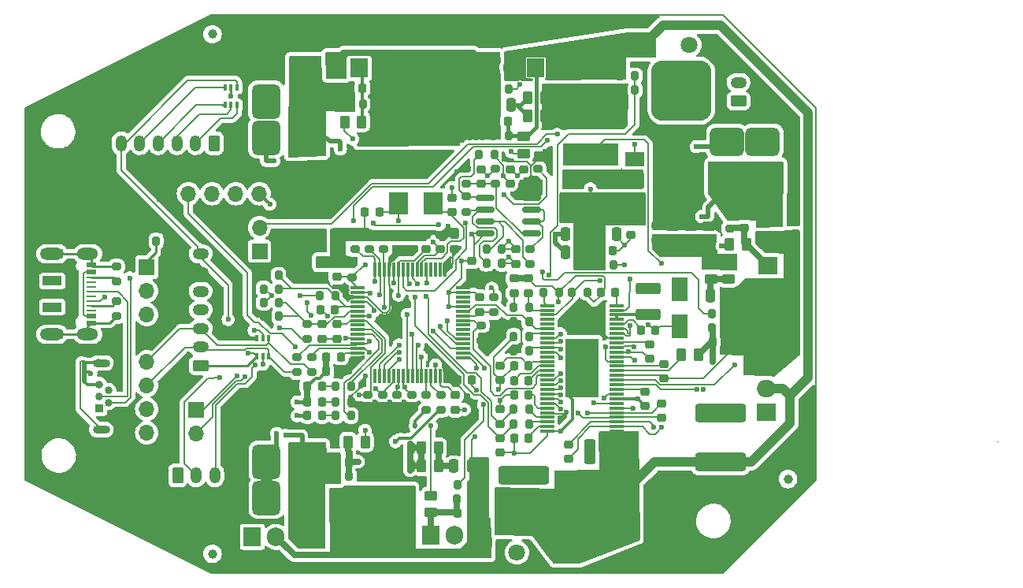
<source format=gtl>
G04 #@! TF.GenerationSoftware,KiCad,Pcbnew,7.0.9*
G04 #@! TF.CreationDate,2024-01-25T12:37:26-06:00*
G04 #@! TF.ProjectId,Stupid_FOCer,53747570-6964-45f4-964f-4365722e6b69,1*
G04 #@! TF.SameCoordinates,Original*
G04 #@! TF.FileFunction,Copper,L1,Top*
G04 #@! TF.FilePolarity,Positive*
%FSLAX46Y46*%
G04 Gerber Fmt 4.6, Leading zero omitted, Abs format (unit mm)*
G04 Created by KiCad (PCBNEW 7.0.9) date 2024-01-25 12:37:26*
%MOMM*%
%LPD*%
G01*
G04 APERTURE LIST*
G04 Aperture macros list*
%AMRoundRect*
0 Rectangle with rounded corners*
0 $1 Rounding radius*
0 $2 $3 $4 $5 $6 $7 $8 $9 X,Y pos of 4 corners*
0 Add a 4 corners polygon primitive as box body*
4,1,4,$2,$3,$4,$5,$6,$7,$8,$9,$2,$3,0*
0 Add four circle primitives for the rounded corners*
1,1,$1+$1,$2,$3*
1,1,$1+$1,$4,$5*
1,1,$1+$1,$6,$7*
1,1,$1+$1,$8,$9*
0 Add four rect primitives between the rounded corners*
20,1,$1+$1,$2,$3,$4,$5,0*
20,1,$1+$1,$4,$5,$6,$7,0*
20,1,$1+$1,$6,$7,$8,$9,0*
20,1,$1+$1,$8,$9,$2,$3,0*%
G04 Aperture macros list end*
G04 #@! TA.AperFunction,EtchedComponent*
%ADD10C,0.150000*%
G04 #@! TD*
G04 #@! TA.AperFunction,SMDPad,CuDef*
%ADD11RoundRect,0.218750X-0.218750X-0.256250X0.218750X-0.256250X0.218750X0.256250X-0.218750X0.256250X0*%
G04 #@! TD*
G04 #@! TA.AperFunction,SMDPad,CuDef*
%ADD12RoundRect,0.200000X0.275000X-0.200000X0.275000X0.200000X-0.275000X0.200000X-0.275000X-0.200000X0*%
G04 #@! TD*
G04 #@! TA.AperFunction,SMDPad,CuDef*
%ADD13R,2.000000X2.400000*%
G04 #@! TD*
G04 #@! TA.AperFunction,SMDPad,CuDef*
%ADD14RoundRect,0.225000X-0.250000X0.225000X-0.250000X-0.225000X0.250000X-0.225000X0.250000X0.225000X0*%
G04 #@! TD*
G04 #@! TA.AperFunction,SMDPad,CuDef*
%ADD15RoundRect,0.200000X-0.275000X0.200000X-0.275000X-0.200000X0.275000X-0.200000X0.275000X0.200000X0*%
G04 #@! TD*
G04 #@! TA.AperFunction,SMDPad,CuDef*
%ADD16RoundRect,0.200000X0.200000X0.275000X-0.200000X0.275000X-0.200000X-0.275000X0.200000X-0.275000X0*%
G04 #@! TD*
G04 #@! TA.AperFunction,SMDPad,CuDef*
%ADD17RoundRect,0.200000X-0.200000X-0.275000X0.200000X-0.275000X0.200000X0.275000X-0.200000X0.275000X0*%
G04 #@! TD*
G04 #@! TA.AperFunction,SMDPad,CuDef*
%ADD18RoundRect,0.225000X0.250000X-0.225000X0.250000X0.225000X-0.250000X0.225000X-0.250000X-0.225000X0*%
G04 #@! TD*
G04 #@! TA.AperFunction,SMDPad,CuDef*
%ADD19RoundRect,0.225000X-0.225000X-0.250000X0.225000X-0.250000X0.225000X0.250000X-0.225000X0.250000X0*%
G04 #@! TD*
G04 #@! TA.AperFunction,SMDPad,CuDef*
%ADD20RoundRect,0.225000X0.225000X0.250000X-0.225000X0.250000X-0.225000X-0.250000X0.225000X-0.250000X0*%
G04 #@! TD*
G04 #@! TA.AperFunction,SMDPad,CuDef*
%ADD21R,2.000000X1.500000*%
G04 #@! TD*
G04 #@! TA.AperFunction,SMDPad,CuDef*
%ADD22R,2.000000X3.800000*%
G04 #@! TD*
G04 #@! TA.AperFunction,ComponentPad*
%ADD23R,1.700000X1.700000*%
G04 #@! TD*
G04 #@! TA.AperFunction,ComponentPad*
%ADD24O,1.700000X1.700000*%
G04 #@! TD*
G04 #@! TA.AperFunction,SMDPad,CuDef*
%ADD25RoundRect,0.564250X-1.275750X0.960750X-1.275750X-0.960750X1.275750X-0.960750X1.275750X0.960750X0*%
G04 #@! TD*
G04 #@! TA.AperFunction,SMDPad,CuDef*
%ADD26RoundRect,0.564250X-0.960750X-1.275750X0.960750X-1.275750X0.960750X1.275750X-0.960750X1.275750X0*%
G04 #@! TD*
G04 #@! TA.AperFunction,SMDPad,CuDef*
%ADD27R,5.900000X2.450000*%
G04 #@! TD*
G04 #@! TA.AperFunction,SMDPad,CuDef*
%ADD28RoundRect,0.075000X-0.075000X0.700000X-0.075000X-0.700000X0.075000X-0.700000X0.075000X0.700000X0*%
G04 #@! TD*
G04 #@! TA.AperFunction,SMDPad,CuDef*
%ADD29RoundRect,0.075000X-0.700000X0.075000X-0.700000X-0.075000X0.700000X-0.075000X0.700000X0.075000X0*%
G04 #@! TD*
G04 #@! TA.AperFunction,ComponentPad*
%ADD30RoundRect,0.250000X0.350000X0.625000X-0.350000X0.625000X-0.350000X-0.625000X0.350000X-0.625000X0*%
G04 #@! TD*
G04 #@! TA.AperFunction,ComponentPad*
%ADD31O,1.200000X1.750000*%
G04 #@! TD*
G04 #@! TA.AperFunction,SMDPad,CuDef*
%ADD32R,1.550000X0.300000*%
G04 #@! TD*
G04 #@! TA.AperFunction,SMDPad,CuDef*
%ADD33R,3.610000X6.350000*%
G04 #@! TD*
G04 #@! TA.AperFunction,SMDPad,CuDef*
%ADD34C,1.000000*%
G04 #@! TD*
G04 #@! TA.AperFunction,ComponentPad*
%ADD35RoundRect,0.250000X0.625000X-0.350000X0.625000X0.350000X-0.625000X0.350000X-0.625000X-0.350000X0*%
G04 #@! TD*
G04 #@! TA.AperFunction,ComponentPad*
%ADD36O,1.750000X1.200000*%
G04 #@! TD*
G04 #@! TA.AperFunction,SMDPad,CuDef*
%ADD37R,0.400000X0.650000*%
G04 #@! TD*
G04 #@! TA.AperFunction,SMDPad,CuDef*
%ADD38RoundRect,0.250000X0.250000X0.475000X-0.250000X0.475000X-0.250000X-0.475000X0.250000X-0.475000X0*%
G04 #@! TD*
G04 #@! TA.AperFunction,SMDPad,CuDef*
%ADD39RoundRect,0.250000X-0.250000X-0.475000X0.250000X-0.475000X0.250000X0.475000X-0.250000X0.475000X0*%
G04 #@! TD*
G04 #@! TA.AperFunction,SMDPad,CuDef*
%ADD40RoundRect,0.250000X-0.262500X-0.450000X0.262500X-0.450000X0.262500X0.450000X-0.262500X0.450000X0*%
G04 #@! TD*
G04 #@! TA.AperFunction,SMDPad,CuDef*
%ADD41RoundRect,0.250000X-0.450000X0.262500X-0.450000X-0.262500X0.450000X-0.262500X0.450000X0.262500X0*%
G04 #@! TD*
G04 #@! TA.AperFunction,SMDPad,CuDef*
%ADD42RoundRect,0.250000X0.262500X0.450000X-0.262500X0.450000X-0.262500X-0.450000X0.262500X-0.450000X0*%
G04 #@! TD*
G04 #@! TA.AperFunction,ComponentPad*
%ADD43RoundRect,1.300000X-1.950000X1.950000X-1.950000X-1.950000X1.950000X-1.950000X1.950000X1.950000X0*%
G04 #@! TD*
G04 #@! TA.AperFunction,ComponentPad*
%ADD44RoundRect,1.300000X-1.950000X-1.950000X1.950000X-1.950000X1.950000X1.950000X-1.950000X1.950000X0*%
G04 #@! TD*
G04 #@! TA.AperFunction,SMDPad,CuDef*
%ADD45RoundRect,0.249999X-2.450001X0.737501X-2.450001X-0.737501X2.450001X-0.737501X2.450001X0.737501X0*%
G04 #@! TD*
G04 #@! TA.AperFunction,SMDPad,CuDef*
%ADD46RoundRect,0.249999X2.450001X-0.737501X2.450001X0.737501X-2.450001X0.737501X-2.450001X-0.737501X0*%
G04 #@! TD*
G04 #@! TA.AperFunction,ComponentPad*
%ADD47R,0.840000X0.840000*%
G04 #@! TD*
G04 #@! TA.AperFunction,ComponentPad*
%ADD48C,0.840000*%
G04 #@! TD*
G04 #@! TA.AperFunction,ComponentPad*
%ADD49O,1.850000X0.850000*%
G04 #@! TD*
G04 #@! TA.AperFunction,SMDPad,CuDef*
%ADD50RoundRect,0.250000X-1.075000X0.375000X-1.075000X-0.375000X1.075000X-0.375000X1.075000X0.375000X0*%
G04 #@! TD*
G04 #@! TA.AperFunction,SMDPad,CuDef*
%ADD51RoundRect,0.150000X-0.825000X-0.150000X0.825000X-0.150000X0.825000X0.150000X-0.825000X0.150000X0*%
G04 #@! TD*
G04 #@! TA.AperFunction,SMDPad,CuDef*
%ADD52RoundRect,0.250000X0.475000X-0.250000X0.475000X0.250000X-0.475000X0.250000X-0.475000X-0.250000X0*%
G04 #@! TD*
G04 #@! TA.AperFunction,SMDPad,CuDef*
%ADD53RoundRect,0.250000X0.450000X-0.262500X0.450000X0.262500X-0.450000X0.262500X-0.450000X-0.262500X0*%
G04 #@! TD*
G04 #@! TA.AperFunction,SMDPad,CuDef*
%ADD54R,1.800000X2.500000*%
G04 #@! TD*
G04 #@! TA.AperFunction,ComponentPad*
%ADD55RoundRect,0.250000X-0.350000X-0.625000X0.350000X-0.625000X0.350000X0.625000X-0.350000X0.625000X0*%
G04 #@! TD*
G04 #@! TA.AperFunction,SMDPad,CuDef*
%ADD56RoundRect,0.250000X-0.375000X-1.075000X0.375000X-1.075000X0.375000X1.075000X-0.375000X1.075000X0*%
G04 #@! TD*
G04 #@! TA.AperFunction,ComponentPad*
%ADD57R,1.800000X1.800000*%
G04 #@! TD*
G04 #@! TA.AperFunction,ComponentPad*
%ADD58C,1.800000*%
G04 #@! TD*
G04 #@! TA.AperFunction,SMDPad,CuDef*
%ADD59R,2.000000X1.000000*%
G04 #@! TD*
G04 #@! TA.AperFunction,SMDPad,CuDef*
%ADD60R,1.000000X0.520000*%
G04 #@! TD*
G04 #@! TA.AperFunction,SMDPad,CuDef*
%ADD61R,1.000000X0.270000*%
G04 #@! TD*
G04 #@! TA.AperFunction,ComponentPad*
%ADD62O,2.300000X1.300000*%
G04 #@! TD*
G04 #@! TA.AperFunction,ComponentPad*
%ADD63O,2.600000X1.300000*%
G04 #@! TD*
G04 #@! TA.AperFunction,SMDPad,CuDef*
%ADD64C,0.500000*%
G04 #@! TD*
G04 #@! TA.AperFunction,SMDPad,CuDef*
%ADD65RoundRect,0.044450X-0.044450X-0.044450X0.044450X-0.044450X0.044450X0.044450X-0.044450X0.044450X0*%
G04 #@! TD*
G04 #@! TA.AperFunction,ComponentPad*
%ADD66R,1.905000X2.000000*%
G04 #@! TD*
G04 #@! TA.AperFunction,ComponentPad*
%ADD67O,1.905000X2.000000*%
G04 #@! TD*
G04 #@! TA.AperFunction,ComponentPad*
%ADD68R,2.000000X1.905000*%
G04 #@! TD*
G04 #@! TA.AperFunction,ComponentPad*
%ADD69O,2.000000X1.905000*%
G04 #@! TD*
G04 #@! TA.AperFunction,ViaPad*
%ADD70C,0.600000*%
G04 #@! TD*
G04 #@! TA.AperFunction,Conductor*
%ADD71C,0.177800*%
G04 #@! TD*
G04 #@! TA.AperFunction,Conductor*
%ADD72C,0.635000*%
G04 #@! TD*
G04 #@! TA.AperFunction,Conductor*
%ADD73C,0.254000*%
G04 #@! TD*
G04 #@! TA.AperFunction,Conductor*
%ADD74C,0.304800*%
G04 #@! TD*
G04 #@! TA.AperFunction,Conductor*
%ADD75C,0.508000*%
G04 #@! TD*
G04 #@! TA.AperFunction,Conductor*
%ADD76C,0.406400*%
G04 #@! TD*
G04 #@! TA.AperFunction,Conductor*
%ADD77C,1.270000*%
G04 #@! TD*
G04 #@! TA.AperFunction,Conductor*
%ADD78C,1.016000*%
G04 #@! TD*
G04 #@! TA.AperFunction,Profile*
%ADD79C,0.150000*%
G04 #@! TD*
G04 APERTURE END LIST*
G04 #@! TA.AperFunction,EtchedComponent*
G36*
X106625000Y-109400000D02*
G01*
X106125000Y-109400000D01*
X106125000Y-107400000D01*
X106625000Y-107400000D01*
X106625000Y-109400000D01*
G37*
G04 #@! TD.AperFunction*
G04 #@! TA.AperFunction,EtchedComponent*
G36*
X173704446Y-91628481D02*
G01*
X173204446Y-91628481D01*
X173204446Y-90628481D01*
X173704446Y-90628481D01*
X173704446Y-91628481D01*
G37*
G04 #@! TD.AperFunction*
G04 #@! TA.AperFunction,EtchedComponent*
G36*
X173829446Y-84378481D02*
G01*
X172829446Y-84378481D01*
X172829446Y-83878481D01*
X173829446Y-83878481D01*
X173829446Y-84378481D01*
G37*
G04 #@! TD.AperFunction*
D10*
X165079446Y-103903481D02*
X165079446Y-104262931D01*
X165079446Y-104262931D02*
X165079446Y-104502381D01*
G04 #@! TA.AperFunction,EtchedComponent*
G36*
X126154446Y-85703481D02*
G01*
X125654446Y-85703481D01*
X125654446Y-84703481D01*
X126154446Y-84703481D01*
X126154446Y-85703481D01*
G37*
G04 #@! TD.AperFunction*
G04 #@! TA.AperFunction,EtchedComponent*
G36*
X127304446Y-116653481D02*
G01*
X126804446Y-116653481D01*
X126804446Y-115653481D01*
X127304446Y-115653481D01*
X127304446Y-116653481D01*
G37*
G04 #@! TD.AperFunction*
G04 #@! TA.AperFunction,EtchedComponent*
G36*
X133754446Y-83828481D02*
G01*
X132754446Y-83828481D01*
X132754446Y-83328481D01*
X133754446Y-83328481D01*
X133754446Y-83828481D01*
G37*
G04 #@! TD.AperFunction*
G04 #@! TA.AperFunction,EtchedComponent*
G36*
X129779446Y-115428481D02*
G01*
X128779446Y-115428481D01*
X128779446Y-114928481D01*
X129779446Y-114928481D01*
X129779446Y-115428481D01*
G37*
G04 #@! TD.AperFunction*
D11*
X130350484Y-109931550D03*
X131925484Y-109931550D03*
X130350484Y-111581550D03*
X131925484Y-111581550D03*
D12*
X155147084Y-88185651D03*
X155147084Y-86535651D03*
D13*
X140162984Y-90231550D03*
X143862984Y-90231550D03*
D14*
X143134412Y-93606550D03*
X143134412Y-95156550D03*
D15*
X138429650Y-110806550D03*
X138429650Y-112456550D03*
X137048700Y-93556550D03*
X137048700Y-95206550D03*
X138570128Y-93556550D03*
X138570128Y-95206550D03*
D16*
X148129446Y-120503481D03*
X146479446Y-120503481D03*
D12*
X150362984Y-101969050D03*
X150362984Y-100319050D03*
X135137984Y-98206550D03*
X135137984Y-96556550D03*
D15*
X139996316Y-110806550D03*
X139996316Y-112456550D03*
X144696314Y-110806550D03*
X144696314Y-112456550D03*
X143129648Y-110806550D03*
X143129648Y-112456550D03*
D17*
X163929446Y-78103481D03*
X165579446Y-78103481D03*
D15*
X135527272Y-93556550D03*
X135527272Y-95206550D03*
D14*
X167826113Y-92653481D03*
X167826113Y-94203481D03*
X146177272Y-93606550D03*
X146177272Y-95156550D03*
X154112984Y-98346550D03*
X154112984Y-99896550D03*
D18*
X133512984Y-98156550D03*
X133512984Y-96606550D03*
D14*
X146262984Y-110856550D03*
X146262984Y-112406550D03*
X144655840Y-93606550D03*
X144655840Y-95156550D03*
X141612984Y-93606550D03*
X141612984Y-95156550D03*
D19*
X132387984Y-108331550D03*
X133937984Y-108331550D03*
D14*
X131887984Y-96606550D03*
X131887984Y-98156550D03*
D20*
X148037984Y-109231550D03*
X146487984Y-109231550D03*
D14*
X140091556Y-93606550D03*
X140091556Y-95156550D03*
X148862984Y-100356550D03*
X148862984Y-101906550D03*
D21*
X165529446Y-85503481D03*
X165529446Y-87803481D03*
D22*
X171829446Y-87803481D03*
D21*
X165529446Y-90103481D03*
D23*
X115009446Y-89228481D03*
D24*
X117549446Y-89228481D03*
X120089446Y-89228481D03*
X122629446Y-89228481D03*
X125169446Y-89228481D03*
D25*
X179304446Y-83643481D03*
X179304446Y-87913481D03*
D26*
X125959446Y-118003481D03*
X130229446Y-118003481D03*
D27*
X160779446Y-85028481D03*
X160779446Y-90578481D03*
D28*
X145138342Y-97414037D03*
X144638342Y-97414037D03*
X144138342Y-97414037D03*
X143638342Y-97414037D03*
X143138342Y-97414037D03*
X142638342Y-97414037D03*
X142138342Y-97414037D03*
X141638342Y-97414037D03*
X141138342Y-97414037D03*
X140638342Y-97414037D03*
X140138342Y-97414037D03*
X139638342Y-97414037D03*
X139138342Y-97414037D03*
X138638342Y-97414037D03*
X138138342Y-97414037D03*
X137638342Y-97414037D03*
D29*
X135713342Y-99339037D03*
X135713342Y-99839037D03*
X135713342Y-100339037D03*
X135713342Y-100839037D03*
X135713342Y-101339037D03*
X135713342Y-101839037D03*
X135713342Y-102339037D03*
X135713342Y-102839037D03*
X135713342Y-103339037D03*
X135713342Y-103839037D03*
X135713342Y-104339037D03*
X135713342Y-104839037D03*
X135713342Y-105339037D03*
X135713342Y-105839037D03*
X135713342Y-106339037D03*
X135713342Y-106839037D03*
D28*
X137638342Y-108764037D03*
X138138342Y-108764037D03*
X138638342Y-108764037D03*
X139138342Y-108764037D03*
X139638342Y-108764037D03*
X140138342Y-108764037D03*
X140638342Y-108764037D03*
X141138342Y-108764037D03*
X141638342Y-108764037D03*
X142138342Y-108764037D03*
X142638342Y-108764037D03*
X143138342Y-108764037D03*
X143638342Y-108764037D03*
X144138342Y-108764037D03*
X144638342Y-108764037D03*
X145138342Y-108764037D03*
D29*
X147063342Y-106839037D03*
X147063342Y-106339037D03*
X147063342Y-105839037D03*
X147063342Y-105339037D03*
X147063342Y-104839037D03*
X147063342Y-104339037D03*
X147063342Y-103839037D03*
X147063342Y-103339037D03*
X147063342Y-102839037D03*
X147063342Y-102339037D03*
X147063342Y-101839037D03*
X147063342Y-101339037D03*
X147063342Y-100839037D03*
X147063342Y-100339037D03*
X147063342Y-99839037D03*
X147063342Y-99339037D03*
D20*
X133937984Y-106781550D03*
X132387984Y-106781550D03*
D18*
X133562984Y-104806550D03*
X133562984Y-103256550D03*
D20*
X138087984Y-91181550D03*
X136537984Y-91181550D03*
D15*
X136862984Y-110806550D03*
X136862984Y-112456550D03*
X141562982Y-110806550D03*
X141562982Y-112456550D03*
D12*
X109850359Y-98675000D03*
X109850359Y-97025000D03*
D30*
X120329446Y-83803481D03*
D31*
X118329446Y-83803481D03*
X116329446Y-83803481D03*
X114329446Y-83803481D03*
X112329446Y-83803481D03*
X110329446Y-83803481D03*
D17*
X133404446Y-113053481D03*
X135054446Y-113053481D03*
D32*
X156112984Y-101241550D03*
X156112984Y-101741550D03*
X156112984Y-102241550D03*
X156112984Y-102741550D03*
X156112984Y-103241550D03*
X156112984Y-103741550D03*
X156112984Y-104241550D03*
X156112984Y-104741550D03*
X156112984Y-105241550D03*
X156112984Y-105741550D03*
X156112984Y-106241550D03*
X156112984Y-106741550D03*
X156112984Y-107241550D03*
X156112984Y-107741550D03*
X156112984Y-108241550D03*
X156112984Y-108741550D03*
X156112984Y-109241550D03*
X156112984Y-109741550D03*
X156112984Y-110241550D03*
X156112984Y-110741550D03*
X156112984Y-111241550D03*
X156112984Y-111741550D03*
X156112984Y-112241550D03*
X156112984Y-112741550D03*
X156112984Y-113241550D03*
X156112984Y-113741550D03*
X156112984Y-114241550D03*
X156112984Y-114741550D03*
X163612984Y-114741550D03*
X163612984Y-114241550D03*
X163612984Y-113741550D03*
X163612984Y-113241550D03*
X163612984Y-112741550D03*
X163612984Y-112241550D03*
X163612984Y-111741550D03*
X163612984Y-111241550D03*
X163612984Y-110741550D03*
X163612984Y-110241550D03*
X163612984Y-109741550D03*
X163612984Y-109241550D03*
X163612984Y-108741550D03*
X163612984Y-108241550D03*
X163612984Y-107741550D03*
X163612984Y-107241550D03*
X163612984Y-106741550D03*
X163612984Y-106241550D03*
X163612984Y-105741550D03*
X163612984Y-105241550D03*
X163612984Y-104741550D03*
X163612984Y-104241550D03*
X163612984Y-103741550D03*
X163612984Y-103241550D03*
X163612984Y-102741550D03*
X163612984Y-102241550D03*
X163612984Y-101741550D03*
X163612984Y-101241550D03*
D33*
X159862984Y-107991550D03*
D34*
X182025000Y-119875000D03*
D35*
X176700000Y-79275000D03*
D36*
X176700000Y-77275000D03*
D19*
X131750484Y-101731551D03*
X133300484Y-101731551D03*
D18*
X131962984Y-104806550D03*
X131962984Y-103256550D03*
D37*
X124912984Y-106681550D03*
X125562984Y-106681550D03*
X126212984Y-106681550D03*
X126212984Y-104781550D03*
X125562984Y-104781550D03*
X124912984Y-104781550D03*
D16*
X133350484Y-100169050D03*
X131700484Y-100169050D03*
D15*
X130812984Y-106731550D03*
X130812984Y-108381550D03*
X129262984Y-106756550D03*
X129262984Y-108406550D03*
X130362984Y-103206550D03*
X130362984Y-104856550D03*
D17*
X163929446Y-76553481D03*
X165579446Y-76553481D03*
X133400484Y-109931550D03*
X135050484Y-109931550D03*
D15*
X149054446Y-103353481D03*
X149054446Y-105003481D03*
D17*
X152537984Y-102979550D03*
X154187984Y-102979550D03*
D20*
X154137984Y-109271550D03*
X152587984Y-109271550D03*
D19*
X152587984Y-115527550D03*
X154137984Y-115527550D03*
D20*
X154137984Y-110835550D03*
X152587984Y-110835550D03*
D38*
X175566946Y-100203481D03*
X173666946Y-100203481D03*
D39*
X150391946Y-79701259D03*
X152291946Y-79701259D03*
D15*
X109875359Y-100725000D03*
X109875359Y-102375000D03*
D40*
X142604446Y-118428481D03*
X144429446Y-118428481D03*
D41*
X173729446Y-96578481D03*
X173729446Y-98403481D03*
D42*
X155854446Y-80853481D03*
X154029446Y-80853481D03*
D16*
X134841946Y-119578481D03*
X133191946Y-119578481D03*
X175529446Y-103628481D03*
X173879446Y-103628481D03*
D15*
X175754446Y-91290981D03*
X175754446Y-92940981D03*
D37*
X122804446Y-77803481D03*
X122154446Y-77803481D03*
X121504446Y-77803481D03*
X121504446Y-79703481D03*
X122154446Y-79703481D03*
X122804446Y-79703481D03*
D43*
X180004446Y-102628481D03*
D44*
X142929446Y-80603481D03*
D45*
X174779446Y-112790981D03*
X174779446Y-118065981D03*
X153579446Y-119440981D03*
X153579446Y-124715981D03*
D46*
X159779446Y-81190981D03*
X159779446Y-75915981D03*
D17*
X150316946Y-82985705D03*
X151966946Y-82985705D03*
D47*
X107975000Y-112300000D03*
D48*
X108975000Y-111650000D03*
X107975000Y-111000000D03*
X108975000Y-110350000D03*
X107975000Y-109700000D03*
D49*
X108195000Y-114575000D03*
X108195000Y-107425000D03*
D14*
X148012984Y-96456550D03*
X148012984Y-98006550D03*
D20*
X154137984Y-107671550D03*
X152587984Y-107671550D03*
D14*
X151062984Y-107696550D03*
X151062984Y-109246550D03*
X152562984Y-98346550D03*
X152562984Y-99896550D03*
D20*
X163437984Y-99821550D03*
X161887984Y-99821550D03*
D19*
X166187984Y-103921550D03*
X167737984Y-103921550D03*
D14*
X167129446Y-105403481D03*
X167129446Y-106953481D03*
X168662984Y-107506550D03*
X168662984Y-109056550D03*
X166662984Y-110469050D03*
X166662984Y-112019050D03*
D50*
X167012984Y-99421550D03*
X167012984Y-102221550D03*
D20*
X163204446Y-95353481D03*
X161654446Y-95353481D03*
D17*
X158787984Y-99821550D03*
X160437984Y-99821550D03*
X161604446Y-96853481D03*
X163254446Y-96853481D03*
D16*
X154187984Y-101415550D03*
X152537984Y-101415550D03*
D17*
X152537984Y-104543550D03*
X154187984Y-104543550D03*
D16*
X154187984Y-106107550D03*
X152537984Y-106107550D03*
D17*
X155737984Y-99821550D03*
X157387984Y-99821550D03*
D15*
X147447084Y-86535651D03*
X147447084Y-88185651D03*
D12*
X150597084Y-88185651D03*
X150597084Y-86535651D03*
D16*
X175529446Y-102103481D03*
X173879446Y-102103481D03*
D17*
X150316946Y-77949037D03*
X151966946Y-77949037D03*
D51*
X149472084Y-89705651D03*
X149472084Y-90975651D03*
X149472084Y-92245651D03*
X149472084Y-93515651D03*
X154422084Y-93515651D03*
X154422084Y-92245651D03*
X154422084Y-90975651D03*
X154422084Y-89705651D03*
D17*
X133400484Y-111581550D03*
X135050484Y-111581550D03*
D39*
X158079446Y-93588481D03*
X159979446Y-93588481D03*
D52*
X171552779Y-94578481D03*
X171552779Y-92678481D03*
X173526113Y-94578481D03*
X173526113Y-92678481D03*
D53*
X143654446Y-123465981D03*
X143654446Y-121640981D03*
D40*
X134741946Y-115878481D03*
X136566946Y-115878481D03*
D42*
X177529446Y-94678481D03*
X175704446Y-94678481D03*
X172366946Y-106528481D03*
X170541946Y-106528481D03*
D41*
X153579446Y-83090981D03*
X153579446Y-84915981D03*
D42*
X136191946Y-81500981D03*
X134366946Y-81500981D03*
D44*
X136754446Y-124053481D03*
D26*
X125919446Y-83203481D03*
X130189446Y-83203481D03*
D54*
X170362984Y-103471550D03*
X170362984Y-99471550D03*
D55*
X116404446Y-119503481D03*
D31*
X118404446Y-119503481D03*
X120404446Y-119503481D03*
D18*
X165129446Y-93678481D03*
X165129446Y-92128481D03*
D35*
X118879446Y-107703481D03*
D36*
X118879446Y-105703481D03*
X118879446Y-103703481D03*
X118879446Y-101703481D03*
X118879446Y-99703481D03*
X118879446Y-97703481D03*
X118879446Y-95703481D03*
D38*
X163579446Y-93603481D03*
X161679446Y-93603481D03*
D18*
X168429446Y-113278481D03*
X168429446Y-111728481D03*
D34*
X120150000Y-127900000D03*
X120150000Y-72100000D03*
D18*
X152747084Y-96748151D03*
X152747084Y-95198151D03*
D56*
X160762984Y-116931550D03*
X163562984Y-116931550D03*
D57*
X166429446Y-73253481D03*
D58*
X171429446Y-73253481D03*
D14*
X158429446Y-116153481D03*
X158429446Y-117703481D03*
D26*
X125959446Y-121903481D03*
X130229446Y-121903481D03*
D25*
X175454446Y-83643481D03*
X175454446Y-87913481D03*
D26*
X125919446Y-79303481D03*
X130189446Y-79303481D03*
D52*
X169579446Y-94578481D03*
X169579446Y-92678481D03*
D18*
X145912984Y-91206550D03*
X145912984Y-89656550D03*
D39*
X158079446Y-95553481D03*
X159979446Y-95553481D03*
D15*
X147447084Y-89535651D03*
X147447084Y-91185651D03*
X154319306Y-95148151D03*
X154319306Y-96798151D03*
D17*
X149627640Y-96723151D03*
X151277640Y-96723151D03*
X149627640Y-95150929D03*
X151277640Y-95150929D03*
D14*
X153647084Y-86585651D03*
X153647084Y-88135651D03*
X151062984Y-112396550D03*
X151062984Y-113946550D03*
D18*
X151062984Y-117046550D03*
X151062984Y-115496550D03*
D14*
X152134584Y-86585651D03*
X152134584Y-88135651D03*
D17*
X152537984Y-112399550D03*
X154187984Y-112399550D03*
X152537984Y-113963550D03*
X154187984Y-113963550D03*
D16*
X150472084Y-85010651D03*
X148822084Y-85010651D03*
D23*
X125204446Y-95403481D03*
D24*
X125204446Y-92863481D03*
D18*
X148997084Y-88135651D03*
X148997084Y-86585651D03*
D11*
X130354446Y-113053481D03*
X131929446Y-113053481D03*
D40*
X142604446Y-116528481D03*
X144429446Y-116528481D03*
D41*
X175629446Y-96578481D03*
X175629446Y-98403481D03*
D42*
X155854446Y-78953481D03*
X154029446Y-78953481D03*
D38*
X148004446Y-118478481D03*
X146104446Y-118478481D03*
D57*
X157879446Y-127753481D03*
D58*
X152879446Y-127753481D03*
D17*
X146404446Y-122053481D03*
X148054446Y-122053481D03*
X134654446Y-79578481D03*
X136304446Y-79578481D03*
D19*
X146454446Y-123553481D03*
X148004446Y-123553481D03*
D20*
X134779446Y-118103481D03*
X133229446Y-118103481D03*
D19*
X173929446Y-105128481D03*
X175479446Y-105128481D03*
D18*
X177354446Y-92853481D03*
X177354446Y-91303481D03*
D20*
X136254446Y-77875981D03*
X134704446Y-77875981D03*
D17*
X125650484Y-102381550D03*
X127300484Y-102381550D03*
X125646752Y-100915282D03*
X127296752Y-100915282D03*
X125629446Y-99453481D03*
X127279446Y-99453481D03*
X125600484Y-97981550D03*
X127250484Y-97981550D03*
D20*
X151916946Y-81453481D03*
X150366946Y-81453481D03*
D59*
X102910359Y-98600000D03*
X102910359Y-101400000D03*
D60*
X107110359Y-96900000D03*
X107110359Y-97650000D03*
D61*
X107110359Y-98250000D03*
X107110359Y-99750000D03*
X107110359Y-100750000D03*
X107110359Y-101750000D03*
D60*
X107110359Y-102350000D03*
X107110359Y-103100000D03*
X107110359Y-103100000D03*
X107110359Y-102350000D03*
D61*
X107110359Y-101250000D03*
X107110359Y-100250000D03*
X107110359Y-99250000D03*
X107110359Y-98750000D03*
D60*
X107110359Y-97650000D03*
X107110359Y-96900000D03*
D62*
X106735359Y-95680000D03*
D63*
X102910359Y-95680000D03*
D62*
X106735359Y-104320000D03*
D63*
X102910359Y-104320000D03*
D64*
X106375000Y-109400000D03*
X106375000Y-108400000D03*
X106375000Y-107400000D03*
D17*
X112429446Y-94303481D03*
X114079446Y-94303481D03*
D23*
X113079446Y-97123481D03*
D24*
X113079446Y-99663481D03*
X113079446Y-102203481D03*
X113079446Y-104743481D03*
X113079446Y-107283481D03*
X113079446Y-109823481D03*
X113079446Y-112363481D03*
X113079446Y-114903481D03*
D64*
X173454446Y-91628481D03*
X173454446Y-90628481D03*
X172829446Y-84128481D03*
X173829446Y-84128481D03*
D65*
X165079446Y-104502381D03*
X165079446Y-103903481D03*
X165079446Y-104203481D03*
D64*
X125904446Y-85703481D03*
X125904446Y-84703481D03*
D44*
X170554446Y-78153481D03*
D64*
X127054446Y-115653481D03*
X127054446Y-116653481D03*
D23*
X118429446Y-112428481D03*
D24*
X118429446Y-114968481D03*
D64*
X133754446Y-83578481D03*
X132754446Y-83578481D03*
X128779446Y-115178481D03*
X129779446Y-115178481D03*
D66*
X124439446Y-126083481D03*
D67*
X126979446Y-126083481D03*
X129519446Y-126083481D03*
D68*
X179704446Y-112693481D03*
D69*
X179704446Y-110153481D03*
X179704446Y-107613481D03*
D66*
X154909446Y-75703481D03*
D67*
X152369446Y-75703481D03*
X149829446Y-75703481D03*
D43*
X162554446Y-123153481D03*
D66*
X143639446Y-125883481D03*
D67*
X146179446Y-125883481D03*
X148719446Y-125883481D03*
D66*
X135909446Y-75723481D03*
D67*
X133369446Y-75723481D03*
X130829446Y-75723481D03*
D68*
X179879446Y-96943481D03*
D69*
X179879446Y-94403481D03*
X179879446Y-91863481D03*
D70*
X121829446Y-102728481D03*
X120954446Y-108978481D03*
X160779446Y-88703481D03*
X157229446Y-82853481D03*
X166404446Y-99053481D03*
X174679446Y-112303481D03*
X141379446Y-118928481D03*
X159029446Y-78653481D03*
X150904446Y-110278481D03*
X132529446Y-102403481D03*
X159787984Y-110031550D03*
X176879446Y-113303481D03*
X124904446Y-82728481D03*
X134062984Y-95131550D03*
X170804446Y-100153481D03*
X146912984Y-96481550D03*
X125854446Y-81853481D03*
X141379446Y-117028481D03*
X126879446Y-118203481D03*
X158004446Y-79353481D03*
X125854446Y-82728481D03*
X160762984Y-116031550D03*
X126904446Y-120578481D03*
X148504446Y-110303481D03*
X124904446Y-81853481D03*
X167854446Y-99103481D03*
X155004446Y-119978481D03*
X176129446Y-113303481D03*
X125954446Y-121453481D03*
X178904446Y-84603481D03*
X124929446Y-83553481D03*
X174204446Y-82678481D03*
X174929446Y-83653481D03*
X180604446Y-82703481D03*
X125854446Y-78753481D03*
X122154446Y-78728481D03*
X125954446Y-117478481D03*
X124929446Y-78028481D03*
X159787984Y-107631550D03*
X159837984Y-110821550D03*
X158704446Y-79528481D03*
X158312984Y-108431550D03*
X159787984Y-108431550D03*
X174679446Y-113253481D03*
X159837984Y-106881550D03*
X161129446Y-79503481D03*
X155754446Y-119028481D03*
X178904446Y-82703481D03*
X125004446Y-120578481D03*
X157362984Y-100821550D03*
X133312984Y-94281550D03*
X158962984Y-108881550D03*
X160762984Y-117781550D03*
X126804446Y-78753481D03*
X167129446Y-99078481D03*
X147979446Y-93603481D03*
X159879446Y-79478481D03*
X134062984Y-94281550D03*
X124979446Y-118203481D03*
X180604446Y-83653481D03*
X133312984Y-95131550D03*
X125954446Y-120578481D03*
X126779446Y-79478481D03*
X179729446Y-83628481D03*
X157562984Y-114731550D03*
X158362984Y-106881550D03*
X172479446Y-112253481D03*
X125829446Y-80378481D03*
X169904446Y-98703481D03*
X126479446Y-100153481D03*
X126904446Y-117478481D03*
X145862984Y-88581550D03*
X175404446Y-113278481D03*
X124979446Y-119103481D03*
X158312984Y-107631550D03*
X124879446Y-80378481D03*
X167979446Y-95328481D03*
X176554446Y-84628481D03*
X125929446Y-118203481D03*
X152804446Y-118978481D03*
X157029446Y-93603481D03*
X178029446Y-84603481D03*
X126804446Y-82728481D03*
X154279446Y-119953481D03*
X160612984Y-108031550D03*
X160612984Y-109631550D03*
X160662984Y-106481550D03*
X126904446Y-121453481D03*
X176129446Y-112353481D03*
X153554446Y-119928481D03*
X152079446Y-119903481D03*
X159012984Y-106531550D03*
X174929446Y-84603481D03*
X170829446Y-99428481D03*
X165529446Y-83953481D03*
X125879446Y-78028481D03*
X145562984Y-101331550D03*
X158362984Y-106081550D03*
X126879446Y-119103481D03*
X152897084Y-87310651D03*
X125004446Y-117478481D03*
X161704446Y-78703481D03*
X176554446Y-83678481D03*
X125854446Y-84428481D03*
X158362984Y-105271550D03*
X147229446Y-112403481D03*
X149747084Y-87310651D03*
X178029446Y-82703481D03*
X125829446Y-79478481D03*
X152804446Y-119928481D03*
X158362984Y-110821550D03*
X170854446Y-98703481D03*
X152079446Y-118953481D03*
X126904446Y-123153481D03*
X180604446Y-84603481D03*
X129237984Y-111606550D03*
X125979446Y-122278481D03*
X125029446Y-116753481D03*
X126929446Y-116753481D03*
X126804446Y-84428481D03*
X159012984Y-107331550D03*
X178904446Y-83653481D03*
X174929446Y-82703481D03*
X160762984Y-116906550D03*
X126829446Y-78028481D03*
X133562984Y-104831550D03*
X175654446Y-84628481D03*
X166829446Y-99678481D03*
X159112984Y-110371550D03*
X125554446Y-107528481D03*
X179729446Y-84578481D03*
X154279446Y-119003481D03*
X175654446Y-82728481D03*
X125004446Y-123153481D03*
X173204446Y-112278481D03*
X160662984Y-105671550D03*
X159787984Y-109231550D03*
X164466946Y-94753481D03*
X124879446Y-79478481D03*
X126829446Y-83553481D03*
X107075000Y-108550000D03*
X175404446Y-112328481D03*
X173929446Y-113253481D03*
X159012984Y-105721550D03*
X152562984Y-117071550D03*
X175654446Y-83678481D03*
X153554446Y-118978481D03*
X158312984Y-110031550D03*
X160604446Y-78628481D03*
X129229446Y-113078481D03*
X151354446Y-119878481D03*
X125929446Y-119103481D03*
X145504446Y-92678481D03*
X174204446Y-83628481D03*
X161954446Y-79328481D03*
X169879446Y-99428481D03*
X151062984Y-111403481D03*
X173929446Y-112303481D03*
X158962984Y-109681550D03*
X141379446Y-117978481D03*
X126779446Y-80378481D03*
X125879446Y-83553481D03*
X159804446Y-78703481D03*
X133312984Y-93481550D03*
X172479446Y-113203481D03*
X134062984Y-93481550D03*
X155754446Y-119978481D03*
X159837984Y-105271550D03*
X167554446Y-99703481D03*
X124904446Y-84428481D03*
X126804446Y-81853481D03*
X176554446Y-82728481D03*
X141379446Y-116078481D03*
X173204446Y-113228481D03*
X160662984Y-107281550D03*
X160612984Y-108831550D03*
X179729446Y-82678481D03*
X145562984Y-99831550D03*
X169854446Y-100153481D03*
X158312984Y-109231550D03*
X132412984Y-106831550D03*
X174204446Y-84578481D03*
X125004446Y-121453481D03*
X176879446Y-112353481D03*
X125979446Y-116753481D03*
X155004446Y-119028481D03*
X170554446Y-95603481D03*
X126929446Y-122278481D03*
X124904446Y-78753481D03*
X159837984Y-106081550D03*
X160562984Y-110371550D03*
X158962984Y-108081550D03*
X157779446Y-78578481D03*
X139612984Y-98781550D03*
X166104446Y-99653481D03*
X131962984Y-104881550D03*
X151354446Y-118928481D03*
X125029446Y-122278481D03*
X178029446Y-83653481D03*
X125954446Y-123153481D03*
X137062984Y-99881550D03*
X143854446Y-94378481D03*
X126304446Y-90353481D03*
X148554446Y-107918881D03*
X129054446Y-105653481D03*
X130776291Y-102250326D03*
X130354446Y-100903481D03*
X144129446Y-107603481D03*
X154429446Y-88928481D03*
X151379446Y-99303481D03*
X151504446Y-102853481D03*
X167729446Y-88078481D03*
X163829446Y-88003481D03*
X140054446Y-114728481D03*
X140804446Y-95128481D03*
X145279446Y-114778481D03*
X160854446Y-104178481D03*
X163854446Y-87253481D03*
X158204446Y-112728481D03*
X145729446Y-97053481D03*
X155929446Y-84653481D03*
X137629446Y-111628481D03*
X167729446Y-87278481D03*
X151529446Y-85503481D03*
X147629446Y-110903481D03*
X134929446Y-108353481D03*
X149229446Y-97828481D03*
X140779446Y-111628481D03*
X136579446Y-108778481D03*
X139179446Y-111628481D03*
X144579446Y-114753481D03*
X146404446Y-86903481D03*
X150854446Y-97853481D03*
X140829446Y-114728481D03*
X149979446Y-97828481D03*
X163562984Y-116881550D03*
X163562984Y-117781550D03*
X166162984Y-102181550D03*
X163562984Y-116031550D03*
X167912984Y-102181550D03*
X167012984Y-102181550D03*
X140154446Y-100128481D03*
X156327503Y-97955424D03*
X164854446Y-106153481D03*
X148379446Y-115303481D03*
X148529446Y-83228481D03*
X165879446Y-111278481D03*
X149229446Y-83253481D03*
X147854446Y-83228481D03*
X138664484Y-101473681D03*
X149276877Y-111885850D03*
X138104446Y-100053481D03*
X155629446Y-97653481D03*
X135329446Y-92153481D03*
X156179446Y-83503481D03*
X137629446Y-98678481D03*
X153204446Y-77503481D03*
X141354446Y-98903481D03*
X141954446Y-100303481D03*
X143079446Y-100253481D03*
X142204446Y-98878481D03*
X140204446Y-107053481D03*
X157562984Y-112331550D03*
X140204446Y-106253481D03*
X157562984Y-110831550D03*
X140204446Y-105478481D03*
X157562984Y-109281550D03*
X142612984Y-106781550D03*
X157562984Y-111581550D03*
X142262984Y-105531550D03*
X157562984Y-110081550D03*
X157562984Y-108531550D03*
X141579446Y-104328481D03*
X144504446Y-92553481D03*
X137429446Y-92403481D03*
X136604446Y-96828481D03*
X151504446Y-89353481D03*
X165454446Y-105653481D03*
X143654446Y-114153481D03*
X136554446Y-114628481D03*
X165504446Y-107103481D03*
X176279446Y-107628481D03*
X174829446Y-94803481D03*
X162202503Y-111176538D03*
X152255529Y-84693881D03*
X135229446Y-83353481D03*
X161179446Y-111703481D03*
X157562984Y-104281550D03*
X141112984Y-102181550D03*
X157562984Y-106831550D03*
X143912984Y-103981550D03*
X157562984Y-105081550D03*
X145412984Y-102916150D03*
X157562984Y-105931550D03*
X144662984Y-103431550D03*
X147354446Y-92353481D03*
X151379446Y-87303481D03*
X137529446Y-101803481D03*
X137054446Y-106228481D03*
X137029446Y-105053481D03*
X137029446Y-102378481D03*
X176679446Y-90178481D03*
X177454446Y-90178481D03*
X172879446Y-110253481D03*
X172229446Y-110253481D03*
X175979446Y-90178481D03*
X149354446Y-107928481D03*
X123664376Y-108888411D03*
X122779446Y-108803481D03*
X134479446Y-104753481D03*
X159429446Y-112753481D03*
X127054446Y-114978481D03*
X128054446Y-115178481D03*
X160454446Y-112778481D03*
X126729446Y-85703481D03*
X152004446Y-94328481D03*
X133904446Y-84428481D03*
X151979446Y-95978481D03*
X168454446Y-114328481D03*
X172154446Y-84178481D03*
X172729446Y-91678481D03*
X167554446Y-114303481D03*
X168404446Y-96678481D03*
X166954446Y-103273050D03*
X165079446Y-103378481D03*
X132429446Y-79878481D03*
X165354446Y-112241550D03*
X133779446Y-79853481D03*
X133129446Y-79853481D03*
X132279446Y-118803481D03*
X162411482Y-105653481D03*
X132279446Y-118053481D03*
X132279446Y-117303481D03*
X140854446Y-110003481D03*
X137704446Y-110128481D03*
X140079446Y-109978481D03*
X124629446Y-103903481D03*
X129554446Y-100203481D03*
X124004446Y-106353481D03*
X127354446Y-103653481D03*
X143162984Y-98831550D03*
X140162984Y-92131550D03*
X135804446Y-118003481D03*
X173904446Y-107303481D03*
X173904446Y-106603481D03*
X173929446Y-105978481D03*
X124735031Y-107642272D03*
X150179446Y-99353481D03*
X165004446Y-98378481D03*
X164454446Y-96828481D03*
X161804446Y-98528481D03*
X139829446Y-115853481D03*
X108600359Y-100350000D03*
X141954446Y-114178481D03*
X111250000Y-98275000D03*
X135929446Y-110853481D03*
D71*
X110729446Y-83803481D02*
X117479446Y-77053481D01*
X155079653Y-83873681D02*
X156099853Y-82853481D01*
X117479446Y-77053481D02*
X122633446Y-77053481D01*
X132989633Y-92453481D02*
X137282533Y-88160581D01*
X121829446Y-102728481D02*
X121829446Y-99028481D01*
X122633446Y-77053481D02*
X122804446Y-77224481D01*
X125204446Y-92863481D02*
X125614446Y-92453481D01*
X125614446Y-92453481D02*
X132989633Y-92453481D01*
X156099853Y-82853481D02*
X157229446Y-82853481D01*
X118404446Y-119503481D02*
X117129446Y-118228481D01*
X122804446Y-77224481D02*
X122804446Y-77803481D01*
X110329446Y-83803481D02*
X110729446Y-83803481D01*
X118529446Y-94880281D02*
X118529446Y-95728481D01*
X160779446Y-88703481D02*
X160779446Y-90578481D01*
X137282533Y-88160581D02*
X143347346Y-88160581D01*
X110329446Y-86680281D02*
X118529446Y-94880281D01*
X119672646Y-109053481D02*
X120954446Y-108978481D01*
X117129446Y-118228481D02*
X117129446Y-111596681D01*
X121829446Y-99028481D02*
X118529446Y-95728481D01*
X147634246Y-83873681D02*
X155079653Y-83873681D01*
X120954446Y-108978481D02*
X120954446Y-109053481D01*
X110329446Y-83803481D02*
X110329446Y-86680281D01*
X143347346Y-88160581D02*
X147634246Y-83873681D01*
X117129446Y-111596681D02*
X119672646Y-109053481D01*
X157229446Y-82853481D02*
X157204446Y-82853481D01*
D72*
X171552779Y-94565981D02*
X169579446Y-94565981D01*
D71*
X145912984Y-89644050D02*
X145912984Y-88631550D01*
X174969446Y-84128481D02*
X175454446Y-83643481D01*
X139612984Y-98781550D02*
X139562984Y-98781550D01*
D73*
X122154446Y-77803481D02*
X122154446Y-78728481D01*
D72*
X141379446Y-117028481D02*
X141379446Y-116078481D01*
D71*
X159159453Y-98012581D02*
X162088546Y-98012581D01*
D72*
X173526113Y-94565981D02*
X173526113Y-96350148D01*
D71*
X152575484Y-117059050D02*
X152575484Y-115527550D01*
X150358637Y-107646151D02*
X150354446Y-107641960D01*
X146912984Y-98339105D02*
X145562984Y-99689105D01*
D73*
X106735359Y-104320000D02*
X106735359Y-103475000D01*
D71*
X161875484Y-100159050D02*
X161162984Y-100871550D01*
X125634252Y-99415282D02*
X125517645Y-99415282D01*
X160400484Y-100109050D02*
X161162984Y-100871550D01*
X163566946Y-93853481D02*
X164466946Y-94753481D01*
D72*
X141879446Y-118428481D02*
X141379446Y-118928481D01*
D71*
X151630915Y-110835550D02*
X152575484Y-110835550D01*
X148279446Y-94708289D02*
X148279446Y-93903481D01*
X157362984Y-100821550D02*
X157412984Y-100821550D01*
D74*
X158854446Y-111313012D02*
X158362984Y-110821550D01*
D75*
X157029446Y-94490981D02*
X157029446Y-93603481D01*
D71*
X147979446Y-93578481D02*
X147979446Y-93603481D01*
X157362984Y-100771550D02*
X157362984Y-100821550D01*
X146278553Y-112403481D02*
X146262984Y-112419050D01*
X162088546Y-98012581D02*
X162320346Y-98244381D01*
D74*
X157562984Y-114731550D02*
X158854446Y-113440088D01*
D71*
X149797084Y-87310651D02*
X149797084Y-87310651D01*
X169579446Y-94565981D02*
X169579446Y-94628481D01*
X139562984Y-98781550D02*
X139612984Y-98731550D01*
X135548700Y-93572622D02*
X135527272Y-93594050D01*
X150354446Y-107641960D02*
X150354446Y-106764588D01*
D72*
X132375484Y-108331550D02*
X132375484Y-106781550D01*
D71*
X157552984Y-114741550D02*
X157562984Y-114731550D01*
X139638342Y-97414037D02*
X139638342Y-98706192D01*
D74*
X158854446Y-112997877D02*
X158850046Y-112993477D01*
D71*
X141634412Y-93572622D02*
X141612984Y-93594050D01*
D73*
X106735359Y-95680000D02*
X102910359Y-95680000D01*
X107110359Y-96900000D02*
X107110359Y-96055000D01*
D71*
X144655840Y-93594050D02*
X144655840Y-93527087D01*
X135713342Y-99839037D02*
X137005497Y-99839037D01*
X132529446Y-102403481D02*
X132429446Y-102353481D01*
D73*
X106735359Y-103475000D02*
X107110359Y-103100000D01*
D71*
X145912984Y-88631550D02*
X145862984Y-88581550D01*
X152134584Y-86535651D02*
X152134584Y-86548151D01*
D73*
X106735359Y-104320000D02*
X102910359Y-104320000D01*
D71*
X130300484Y-109881550D02*
X130350484Y-109931550D01*
X152550484Y-117059050D02*
X152562984Y-117071550D01*
X173829446Y-84128481D02*
X174969446Y-84128481D01*
D72*
X171552779Y-94565981D02*
X173526113Y-94565981D01*
X141379446Y-118928481D02*
X141379446Y-117978481D01*
D76*
X129229446Y-113078481D02*
X130341946Y-113078481D01*
D74*
X132375484Y-108331550D02*
X131646084Y-109060950D01*
D73*
X109112859Y-103100000D02*
X109875359Y-102337500D01*
D72*
X167826113Y-94215981D02*
X169229446Y-94215981D01*
D71*
X145670471Y-99839037D02*
X145562984Y-99831550D01*
X148357971Y-99839037D02*
X147063342Y-99839037D01*
X138591556Y-93572622D02*
X138570128Y-93594050D01*
X125666946Y-99453481D02*
X125779446Y-99453481D01*
D74*
X106375000Y-108400000D02*
X106925000Y-108400000D01*
D71*
X147063342Y-101339037D02*
X145620471Y-101339037D01*
X169579446Y-94565981D02*
X168741946Y-94565981D01*
X154909584Y-99130650D02*
X156659584Y-99130650D01*
X144655840Y-93527087D02*
X145504446Y-92678481D01*
D73*
X107272859Y-97062500D02*
X107110359Y-96900000D01*
D71*
X145562984Y-101281550D02*
X145612984Y-101331550D01*
X153647084Y-86560651D02*
X152897084Y-87310651D01*
X175264446Y-83453481D02*
X175454446Y-83643481D01*
D72*
X141879446Y-116528481D02*
X141379446Y-117028481D01*
D71*
X145620471Y-101339037D02*
X145612984Y-101331550D01*
X163216946Y-95353481D02*
X163866946Y-95353481D01*
X150354446Y-106764588D02*
X152575484Y-104543550D01*
X148504446Y-110303481D02*
X148050484Y-109849519D01*
D73*
X107110359Y-96055000D02*
X106735359Y-95680000D01*
D72*
X142579446Y-118428481D02*
X142579446Y-116528481D01*
D71*
X131737984Y-101731551D02*
X131807516Y-101731551D01*
X145562984Y-101331550D02*
X145562984Y-101281550D01*
X150534584Y-86573151D02*
X149797084Y-87310651D01*
X165129446Y-94090981D02*
X164466946Y-94753481D01*
D75*
X158091946Y-95553481D02*
X157029446Y-94490981D01*
D72*
X141829446Y-116528481D02*
X141379446Y-116078481D01*
D71*
X157412984Y-100821550D02*
X157362984Y-100771550D01*
D73*
X107110359Y-103100000D02*
X109112859Y-103100000D01*
D71*
X169229446Y-94215981D02*
X169579446Y-94565981D01*
X131962984Y-104819050D02*
X133562984Y-104819050D01*
D72*
X141379446Y-117028481D02*
X141379446Y-117978481D01*
D71*
X155879446Y-80853481D02*
X156079446Y-80853481D01*
D76*
X129237984Y-111606550D02*
X130325484Y-111606550D01*
D71*
X151062984Y-112384050D02*
X151062984Y-111403481D01*
X147229446Y-112403481D02*
X146278553Y-112403481D01*
X157029446Y-93603481D02*
X157044446Y-93588481D01*
X139638342Y-98706192D02*
X139612984Y-98731550D01*
X148050484Y-109849519D02*
X148050484Y-109231550D01*
X149472084Y-93515651D02*
X148042276Y-93515651D01*
X140112984Y-93572622D02*
X140091556Y-93594050D01*
X148279446Y-96177588D02*
X148279446Y-94708289D01*
D75*
X157044446Y-93588481D02*
X158091946Y-93588481D01*
D71*
X170554446Y-95603481D02*
X170554446Y-95564314D01*
X145562984Y-99831550D02*
X145662984Y-99831550D01*
X156112984Y-114741550D02*
X156112984Y-115244943D01*
X152575484Y-107746550D02*
X151062984Y-109259050D01*
X139612984Y-98731550D02*
X139612984Y-98781550D01*
X160400484Y-99821550D02*
X160400484Y-100109050D01*
D72*
X141829446Y-118428481D02*
X141379446Y-117978481D01*
D71*
X148279446Y-93903481D02*
X147979446Y-93603481D01*
D74*
X158850046Y-112513485D02*
X158854446Y-112509085D01*
D72*
X173729446Y-96553481D02*
X175629446Y-96553481D01*
D74*
X106925000Y-108400000D02*
X107075000Y-108550000D01*
D71*
X149747084Y-87310651D02*
X149747084Y-87260651D01*
X156112984Y-115244943D02*
X154286377Y-117071550D01*
D77*
X125959446Y-121903481D02*
X125959446Y-118003481D01*
D71*
X147063342Y-99839037D02*
X145670471Y-99839037D01*
X162320346Y-99376688D02*
X161875484Y-99821550D01*
X152134584Y-86548151D02*
X152897084Y-87310651D01*
X125779446Y-99453481D02*
X126479446Y-100153481D01*
D74*
X131646084Y-109060950D02*
X131221084Y-109060950D01*
D71*
X131807516Y-101731551D02*
X132529446Y-102403481D01*
X136962984Y-99881550D02*
X137062984Y-99881550D01*
X146912984Y-96481550D02*
X146912984Y-98339105D01*
X152562984Y-117071550D02*
X152575484Y-117059050D01*
X125684252Y-100915282D02*
X125717645Y-100915282D01*
X152575484Y-107671550D02*
X152575484Y-107746550D01*
D72*
X142579446Y-118428481D02*
X141879446Y-118428481D01*
D71*
X136525484Y-93070834D02*
X137048700Y-93594050D01*
X165529446Y-85503481D02*
X165529446Y-83953481D01*
X149059584Y-86573151D02*
X148997084Y-86573151D01*
X151062984Y-109259050D02*
X150358637Y-108554703D01*
X155879446Y-78953481D02*
X156079446Y-78953481D01*
X136525484Y-91181550D02*
X136525484Y-93070834D01*
D74*
X158854446Y-113440088D02*
X158854446Y-112997877D01*
D71*
X144677268Y-93572622D02*
X144655840Y-93594050D01*
X149797084Y-87310651D02*
X149747084Y-87310651D01*
X145562984Y-99689105D02*
X145562984Y-99831550D01*
X151062984Y-110119943D02*
X150904446Y-110278481D01*
X145562984Y-99831550D02*
X145562984Y-101331550D01*
X146198700Y-93572622D02*
X146177272Y-93594050D01*
X148012984Y-96444050D02*
X148279446Y-96177588D01*
X157562984Y-114781550D02*
X157552984Y-114741550D01*
X137062984Y-99881550D02*
X137062984Y-99781550D01*
X156112984Y-114741550D02*
X157522984Y-114741550D01*
X150597084Y-86573151D02*
X150534584Y-86573151D01*
X154286377Y-117071550D02*
X152562984Y-117071550D01*
X157350484Y-99821550D02*
X157350484Y-100759050D01*
X161875484Y-99821550D02*
X161875484Y-100159050D01*
X145612984Y-101331550D02*
X145562984Y-101331550D01*
X162320346Y-98244381D02*
X162320346Y-99376688D01*
X150358637Y-108554703D02*
X150358637Y-107646151D01*
D72*
X142579446Y-116528481D02*
X141879446Y-116528481D01*
D71*
X146177272Y-93351307D02*
X145504446Y-92678481D01*
X156659584Y-99130650D02*
X157350484Y-99821550D01*
D72*
X130350484Y-109931550D02*
X130350484Y-111581550D01*
D71*
X125684252Y-100915282D02*
X125491247Y-100915282D01*
X153647084Y-86473151D02*
X153647084Y-86560651D01*
X137070128Y-93572622D02*
X137048700Y-93594050D01*
X147954446Y-93603481D02*
X148004446Y-93553481D01*
X125554446Y-106690088D02*
X125562984Y-106681550D01*
X130325484Y-111606550D02*
X130350484Y-111581550D01*
X151062984Y-117059050D02*
X152550484Y-117059050D01*
X143155840Y-93572622D02*
X143134412Y-93594050D01*
D72*
X142579446Y-118428481D02*
X141829446Y-118428481D01*
D71*
X137005497Y-99839037D02*
X136962984Y-99881550D01*
D72*
X152562984Y-98334050D02*
X154112984Y-98334050D01*
D73*
X109850359Y-97062500D02*
X107272859Y-97062500D01*
D71*
X137062984Y-99781550D02*
X137012984Y-99831550D01*
X125554446Y-107528481D02*
X125554446Y-106690088D01*
X157350484Y-99821550D02*
X159159453Y-98012581D01*
X157522984Y-114741550D02*
X157562984Y-114781550D01*
X148042276Y-93515651D02*
X147979446Y-93578481D01*
X146912984Y-96481550D02*
X147975484Y-96481550D01*
X125717645Y-100915282D02*
X126479446Y-100153481D01*
D74*
X131221084Y-109060950D02*
X130350484Y-109931550D01*
D72*
X142579446Y-116528481D02*
X141829446Y-116528481D01*
D71*
X147979446Y-93603481D02*
X147954446Y-93603481D01*
X148279446Y-94708289D02*
X149472084Y-93515651D01*
X157350484Y-100759050D02*
X157362984Y-100771550D01*
X146177272Y-93594050D02*
X146177272Y-93351307D01*
X151062984Y-111403481D02*
X151630915Y-110835550D01*
X167826113Y-95175148D02*
X167979446Y-95328481D01*
D72*
X173526113Y-96350148D02*
X173729446Y-96553481D01*
D74*
X158850046Y-112993477D02*
X158850046Y-112513485D01*
D71*
X151062984Y-109259050D02*
X151062984Y-110119943D01*
X163866946Y-95353481D02*
X164466946Y-94753481D01*
X149747084Y-87260651D02*
X149059584Y-86573151D01*
X163566946Y-93653481D02*
X163566946Y-93853481D01*
X154112984Y-98334050D02*
X154909584Y-99130650D01*
D74*
X158854446Y-112509085D02*
X158854446Y-111313012D01*
D71*
X148862984Y-100344050D02*
X148357971Y-99839037D01*
D74*
X125179446Y-89228481D02*
X126304446Y-90353481D01*
D71*
X142138342Y-96639038D02*
X142138342Y-97414037D01*
X142954930Y-95822450D02*
X142138342Y-96639038D01*
X144002440Y-95822450D02*
X142954930Y-95822450D01*
D74*
X125169446Y-89228481D02*
X125179446Y-89228481D01*
D71*
X144655840Y-95169050D02*
X144002440Y-95822450D01*
X143865271Y-94378481D02*
X144655840Y-95169050D01*
X143854446Y-94378481D02*
X143865271Y-94378481D01*
X123901334Y-97725369D02*
X123901334Y-102275369D01*
X117549446Y-89228481D02*
X117549446Y-91373481D01*
X129054446Y-105653481D02*
X129079446Y-105678481D01*
X124645246Y-103019281D02*
X125096619Y-103019281D01*
X126317988Y-104240650D02*
X127641615Y-104240650D01*
X117549446Y-91373481D02*
X123901334Y-97725369D01*
X125096619Y-103019281D02*
X126317988Y-104240650D01*
X123901334Y-102275369D02*
X124645246Y-103019281D01*
X148554446Y-107553481D02*
X147840002Y-106839037D01*
X127641615Y-104240650D02*
X129054446Y-105653481D01*
X147840002Y-106839037D02*
X147063342Y-106839037D01*
X148554446Y-107918881D02*
X148554446Y-107553481D01*
X130354446Y-101828481D02*
X130776291Y-102250326D01*
X144138342Y-107612377D02*
X144129446Y-107603481D01*
X130354446Y-100903481D02*
X130354446Y-101828481D01*
X144138342Y-108764037D02*
X144138342Y-107612377D01*
X144138342Y-107594585D02*
X144138342Y-107462377D01*
X144129446Y-107603481D02*
X144138342Y-107594585D01*
X145654446Y-97053481D02*
X145293890Y-97414037D01*
X141612984Y-95169050D02*
X140845015Y-95169050D01*
X154429446Y-88928481D02*
X154429446Y-88865789D01*
X145999646Y-96708281D02*
X145729446Y-96978481D01*
X138878177Y-101989581D02*
X138445139Y-101989581D01*
X133100484Y-99381550D02*
X133712984Y-99381550D01*
X133712984Y-99381550D02*
X134670471Y-100339037D01*
X136579446Y-108778481D02*
X136579446Y-109478481D01*
X153923164Y-85753481D02*
X151804446Y-85753481D01*
X131887984Y-98169050D02*
X133100484Y-99381550D01*
X139179446Y-111669254D02*
X138429650Y-112419050D01*
X151554446Y-85503481D02*
X151529446Y-85503481D01*
X145605855Y-109231550D02*
X145138342Y-108764037D01*
X140779446Y-111628481D02*
X140779446Y-111635514D01*
X145293890Y-97414037D02*
X145138342Y-97414037D01*
X139179884Y-99078043D02*
X139179884Y-101687874D01*
X147629446Y-110903481D02*
X147629446Y-110928481D01*
X148203553Y-97828481D02*
X148012984Y-98019050D01*
X133950484Y-108331550D02*
X134220829Y-108331550D01*
X145999646Y-95346676D02*
X145999646Y-96708281D01*
X153379446Y-103783512D02*
X152575484Y-102979550D01*
X146475484Y-109774519D02*
X147604446Y-110903481D01*
X138445139Y-101989581D02*
X136794595Y-100339037D01*
X139179446Y-111628481D02*
X139205747Y-111628481D01*
X135012984Y-111040350D02*
X135012984Y-111581550D01*
X154337984Y-87457251D02*
X153647084Y-88148151D01*
X146475484Y-109231550D02*
X145605855Y-109231550D01*
X154337984Y-86244943D02*
X154337984Y-87457251D01*
X154429446Y-88928481D02*
X154429446Y-89698289D01*
X145729446Y-97053481D02*
X145654446Y-97053481D01*
X147629446Y-110928481D02*
X147554446Y-110853481D01*
X136794595Y-100339037D02*
X135713342Y-100339037D01*
X134220829Y-108331550D02*
X135713342Y-106839037D01*
X137629446Y-111652588D02*
X136862984Y-112419050D01*
X155929446Y-84653481D02*
X154337984Y-86244943D01*
X140763877Y-95169050D02*
X140091556Y-95169050D01*
X160854446Y-104178481D02*
X162097115Y-104178481D01*
X154429446Y-88865789D02*
X155147084Y-88148151D01*
X139097084Y-98995243D02*
X139179884Y-99078043D01*
X147604446Y-110903481D02*
X147629446Y-110903481D01*
X134670471Y-100339037D02*
X135713342Y-100339037D01*
X137629446Y-111628481D02*
X137629446Y-111652588D01*
X145729446Y-96978481D02*
X145729446Y-97053481D01*
X148012984Y-98019050D02*
X148012984Y-98389395D01*
X162097115Y-104178481D02*
X162660184Y-104741550D01*
X154337984Y-86244943D02*
X154337984Y-86168301D01*
X140779446Y-111628481D02*
X140779446Y-111635920D01*
X146475484Y-109231550D02*
X146475484Y-109774519D01*
X139097084Y-97455295D02*
X139097084Y-98995243D01*
X137629446Y-111628481D02*
X137639081Y-111628481D01*
X153379446Y-105303588D02*
X153379446Y-103783512D01*
X139138342Y-97414037D02*
X139097084Y-97455295D01*
X149229446Y-97828481D02*
X148203553Y-97828481D01*
X140779446Y-111635514D02*
X141562982Y-112419050D01*
X154429446Y-88928481D02*
X154427414Y-88928481D01*
X135715753Y-110337581D02*
X135012984Y-111040350D01*
X162660184Y-104741550D02*
X163612984Y-104741550D01*
X154427414Y-88928481D02*
X153647084Y-88148151D01*
X140845015Y-95169050D02*
X140804446Y-95128481D01*
X140779446Y-111635920D02*
X139996316Y-112419050D01*
X139138342Y-96122264D02*
X139138342Y-97414037D01*
X140804446Y-95128481D02*
X140763877Y-95169050D01*
X151529446Y-85503481D02*
X151529446Y-85478481D01*
X136579446Y-109478481D02*
X135720346Y-110337581D01*
X135720346Y-110337581D02*
X135715753Y-110337581D01*
X155028884Y-88148151D02*
X155147084Y-88148151D01*
X147447084Y-86573151D02*
X146734776Y-86573151D01*
X148012984Y-98389395D02*
X147063342Y-99339037D01*
X139179446Y-111628481D02*
X139179446Y-111669254D01*
X158204446Y-112728481D02*
X158085477Y-112847450D01*
X158085477Y-112847450D02*
X156218884Y-112847450D01*
X154337984Y-87457251D02*
X155028884Y-88148151D01*
X139179884Y-101687874D02*
X138878177Y-101989581D01*
X139205747Y-111628481D02*
X139996316Y-112419050D01*
X156218884Y-112847450D02*
X156112984Y-112741550D01*
X154429446Y-89698289D02*
X154422084Y-89705651D01*
X140091556Y-95169050D02*
X139138342Y-96122264D01*
X137639081Y-111628481D02*
X138429650Y-112419050D01*
X152575484Y-106107550D02*
X153379446Y-105303588D01*
X146177272Y-95169050D02*
X145999646Y-95346676D01*
X151804446Y-85753481D02*
X151554446Y-85503481D01*
X146734776Y-86573151D02*
X146404446Y-86903481D01*
X154337984Y-86168301D02*
X153923164Y-85753481D01*
X151529446Y-85478481D02*
X151454446Y-85403481D01*
X159566946Y-75703481D02*
X159779446Y-75915981D01*
X167012984Y-102131550D02*
X167012984Y-102181550D01*
X167012984Y-102131550D02*
X167012984Y-102131550D01*
D78*
X184200000Y-109007927D02*
X184200000Y-80524035D01*
D76*
X163612984Y-116081550D02*
X163612984Y-116881550D01*
D78*
X184200000Y-80524035D02*
X174804446Y-71128481D01*
D71*
X164132984Y-102221550D02*
X164854446Y-102221550D01*
X163562984Y-122144943D02*
X162554446Y-123153481D01*
D78*
X181454446Y-110153481D02*
X182254446Y-110953481D01*
D71*
X163562984Y-116881550D02*
X163562984Y-116931550D01*
X163562984Y-116931550D02*
X163562984Y-116931550D01*
D76*
X163612984Y-115981550D02*
X163562984Y-116031550D01*
D78*
X168554446Y-71128481D02*
X166429446Y-73253481D01*
D71*
X177479445Y-118065981D02*
X174779446Y-118065981D01*
X167062984Y-102181550D02*
X167062984Y-102181550D01*
D78*
X182254446Y-110953481D02*
X184200000Y-109007927D01*
X179704446Y-110153481D02*
X181454446Y-110153481D01*
D71*
X160991946Y-124715981D02*
X162554446Y-123153481D01*
D78*
X166379446Y-73203481D02*
X166429446Y-73253481D01*
X174804446Y-71128481D02*
X168554446Y-71128481D01*
D71*
X163632984Y-102221550D02*
X163612984Y-102241550D01*
D78*
X174779446Y-118065981D02*
X167641946Y-118065981D01*
D74*
X164854446Y-102221550D02*
X163632984Y-102221550D01*
D78*
X182254446Y-110953481D02*
X182254446Y-113853481D01*
D74*
X167012984Y-102221550D02*
X164854446Y-102221550D01*
D71*
X162554446Y-123153481D02*
X162479446Y-123153481D01*
X163612984Y-116881550D02*
X163612984Y-116881550D01*
D74*
X163612984Y-102741550D02*
X163612984Y-102241550D01*
D78*
X178041946Y-118065981D02*
X177479445Y-118065981D01*
D76*
X163562984Y-116031550D02*
X163612984Y-116081550D01*
X166112984Y-102131550D02*
X166162984Y-102181550D01*
D71*
X163612984Y-116881550D02*
X163562984Y-116881550D01*
X167012984Y-102181550D02*
X167062984Y-102181550D01*
X160416946Y-76553481D02*
X159779446Y-75915981D01*
D76*
X166162984Y-102181550D02*
X166212984Y-102131550D01*
D78*
X167641946Y-118065981D02*
X162554446Y-123153481D01*
X182254446Y-113853481D02*
X178041946Y-118065981D01*
D71*
X140154446Y-100128481D02*
X140138342Y-100112377D01*
X165541946Y-81815981D02*
X165541946Y-78103481D01*
X156504446Y-93398888D02*
X157229446Y-92673888D01*
X157229446Y-83971681D02*
X158397646Y-82803481D01*
X141853325Y-96450137D02*
X140327243Y-96450137D01*
X156504446Y-97778481D02*
X156504446Y-93398888D01*
X143134412Y-95169050D02*
X141853325Y-96450137D01*
X165541946Y-76553481D02*
X165541946Y-78353481D01*
X157229446Y-92673888D02*
X157229446Y-83971681D01*
X140138342Y-100112377D02*
X140138342Y-97414037D01*
X158397646Y-82803481D02*
X164554446Y-82803481D01*
X164554446Y-82803481D02*
X165541946Y-81815981D01*
X140138342Y-96639038D02*
X140138342Y-97414037D01*
X156327503Y-97955424D02*
X156504446Y-97778481D01*
X156327503Y-97955424D02*
X156479446Y-98107367D01*
X140327243Y-96450137D02*
X140138342Y-96639038D01*
X147991946Y-115690981D02*
X147991946Y-118478481D01*
X148379446Y-115303481D02*
X147991946Y-115690981D01*
X164854446Y-106153481D02*
X164942515Y-106241550D01*
D72*
X126979446Y-126083481D02*
X128949446Y-128053481D01*
X146549446Y-128053481D02*
X148719446Y-125883481D01*
D71*
X163612984Y-106241550D02*
X164766377Y-106241550D01*
D72*
X128949446Y-128053481D02*
X146549446Y-128053481D01*
D71*
X164766377Y-106241550D02*
X164854446Y-106153481D01*
X166405015Y-106241550D02*
X167129446Y-106965981D01*
X164942515Y-106241550D02*
X166405015Y-106241550D01*
X170670015Y-109069050D02*
X172905573Y-109069050D01*
X168662984Y-109069050D02*
X168335484Y-108741550D01*
X168335484Y-108741550D02*
X163612984Y-108741550D01*
X175491946Y-106482677D02*
X175491946Y-105128481D01*
X172905573Y-109069050D02*
X175491946Y-106482677D01*
X168662984Y-109069050D02*
X170670015Y-109069050D01*
D72*
X133369446Y-74938481D02*
X134254446Y-74053481D01*
X134254446Y-74053481D02*
X148179446Y-74053481D01*
D74*
X133369446Y-75723481D02*
X133369446Y-75213481D01*
X165872984Y-111241550D02*
X163612984Y-111241550D01*
D72*
X148179446Y-74053481D02*
X149829446Y-75703481D01*
X133369446Y-75723481D02*
X133369446Y-74938481D01*
D74*
X165879446Y-111278481D02*
X165879446Y-111248012D01*
X165879446Y-111248012D02*
X165872984Y-111241550D01*
X165909915Y-111278481D02*
X165879446Y-111278481D01*
X166662984Y-112031550D02*
X165909915Y-111278481D01*
D71*
X138570128Y-95169050D02*
X138570128Y-97345823D01*
X149276877Y-111885850D02*
X149276877Y-113656050D01*
X147288546Y-115644381D02*
X147288546Y-119731881D01*
X138570128Y-97345823D02*
X138638342Y-97414037D01*
X149276877Y-113656050D02*
X147288546Y-115644381D01*
X138664484Y-101473681D02*
X138638342Y-101447539D01*
X147288546Y-119731881D02*
X146516946Y-120503481D01*
X138638342Y-101447539D02*
X138638342Y-97414037D01*
X155604446Y-98303481D02*
X155604446Y-97753481D01*
X173916946Y-102103481D02*
X173029446Y-102103481D01*
X138170346Y-97446041D02*
X138138342Y-97414037D01*
X157209039Y-98478481D02*
X155779446Y-98478481D01*
X138104446Y-100053481D02*
X138170346Y-99987581D01*
X155779446Y-98478481D02*
X155604446Y-98303481D01*
X172429446Y-98478481D02*
X171629446Y-97678481D01*
X172429446Y-101503481D02*
X172429446Y-98478481D01*
X155504446Y-97653481D02*
X155529446Y-97678481D01*
X158009039Y-97678481D02*
X157209039Y-98478481D01*
X138138342Y-96258692D02*
X138138342Y-97414037D01*
X155629446Y-97778481D02*
X155629446Y-97653481D01*
X173029446Y-102103481D02*
X172429446Y-101503481D01*
X155629446Y-97653481D02*
X155504446Y-97653481D01*
X138170346Y-99987581D02*
X138170346Y-97446041D01*
X137048700Y-95169050D02*
X138138342Y-96258692D01*
X171629446Y-97678481D02*
X158009039Y-97678481D01*
X155604446Y-97753481D02*
X155629446Y-97778481D01*
X143879446Y-88503481D02*
X137370685Y-88503481D01*
X135329446Y-92153481D02*
X135354446Y-92078481D01*
X136306190Y-95947968D02*
X137396566Y-95947968D01*
X136306190Y-95947968D02*
X135527272Y-95169050D01*
X137396566Y-95947968D02*
X137638342Y-96189744D01*
X137370685Y-88503481D02*
X135345685Y-90528481D01*
X137638342Y-98669585D02*
X137638342Y-97414037D01*
X153204446Y-77503481D02*
X153254446Y-77503481D01*
X153204446Y-77553481D02*
X153204446Y-77503481D01*
X152808890Y-77949037D02*
X153204446Y-77553481D01*
X137629446Y-98678481D02*
X137638342Y-98669585D01*
X151929446Y-77949037D02*
X152808890Y-77949037D01*
X155504446Y-84178481D02*
X148204446Y-84178481D01*
X135345685Y-90528481D02*
X135329446Y-92153481D01*
X156179446Y-83503481D02*
X155504446Y-84178481D01*
X137638342Y-96189744D02*
X137638342Y-97414037D01*
X148204446Y-84178481D02*
X143879446Y-88503481D01*
X153254446Y-77503481D02*
X153204446Y-77553481D01*
X148939294Y-110819381D02*
X148290753Y-110819381D01*
X152575484Y-113963550D02*
X151062984Y-115476050D01*
X147204446Y-109619850D02*
X147204446Y-108603481D01*
X149799646Y-114220712D02*
X149799646Y-111679733D01*
X147204446Y-108603481D02*
X141954446Y-103353481D01*
X141138342Y-97414037D02*
X141138342Y-98662377D01*
X141138342Y-98662377D02*
X141354446Y-98903481D01*
X148290753Y-110819381D02*
X147204446Y-109733074D01*
X141354446Y-98903481D02*
X141229446Y-98753481D01*
X151062984Y-115476050D02*
X151062984Y-115484050D01*
X147204446Y-109733074D02*
X147204446Y-109619850D01*
X141954446Y-100303481D02*
X142054446Y-100328481D01*
X149799646Y-111679733D02*
X148939294Y-110819381D01*
X151062984Y-115484050D02*
X149799646Y-114220712D01*
X141954446Y-103353481D02*
X141954446Y-100303481D01*
X141638342Y-98287377D02*
X142204446Y-98878481D01*
X150104446Y-111553481D02*
X149054446Y-110503481D01*
X143079446Y-100253481D02*
X143129446Y-100303481D01*
X151062984Y-113912050D02*
X152575484Y-112399550D01*
X147479446Y-108428481D02*
X143354446Y-104303481D01*
X149054446Y-109053481D02*
X148429446Y-108428481D01*
X142204446Y-98878481D02*
X142054446Y-98703481D01*
X151062984Y-113959050D02*
X151062984Y-113912050D01*
X143354446Y-104303481D02*
X143354446Y-100528481D01*
X148429446Y-108428481D02*
X147479446Y-108428481D01*
X143354446Y-100528481D02*
X143079446Y-100253481D01*
X150104446Y-113000512D02*
X150104446Y-111553481D01*
X141638342Y-97414037D02*
X141638342Y-98287377D01*
X149054446Y-110503481D02*
X149054446Y-109053481D01*
X151062984Y-113959050D02*
X150104446Y-113000512D01*
X139138342Y-108113747D02*
X139138342Y-108764037D01*
X140198608Y-107053481D02*
X139138342Y-108113747D01*
X156112984Y-111741550D02*
X156972984Y-111741550D01*
X140204446Y-107053481D02*
X140198608Y-107053481D01*
X156972984Y-111741550D02*
X157562984Y-112331550D01*
X156112984Y-110741550D02*
X157472984Y-110741550D01*
X140204446Y-106253481D02*
X139984453Y-106253481D01*
X157472984Y-110741550D02*
X157562984Y-110831550D01*
X139984453Y-106253481D02*
X138638342Y-107599592D01*
X138638342Y-107599592D02*
X138638342Y-108764037D01*
X156112984Y-109741550D02*
X157102984Y-109741550D01*
X157102984Y-109741550D02*
X157562984Y-109281550D01*
X140204446Y-105478481D02*
X138138342Y-107544585D01*
X138138342Y-107544585D02*
X138138342Y-108764037D01*
X154499884Y-110144650D02*
X154962984Y-109681550D01*
X154962984Y-109681550D02*
X154962984Y-108938750D01*
X150513546Y-110887581D02*
X151077565Y-110887581D01*
X148172084Y-105890650D02*
X150053837Y-107772403D01*
X154962984Y-108938750D02*
X155160184Y-108741550D01*
X150053837Y-110427872D02*
X150513546Y-110887581D01*
X151820496Y-110144650D02*
X154499884Y-110144650D01*
X148172084Y-104084950D02*
X148172084Y-105890650D01*
X148307971Y-102839037D02*
X148862984Y-103394050D01*
X148862984Y-103394050D02*
X148172084Y-104084950D01*
X150053837Y-107772403D02*
X150053837Y-110427872D01*
X147063342Y-102839037D02*
X148307971Y-102839037D01*
X155160184Y-108741550D02*
X156112984Y-108741550D01*
X151077565Y-110887581D02*
X151820496Y-110144650D01*
X157222984Y-111241550D02*
X157562984Y-111581550D01*
X156112984Y-111241550D02*
X157222984Y-111241550D01*
X142638342Y-106806908D02*
X142638342Y-108764037D01*
X142612984Y-106781550D02*
X142638342Y-106806908D01*
X142097084Y-108722779D02*
X142138342Y-108764037D01*
X156112984Y-110241550D02*
X157402984Y-110241550D01*
X142097084Y-105697450D02*
X142097084Y-108722779D01*
X142262984Y-105531550D02*
X142097084Y-105697450D01*
X157402984Y-110241550D02*
X157562984Y-110081550D01*
X141638342Y-104387377D02*
X141638342Y-108764037D01*
X156112984Y-109241550D02*
X156852984Y-109241550D01*
X156852984Y-109241550D02*
X157562984Y-108531550D01*
X141579446Y-104328481D02*
X141638342Y-104387377D01*
X143129648Y-110844050D02*
X143129648Y-108772731D01*
X143129648Y-108772731D02*
X143138342Y-108764037D01*
X143638342Y-109786078D02*
X143638342Y-108764037D01*
X144696314Y-110844050D02*
X143638342Y-109786078D01*
X136478553Y-96828481D02*
X135137984Y-98169050D01*
X137429446Y-92428481D02*
X137429446Y-92403481D01*
X155245870Y-90378481D02*
X152529446Y-90378481D01*
X135137984Y-98763679D02*
X135713342Y-99339037D01*
X155147084Y-86573151D02*
X156104446Y-87530513D01*
X137404446Y-92403481D02*
X137479446Y-92478481D01*
X135137984Y-98169050D02*
X135137984Y-98763679D01*
X144410477Y-92647450D02*
X137648415Y-92647450D01*
X152529446Y-90378481D02*
X151504446Y-89353481D01*
X134543355Y-98169050D02*
X135713342Y-99339037D01*
X136604446Y-96828481D02*
X136478553Y-96828481D01*
X137648415Y-92647450D02*
X137429446Y-92428481D01*
X137429446Y-92403481D02*
X137404446Y-92403481D01*
X156104446Y-89519905D02*
X155245870Y-90378481D01*
X144504446Y-92553481D02*
X144410477Y-92647450D01*
X133512984Y-98169050D02*
X134543355Y-98169050D01*
X151504446Y-89353481D02*
X151629446Y-89353481D01*
X156104446Y-87530513D02*
X156104446Y-89519905D01*
X165408415Y-105607450D02*
X165454446Y-105653481D01*
X164291377Y-105741550D02*
X164425477Y-105607450D01*
X165454446Y-105653481D02*
X165329446Y-105653481D01*
X163612984Y-105741550D02*
X164291377Y-105741550D01*
X164425477Y-105607450D02*
X165408415Y-105607450D01*
X165329446Y-105653481D02*
X165429446Y-105753481D01*
X143654446Y-114153481D02*
X143654446Y-121615981D01*
X136591946Y-115878481D02*
X136591946Y-114665981D01*
X136591946Y-114665981D02*
X136554446Y-114628481D01*
X163612984Y-106741550D02*
X165092515Y-106741550D01*
X165092515Y-106741550D02*
X165404446Y-107053481D01*
X163612984Y-109241550D02*
X167739734Y-109241550D01*
X174110477Y-109722450D02*
X176279446Y-107628481D01*
D75*
X174829446Y-94803481D02*
X175554446Y-94803481D01*
D71*
X168220634Y-109722450D02*
X170760477Y-109722450D01*
D75*
X175554446Y-94803481D02*
X175679446Y-94678481D01*
D71*
X176279446Y-107628481D02*
X176154446Y-107678481D01*
X167739734Y-109241550D02*
X168220634Y-109722450D01*
X170760477Y-109722450D02*
X174110477Y-109722450D01*
X175379446Y-94378481D02*
X175679446Y-94678481D01*
X163612984Y-108241550D02*
X169166377Y-108241550D01*
X170516946Y-106890981D02*
X170516946Y-106528481D01*
X169166377Y-108241550D02*
X170516946Y-106890981D01*
X162202503Y-111176538D02*
X162192137Y-111166172D01*
X162202503Y-111176538D02*
X162637491Y-110741550D01*
X162637491Y-110741550D02*
X163612984Y-110741550D01*
X162192137Y-111166172D02*
X162138992Y-111166172D01*
X152502629Y-84940981D02*
X153579446Y-84940981D01*
X152255529Y-84693881D02*
X152502629Y-84940981D01*
X135229446Y-83353481D02*
X135104446Y-83228481D01*
X161179446Y-111703481D02*
X161204446Y-111728481D01*
X161179446Y-111703481D02*
X161217515Y-111741550D01*
X134341946Y-82465981D02*
X135229446Y-83353481D01*
X161217515Y-111741550D02*
X163612984Y-111741550D01*
X134341946Y-81500981D02*
X134341946Y-82465981D01*
X157512984Y-104281550D02*
X157562984Y-104281550D01*
X157052984Y-104741550D02*
X157512984Y-104281550D01*
X141112984Y-102181550D02*
X141063546Y-102230988D01*
X141063546Y-102230988D02*
X141063546Y-108689241D01*
X157562984Y-104231550D02*
X157487984Y-104306550D01*
X156112984Y-104741550D02*
X157052984Y-104741550D01*
X141063546Y-108689241D02*
X141138342Y-108764037D01*
X157562984Y-104281550D02*
X157562984Y-104231550D01*
X157562984Y-106738750D02*
X157562984Y-106831550D01*
X143912984Y-103981550D02*
X145770471Y-105839037D01*
X157065784Y-106241550D02*
X157562984Y-106738750D01*
X156112984Y-106241550D02*
X157065784Y-106241550D01*
X145770471Y-105839037D02*
X147063342Y-105839037D01*
X157562984Y-106831550D02*
X157562984Y-106881550D01*
X145412984Y-102916150D02*
X145412984Y-103963678D01*
X157512984Y-105081550D02*
X157562984Y-105081550D01*
X157352984Y-105241550D02*
X157512984Y-105081550D01*
X157562984Y-105031550D02*
X157562984Y-105031550D01*
X146288343Y-104839037D02*
X147063342Y-104839037D01*
X157562984Y-105081550D02*
X157562984Y-105031550D01*
X145412984Y-103963678D02*
X146288343Y-104839037D01*
X156112984Y-105241550D02*
X157352984Y-105241550D01*
X157562984Y-105931550D02*
X157612984Y-105931550D01*
X157422984Y-105741550D02*
X157562984Y-105881550D01*
X154150484Y-106107550D02*
X154516484Y-105741550D01*
X157612984Y-105931550D02*
X157562984Y-105881550D01*
X154516484Y-105741550D02*
X156112984Y-105741550D01*
X144662984Y-103431550D02*
X144662984Y-103713678D01*
X146288343Y-105339037D02*
X147063342Y-105339037D01*
X144662984Y-103713678D02*
X146288343Y-105339037D01*
X156112984Y-105741550D02*
X157422984Y-105741550D01*
X157562984Y-105881550D02*
X157562984Y-105931550D01*
X151443684Y-87419751D02*
X152134584Y-88110651D01*
X147445553Y-92444588D02*
X147354446Y-92353481D01*
X147445553Y-95204446D02*
X147445553Y-92444588D01*
X147354446Y-92353481D02*
X147379446Y-92453481D01*
X151443684Y-87239243D02*
X151379446Y-87303481D01*
X151443684Y-87367719D02*
X151443684Y-87419751D01*
X146304446Y-97398223D02*
X146304446Y-96345553D01*
X144074188Y-99628481D02*
X146304446Y-97398223D01*
X151379446Y-87303481D02*
X151443684Y-87367719D01*
X151443684Y-86217719D02*
X151443684Y-87239243D01*
X150534584Y-85308619D02*
X151443684Y-86217719D01*
X140638342Y-99237377D02*
X141029446Y-99628481D01*
X150534584Y-85060651D02*
X150534584Y-85308619D01*
X140638342Y-97414037D02*
X140638342Y-99237377D01*
X141029446Y-99628481D02*
X144074188Y-99628481D01*
X146304446Y-96345553D02*
X147445553Y-95204446D01*
X154476484Y-101741550D02*
X156112984Y-101741550D01*
X154112984Y-101378050D02*
X154150484Y-101415550D01*
X154112984Y-99909050D02*
X154112984Y-101378050D01*
X154150484Y-101415550D02*
X154476484Y-101741550D01*
X129012984Y-99415282D02*
X132559216Y-99415282D01*
X128646716Y-99415282D02*
X129012984Y-99415282D01*
X134507970Y-101339037D02*
X133400483Y-100231550D01*
X135713342Y-101339037D02*
X134507970Y-101339037D01*
X133400484Y-101731551D02*
X133792998Y-101339037D01*
X132559216Y-99415282D02*
X133312984Y-100169050D01*
X127209252Y-99415282D02*
X129012984Y-99415282D01*
X133792998Y-101339037D02*
X135713342Y-101339037D01*
X127212984Y-97981550D02*
X128646716Y-99415282D01*
X127259252Y-100915282D02*
X128034216Y-100915282D01*
X127262984Y-102381550D02*
X129500484Y-102381550D01*
X129500484Y-102381550D02*
X130362984Y-103244050D01*
X134938343Y-101839037D02*
X134312984Y-102464396D01*
X133246888Y-102464396D02*
X132467234Y-103244050D01*
X128034216Y-100915282D02*
X130362984Y-103244050D01*
X135713342Y-101839037D02*
X134938343Y-101839037D01*
X132467234Y-103244050D02*
X130512984Y-103244050D01*
X134312984Y-102464396D02*
X133246888Y-102464396D01*
X135713342Y-105839037D02*
X136515002Y-105839037D01*
X131620471Y-105839037D02*
X135713342Y-105839037D01*
X131612984Y-105831550D02*
X131620471Y-105839037D01*
X130812984Y-106631550D02*
X131612984Y-105831550D01*
X137054446Y-106228481D02*
X136854446Y-106178481D01*
X135713342Y-100839037D02*
X136740002Y-100839037D01*
X137504446Y-101603481D02*
X137529446Y-101803481D01*
X136740002Y-100839037D02*
X137504446Y-101603481D01*
X130812984Y-106769050D02*
X130812984Y-106631550D01*
X137529446Y-101803481D02*
X137504446Y-101753481D01*
X136515002Y-105839037D02*
X137054446Y-106228481D01*
X136743890Y-105339037D02*
X137029446Y-105053481D01*
X135713342Y-105339037D02*
X136743890Y-105339037D01*
X135713342Y-102339037D02*
X136850558Y-102339037D01*
X135579929Y-105472450D02*
X135713342Y-105339037D01*
X136850558Y-102339037D02*
X137029446Y-102378481D01*
X130584584Y-105472450D02*
X135579929Y-105472450D01*
X129262984Y-106794050D02*
X130584584Y-105472450D01*
X136929446Y-102339037D02*
X136890002Y-102339037D01*
X137029446Y-102378481D02*
X136929446Y-102339037D01*
X137029446Y-105053481D02*
X136879446Y-105203481D01*
X175454446Y-88653481D02*
X175454446Y-87913481D01*
X172879446Y-110253481D02*
X172729446Y-110228481D01*
X163612984Y-109741550D02*
X167808682Y-109741550D01*
D75*
X173504446Y-90603481D02*
X175454446Y-88653481D01*
D71*
X168320613Y-110253481D02*
X170604446Y-110253481D01*
X170604446Y-110253481D02*
X172229446Y-110253481D01*
X167808682Y-109741550D02*
X168320613Y-110253481D01*
X150362984Y-101931550D02*
X148875484Y-101931550D01*
X148862984Y-101919050D02*
X148442997Y-102339037D01*
X148442997Y-102339037D02*
X147063342Y-102339037D01*
X148875484Y-101931550D02*
X148862984Y-101919050D01*
X147838341Y-106339037D02*
X147063342Y-106339037D01*
X123664376Y-108888411D02*
X123233406Y-109319381D01*
X120179446Y-111815251D02*
X120179446Y-113218481D01*
X123233406Y-109319381D02*
X122692530Y-109319381D01*
X149354446Y-107928481D02*
X149354446Y-107855142D01*
X122692530Y-109319381D02*
X120179446Y-111815251D01*
X120179446Y-113218481D02*
X118429446Y-114968481D01*
X149354446Y-107855142D02*
X147838341Y-106339037D01*
X119129446Y-112428481D02*
X122779446Y-108803481D01*
X118429446Y-112428481D02*
X119129446Y-112428481D01*
X135627786Y-104753481D02*
X135713342Y-104839037D01*
X122779446Y-108803481D02*
X122679446Y-108878481D01*
X134479446Y-104753481D02*
X135627786Y-104753481D01*
X168429446Y-113290981D02*
X168380015Y-113241550D01*
X168380015Y-113241550D02*
X163612984Y-113241550D01*
X163560153Y-113294381D02*
X163612984Y-113241550D01*
X159429446Y-112753481D02*
X159970346Y-113294381D01*
D75*
X127054446Y-114978481D02*
X127054446Y-115653481D01*
D71*
X159970346Y-113294381D02*
X163560153Y-113294381D01*
D75*
X128116946Y-115178481D02*
X128791946Y-115178481D01*
D71*
X160491377Y-112741550D02*
X163612984Y-112741550D01*
X168429446Y-111715981D02*
X167387977Y-112757450D01*
X163628884Y-112757450D02*
X163612984Y-112741550D01*
X160454446Y-112778481D02*
X160491377Y-112741550D01*
X167387977Y-112757450D02*
X163628884Y-112757450D01*
D75*
X125904446Y-85703481D02*
X126729446Y-85703481D01*
D71*
X152747084Y-95185651D02*
X152747084Y-95071119D01*
X152741528Y-95123151D02*
X152741528Y-95125929D01*
X152747084Y-95071119D02*
X152004446Y-94328481D01*
X151240140Y-95150929D02*
X152712362Y-95150929D01*
X151240140Y-95092787D02*
X152004446Y-94328481D01*
X151240140Y-95150929D02*
X151240140Y-95092787D01*
X126729446Y-85703481D02*
X126604446Y-85828481D01*
X152712362Y-95150929D02*
X152747084Y-95185651D01*
D75*
X133904446Y-83728481D02*
X133754446Y-83578481D01*
X133904446Y-84428481D02*
X133904446Y-83728481D01*
D71*
X151979446Y-95978481D02*
X151979446Y-95993013D01*
X151979446Y-95983845D02*
X151240140Y-96723151D01*
X151979446Y-95978481D02*
X151979446Y-95983845D01*
X133879446Y-84453481D02*
X133904446Y-84478481D01*
X152709584Y-96723151D02*
X152747084Y-96760651D01*
X151240140Y-96723151D02*
X152709584Y-96723151D01*
X151979446Y-95993013D02*
X152747084Y-96760651D01*
X133904446Y-84428481D02*
X133879446Y-84453481D01*
D75*
X172204446Y-84128481D02*
X172154446Y-84178481D01*
D71*
X167179446Y-115028481D02*
X166392515Y-114241550D01*
X166392515Y-114241550D02*
X163612984Y-114241550D01*
X158429446Y-117715981D02*
X159454446Y-116690981D01*
X159454446Y-116690981D02*
X159454446Y-115547033D01*
X159454446Y-115547033D02*
X160759929Y-114241550D01*
X168582932Y-114154980D02*
X167709431Y-115028481D01*
X160759929Y-114241550D02*
X163612984Y-114241550D01*
D75*
X172829446Y-84128481D02*
X172204446Y-84128481D01*
D71*
X167709431Y-115028481D02*
X167179446Y-115028481D01*
X172729446Y-91678481D02*
X172779446Y-91628481D01*
D75*
X172729446Y-91678481D02*
X173404446Y-91678481D01*
X173404446Y-91678481D02*
X173454446Y-91628481D01*
D71*
X160828877Y-113741550D02*
X163612984Y-113741550D01*
X172779446Y-91628481D02*
X173279446Y-91628481D01*
X167554446Y-114303481D02*
X167554446Y-114153481D01*
X167142515Y-113741550D02*
X163612984Y-113741550D01*
X158429446Y-116140981D02*
X160828877Y-113741550D01*
X167554446Y-114153481D02*
X167142515Y-113741550D01*
X163612984Y-99984050D02*
X163450484Y-99821550D01*
X163612984Y-101241550D02*
X163612984Y-99984050D01*
X166175484Y-103649519D02*
X165354446Y-102828481D01*
X166175484Y-103921550D02*
X166175484Y-103649519D01*
X164469784Y-103241550D02*
X163612984Y-103241550D01*
X164882853Y-102828481D02*
X164469784Y-103241550D01*
X165354446Y-102828481D02*
X164882853Y-102828481D01*
X152575484Y-101415550D02*
X152575484Y-99946550D01*
X152575484Y-99946550D02*
X152612984Y-99909050D01*
X162370346Y-83437581D02*
X166563546Y-83437581D01*
X160779446Y-85028481D02*
X162370346Y-83437581D01*
X168404446Y-96678481D02*
X168254446Y-96578481D01*
X165079446Y-103378481D02*
X165079446Y-103889031D01*
X166563546Y-83437581D02*
X166979446Y-83853481D01*
X166979446Y-95303481D02*
X168404446Y-96678481D01*
X167812984Y-103921550D02*
X168262984Y-103471550D01*
X168262984Y-103471550D02*
X170362984Y-103471550D01*
X167101984Y-103273050D02*
X167750484Y-103921550D01*
X166979446Y-83853481D02*
X166979446Y-95303481D01*
X167750484Y-103921550D02*
X167812984Y-103921550D01*
X166954446Y-103273050D02*
X167101984Y-103273050D01*
X163612984Y-105241550D02*
X163716953Y-105137581D01*
X163716953Y-105137581D02*
X166876046Y-105137581D01*
X166876046Y-105137581D02*
X167129446Y-105390981D01*
X155180484Y-108241550D02*
X156112984Y-108241550D01*
X154150484Y-109271550D02*
X155180484Y-108241550D01*
X165354446Y-112241550D02*
X165366377Y-112253481D01*
D75*
X130189446Y-83203481D02*
X132379446Y-83203481D01*
D71*
X130529446Y-83543481D02*
X130189446Y-83203481D01*
D75*
X132379446Y-83203481D02*
X132754446Y-83578481D01*
D71*
X165366377Y-112253481D02*
X165454446Y-112253481D01*
X163612984Y-112241550D02*
X165354446Y-112241550D01*
X165442515Y-112241550D02*
X165354446Y-112241550D01*
X162660184Y-107241550D02*
X162411482Y-106992848D01*
X163612984Y-107241550D02*
X162660184Y-107241550D01*
X162411482Y-105653481D02*
X162304446Y-105760517D01*
X130229446Y-118003481D02*
X129629446Y-117403481D01*
X162411482Y-106992848D02*
X162411482Y-105653481D01*
X129829446Y-117603481D02*
X130229446Y-118003481D01*
D75*
X129779446Y-115178481D02*
X129779446Y-117453481D01*
D71*
X153266384Y-108580650D02*
X152575484Y-109271550D01*
X155176234Y-107741550D02*
X154337134Y-108580650D01*
X156112984Y-107741550D02*
X155176234Y-107741550D01*
X154337134Y-108580650D02*
X153266384Y-108580650D01*
X154912484Y-103741550D02*
X153459584Y-102288650D01*
X156112984Y-103741550D02*
X154912484Y-103741550D01*
X151815834Y-102288650D02*
X150680665Y-101153481D01*
X150680665Y-101153481D02*
X148404446Y-101153481D01*
X148404446Y-101153481D02*
X147718890Y-101839037D01*
X147718890Y-101839037D02*
X147063342Y-101839037D01*
X153459584Y-102288650D02*
X151815834Y-102288650D01*
X168415484Y-107741550D02*
X163612984Y-107741550D01*
X168662984Y-107494050D02*
X168415484Y-107741550D01*
X140722413Y-110003481D02*
X140638342Y-109919410D01*
X122804446Y-80588415D02*
X122804446Y-79703481D01*
X118329446Y-83803481D02*
X121036546Y-81096381D01*
X122296480Y-81096381D02*
X122804446Y-80588415D01*
X140638342Y-109919410D02*
X140638342Y-108764037D01*
X140854446Y-110135514D02*
X140854446Y-110003481D01*
X141562982Y-110844050D02*
X140854446Y-110135514D01*
X121036546Y-81096381D02*
X122296480Y-81096381D01*
X140854446Y-110003481D02*
X140722413Y-110003481D01*
X139638342Y-109414327D02*
X139638342Y-108764037D01*
X137704446Y-110128481D02*
X137714081Y-110128481D01*
X138429650Y-110844050D02*
X138429650Y-110623019D01*
D73*
X121204446Y-79703481D02*
X121504446Y-79703481D01*
D71*
X114329446Y-83803481D02*
X118429446Y-79703481D01*
X138429650Y-110623019D02*
X139139317Y-109913352D01*
X118429446Y-79703481D02*
X121504446Y-79703481D01*
X138974188Y-110078481D02*
X139638342Y-109414327D01*
X137714081Y-110128481D02*
X138429650Y-110844050D01*
X140066053Y-109978481D02*
X140079446Y-109978481D01*
X140162984Y-109881550D02*
X140138342Y-109856908D01*
X118754446Y-80653481D02*
X121707246Y-80653481D01*
X140079446Y-109965088D02*
X140162984Y-109881550D01*
X139996316Y-110844050D02*
X139996316Y-110048218D01*
X140138342Y-109856908D02*
X140138342Y-108764037D01*
X121707246Y-80653481D02*
X122154446Y-80206281D01*
X116329446Y-83803481D02*
X116329446Y-83078481D01*
X116329446Y-83078481D02*
X118754446Y-80653481D01*
X139996316Y-110048218D02*
X140066053Y-109978481D01*
X139996316Y-110844050D02*
X139770015Y-110844050D01*
X140079446Y-109978481D02*
X140079446Y-109965088D01*
X122154446Y-80206281D02*
X122154446Y-79703481D01*
X125941053Y-105503481D02*
X126212984Y-105231550D01*
X128512984Y-107531550D02*
X126212984Y-105231550D01*
X118879446Y-103703481D02*
X120679446Y-105503481D01*
X118529446Y-103728481D02*
X118933846Y-103324081D01*
X126212984Y-105231550D02*
X126212984Y-104781550D01*
X130812984Y-108344050D02*
X130000484Y-107531550D01*
X130000484Y-107531550D02*
X128512984Y-107531550D01*
X113079446Y-107283481D02*
X116634446Y-103728481D01*
X126212984Y-104566698D02*
X126212984Y-104781550D01*
X116634446Y-103728481D02*
X118529446Y-103728481D01*
X120679446Y-105503481D02*
X125941053Y-105503481D01*
X126212984Y-105031550D02*
X126212984Y-104781550D01*
X125562984Y-104347750D02*
X125118715Y-103903481D01*
X129588877Y-100169050D02*
X129554446Y-100203481D01*
X131737984Y-100169050D02*
X129588877Y-100169050D01*
X124629446Y-103903481D02*
X124804446Y-103903481D01*
X125118715Y-103903481D02*
X124629446Y-103903481D01*
X125562984Y-104781550D02*
X125562984Y-104347750D01*
D74*
X118529446Y-105728481D02*
X118554446Y-105703481D01*
D71*
X117174446Y-105728481D02*
X118529446Y-105728481D01*
X113079446Y-109823481D02*
X117174446Y-105728481D01*
X127900484Y-108369050D02*
X126212984Y-106681550D01*
X125998815Y-105837581D02*
X126212984Y-106051750D01*
X123599853Y-106028481D02*
X123790753Y-105837581D01*
X118879446Y-106028481D02*
X123599853Y-106028481D01*
X123790753Y-105837581D02*
X125998815Y-105837581D01*
X129262984Y-108369050D02*
X127900484Y-108369050D01*
X126212984Y-106051750D02*
X126212984Y-106681550D01*
X118554446Y-105703481D02*
X118879446Y-106028481D01*
X129720015Y-104819050D02*
X129116946Y-104215981D01*
D73*
X118529446Y-107728481D02*
X123866053Y-107728481D01*
D71*
X124004446Y-106353481D02*
X124584915Y-106353481D01*
X128604446Y-103703481D02*
X127479446Y-103703481D01*
X129116946Y-104215981D02*
X128604446Y-103703481D01*
X127479446Y-103703481D02*
X127354446Y-103653481D01*
X127379446Y-103703481D02*
X127429446Y-103703481D01*
D73*
X123866053Y-107728481D02*
X124912984Y-106681550D01*
D71*
X130362984Y-104819050D02*
X129720015Y-104819050D01*
X127354446Y-103653481D02*
X127379446Y-103703481D01*
X124584915Y-106353481D02*
X124912984Y-106681550D01*
X134792277Y-109240650D02*
X134608134Y-109240650D01*
X137352898Y-104339037D02*
X138069846Y-105055985D01*
X134279446Y-112598012D02*
X135012984Y-113331550D01*
X135713342Y-104339037D02*
X137352898Y-104339037D01*
X138069846Y-105055985D02*
X138069846Y-105963081D01*
X134608134Y-109240650D02*
X134279446Y-109569338D01*
X138069846Y-105963081D02*
X134792277Y-109240650D01*
X134279446Y-109569338D02*
X134279446Y-112598012D01*
X135713342Y-103839037D02*
X137283950Y-103839037D01*
X135012984Y-109588891D02*
X135012984Y-109931550D01*
X137283950Y-103839037D02*
X138374646Y-104929733D01*
X138374646Y-106227229D02*
X135012984Y-109588891D01*
X138374646Y-104929733D02*
X138374646Y-106227229D01*
X151868553Y-106878481D02*
X153357415Y-106878481D01*
X151062984Y-107684050D02*
X151868553Y-106878481D01*
X154580484Y-107241550D02*
X156112984Y-107241550D01*
X153357415Y-106878481D02*
X154150484Y-107671550D01*
X154150484Y-107671550D02*
X154580484Y-107241550D01*
X166447984Y-110241550D02*
X163612984Y-110241550D01*
X166662984Y-110456550D02*
X166447984Y-110241550D01*
X155160184Y-112241550D02*
X156112984Y-112241550D01*
X154812984Y-111894350D02*
X155160184Y-112241550D01*
X154150484Y-110835550D02*
X154676984Y-110835550D01*
X154676984Y-110835550D02*
X154812984Y-110971550D01*
X154812984Y-110971550D02*
X154812984Y-111894350D01*
X154150484Y-115347250D02*
X155256184Y-114241550D01*
X155256184Y-114241550D02*
X156112984Y-114241550D01*
X154150484Y-115527550D02*
X154150484Y-115347250D01*
X139212984Y-91181550D02*
X140162984Y-90231550D01*
X140162984Y-90231550D02*
X140162984Y-92131550D01*
X140162984Y-92131550D02*
X140162984Y-91981550D01*
X138100484Y-91181550D02*
X139212984Y-91181550D01*
X143162984Y-98831550D02*
X143162984Y-97438679D01*
X143162984Y-97438679D02*
X143138342Y-97414037D01*
X145912984Y-91219050D02*
X144850484Y-91219050D01*
X143123899Y-96153481D02*
X144792938Y-96153481D01*
X142638342Y-97414037D02*
X142638342Y-96639038D01*
X145429446Y-94678481D02*
X145754446Y-94353481D01*
X145754446Y-94353481D02*
X146779446Y-94353481D01*
X144792938Y-96153481D02*
X145429446Y-95516973D01*
X146779446Y-94353481D02*
X147140753Y-93992174D01*
X147140753Y-93992174D02*
X147140753Y-92869381D01*
X145912984Y-91641612D02*
X145912984Y-91219050D01*
X142638342Y-96639038D02*
X143123899Y-96153481D01*
X147140753Y-92869381D02*
X145912984Y-91641612D01*
X144850484Y-91219050D02*
X143862984Y-90231550D01*
X145429446Y-95516973D02*
X145429446Y-94678481D01*
X133950484Y-106781550D02*
X134392997Y-106339037D01*
X135663339Y-106289034D02*
X135713342Y-106339037D01*
X134392997Y-106339037D02*
X135713342Y-106339037D01*
D72*
X144454446Y-116528481D02*
X144454446Y-118428481D01*
X146116946Y-118478481D02*
X144504446Y-118478481D01*
D71*
X144504446Y-118478481D02*
X144454446Y-118428481D01*
D72*
X175629446Y-98428481D02*
X173729446Y-98428481D01*
D71*
X173679446Y-98478481D02*
X173729446Y-98428481D01*
D72*
X173679446Y-100203481D02*
X173679446Y-98478481D01*
D71*
X152852224Y-79701259D02*
X152279446Y-79701259D01*
D76*
X153256668Y-79701259D02*
X152279446Y-79701259D01*
X154004446Y-78953481D02*
X153256668Y-79701259D01*
X154004446Y-80853481D02*
X152852224Y-79701259D01*
D71*
X144638342Y-109806908D02*
X144638342Y-108764037D01*
X146262984Y-110844050D02*
X145450484Y-110031550D01*
X144862984Y-110031550D02*
X144638342Y-109806908D01*
X145450484Y-110031550D02*
X144862984Y-110031550D01*
X153447085Y-93515651D02*
X154422084Y-93515651D01*
X150597084Y-88148151D02*
X150662984Y-88214051D01*
X148997084Y-88148151D02*
X150597084Y-88148151D01*
X150662984Y-90731550D02*
X153447085Y-93515651D01*
X150662984Y-88214051D02*
X150662984Y-90731550D01*
X147447084Y-88148151D02*
X148997084Y-88148151D01*
X146379446Y-123490981D02*
X146441946Y-123553481D01*
D72*
X143654446Y-123490981D02*
X146379446Y-123490981D01*
D71*
X143639446Y-123505981D02*
X143654446Y-123490981D01*
D72*
X143639446Y-125883481D02*
X143639446Y-123505981D01*
X146441946Y-123553481D02*
X146441946Y-122053481D01*
X134891946Y-118003481D02*
X134891946Y-116978481D01*
X135804446Y-118003481D02*
X134891946Y-118003481D01*
X134716946Y-116803481D02*
X134716946Y-115878481D01*
X134791946Y-117078481D02*
X134791946Y-118103481D01*
X134791946Y-118103481D02*
X134791946Y-119540981D01*
X134891946Y-116978481D02*
X134716946Y-116803481D01*
X134791946Y-119540981D02*
X134804446Y-119553481D01*
X134891946Y-116978481D02*
X134791946Y-117078481D01*
D71*
X173916946Y-105128481D02*
X173791946Y-105128481D01*
D72*
X173916946Y-103678481D02*
X173916946Y-105128481D01*
X173916946Y-105965981D02*
X173929446Y-105978481D01*
X173929446Y-105978481D02*
X173916946Y-105990981D01*
X173791946Y-105128481D02*
X172391946Y-106528481D01*
X173916946Y-106615981D02*
X173904446Y-107303481D01*
X173916946Y-106590981D02*
X173904446Y-106603481D01*
X173916946Y-105128481D02*
X173916946Y-105965981D01*
X173904446Y-106603481D02*
X173916946Y-106615981D01*
X173916946Y-105990981D02*
X173916946Y-106590981D01*
X173904446Y-107303481D02*
X173916946Y-107003481D01*
X179819446Y-96943481D02*
X177554446Y-94678481D01*
X177354446Y-92865981D02*
X175791946Y-92865981D01*
D71*
X175791946Y-92865981D02*
X175754446Y-92903481D01*
X179879446Y-96943481D02*
X179819446Y-96943481D01*
X177354446Y-94478481D02*
X177554446Y-94678481D01*
D72*
X177354446Y-92865981D02*
X177354446Y-94478481D01*
D76*
X151929446Y-82985705D02*
X151929446Y-81453481D01*
X154929446Y-82053481D02*
X154929446Y-75723481D01*
X153997222Y-82985705D02*
X154929446Y-82053481D01*
X154929446Y-75723481D02*
X154909446Y-75703481D01*
X151929446Y-82985705D02*
X153997222Y-82985705D01*
D74*
X136266946Y-81465981D02*
X136266946Y-79578481D01*
X136266946Y-79578481D02*
X136266946Y-77875981D01*
X136216946Y-81515981D02*
X136266946Y-81465981D01*
X136266946Y-77875981D02*
X136266946Y-76080981D01*
X136266946Y-76080981D02*
X135909446Y-75723481D01*
X136216946Y-81500981D02*
X136216946Y-81515981D01*
D71*
X131916946Y-113078481D02*
X133441946Y-113078481D01*
X131925484Y-109931550D02*
X133437984Y-109931550D01*
X131925484Y-111581550D02*
X133450484Y-111581550D01*
X124429446Y-107947857D02*
X124429446Y-108852227D01*
X120504446Y-119403481D02*
X120404446Y-119503481D01*
X124429446Y-108852227D02*
X123657492Y-109624181D01*
X150362984Y-99537019D02*
X150179446Y-99353481D01*
X123657492Y-109624181D02*
X122818170Y-109624181D01*
X122818170Y-109624181D02*
X120504446Y-111937905D01*
X120504446Y-111937905D02*
X120504446Y-119403481D01*
X150362984Y-100356550D02*
X150362984Y-99537019D01*
X124735031Y-107642272D02*
X124429446Y-107947857D01*
X164954446Y-101352888D02*
X165004446Y-98378481D01*
X164565784Y-101741550D02*
X164954446Y-101352888D01*
X165004446Y-98378481D02*
X164954446Y-98453481D01*
X163612984Y-101741550D02*
X164565784Y-101741550D01*
X157065784Y-102241550D02*
X156112984Y-102241550D01*
X163216946Y-96853481D02*
X164454446Y-96828481D01*
X164454446Y-96828481D02*
X164454446Y-96853481D01*
X160118553Y-98528481D02*
X158825484Y-99821550D01*
X158825484Y-100481850D02*
X157065784Y-102241550D01*
X158825484Y-99821550D02*
X158825484Y-100481850D01*
X161804446Y-98528481D02*
X160118553Y-98528481D01*
X155775484Y-99821550D02*
X155775484Y-100904050D01*
X155775484Y-100904050D02*
X156112984Y-101241550D01*
X154150484Y-104543550D02*
X154452484Y-104241550D01*
X154452484Y-104241550D02*
X156112984Y-104241550D01*
X149339584Y-89573151D02*
X149472084Y-89705651D01*
X148859584Y-85010651D02*
X148306184Y-85564051D01*
X148306184Y-87078001D02*
X147973534Y-87410651D01*
X147447084Y-89573151D02*
X149339584Y-89573151D01*
X146697084Y-88823151D02*
X147447084Y-89573151D01*
X146697084Y-87610651D02*
X146697084Y-88823151D01*
X148306184Y-85564051D02*
X148306184Y-87078001D01*
X149472084Y-89705651D02*
X148629584Y-89705651D01*
X147973534Y-87410651D02*
X146897084Y-87410651D01*
X146897084Y-87410651D02*
X146697084Y-87610651D01*
X154992484Y-113241550D02*
X156112984Y-113241550D01*
X154150484Y-112399550D02*
X154992484Y-113241550D01*
X154150484Y-113963550D02*
X154372484Y-113741550D01*
X154372484Y-113741550D02*
X156112984Y-113741550D01*
X149254446Y-94328481D02*
X148879446Y-94703481D01*
X148879446Y-94703481D02*
X148879446Y-95937457D01*
X147447084Y-91048151D02*
X149399584Y-91048151D01*
X150704446Y-93903481D02*
X150279446Y-94328481D01*
X148832084Y-90975651D02*
X148097084Y-91710651D01*
X150479446Y-92928481D02*
X150704446Y-93153481D01*
X150704446Y-93153481D02*
X150704446Y-93903481D01*
X148097084Y-92367267D02*
X148658298Y-92928481D01*
X150279446Y-94328481D02*
X149254446Y-94328481D01*
X148658298Y-92928481D02*
X150479446Y-92928481D01*
X149472084Y-90975651D02*
X148832084Y-90975651D01*
X148879446Y-95937457D02*
X149665140Y-96723151D01*
X148097084Y-91710651D02*
X148097084Y-92367267D01*
X149399584Y-91048151D02*
X149472084Y-90975651D01*
X155612984Y-93891973D02*
X155612984Y-92776551D01*
X154319306Y-95185651D02*
X155612984Y-93891973D01*
X155612084Y-90975651D02*
X155847084Y-91210651D01*
X155612984Y-92776551D02*
X155082084Y-92245651D01*
X154422084Y-90975651D02*
X155612084Y-90975651D01*
X155082084Y-92245651D02*
X154422084Y-92245651D01*
X155847084Y-91210651D02*
X155847084Y-92010651D01*
X155612084Y-92245651D02*
X154422084Y-92245651D01*
X155847084Y-92010651D02*
X155612084Y-92245651D01*
X150056998Y-95150929D02*
X151404446Y-93803481D01*
X153547084Y-95988429D02*
X153547084Y-94210651D01*
X151582084Y-92245651D02*
X149472084Y-92245651D01*
X151404446Y-93803481D02*
X151404446Y-92778481D01*
X153547084Y-94210651D02*
X151582084Y-92245651D01*
X151404446Y-92778481D02*
X150871616Y-92245651D01*
X154319306Y-96760651D02*
X153547084Y-95988429D01*
X149665140Y-95150929D02*
X150056998Y-95150929D01*
X150871616Y-92245651D02*
X149472084Y-92245651D01*
X106275000Y-97807559D02*
X106432559Y-97650000D01*
X106275000Y-102192441D02*
X106275000Y-97807559D01*
X106432559Y-102350000D02*
X106275000Y-102192441D01*
X107110359Y-102350000D02*
X106432559Y-102350000D01*
X106432559Y-97650000D02*
X107110359Y-97650000D01*
D73*
X109850359Y-98637500D02*
X109462859Y-98250000D01*
X109462859Y-98250000D02*
X107110359Y-98250000D01*
D74*
X140201346Y-115481581D02*
X139854446Y-115828481D01*
D71*
X109975359Y-99750000D02*
X107110359Y-99750000D01*
D74*
X141470742Y-115481581D02*
X140201346Y-115481581D01*
D71*
X111041259Y-110950000D02*
X111041259Y-100815900D01*
X107975000Y-111000000D02*
X110991259Y-111000000D01*
D74*
X144533273Y-112419050D02*
X141470742Y-115481581D01*
D71*
X111041259Y-100815900D02*
X109975359Y-99750000D01*
X110991259Y-111000000D02*
X111041259Y-110950000D01*
D74*
X144696314Y-112419050D02*
X144533273Y-112419050D01*
D71*
X111250000Y-98275000D02*
X111354446Y-98379446D01*
X111354446Y-111067865D02*
X110772311Y-111650000D01*
X107110359Y-100750000D02*
X108100359Y-100750000D01*
X108100359Y-100750000D02*
X108600359Y-100350000D01*
X110772311Y-111650000D02*
X108975000Y-111650000D01*
D74*
X141954446Y-114178481D02*
X141904446Y-114128481D01*
X141904446Y-114128481D02*
X141904446Y-113662710D01*
X141904446Y-114303481D02*
X141904446Y-114228481D01*
X141904446Y-113662710D02*
X141895217Y-113653481D01*
X143129648Y-112419050D02*
X141895217Y-113653481D01*
X141904446Y-114228481D02*
X141954446Y-114178481D01*
D71*
X108600359Y-100350000D02*
X108475359Y-100375000D01*
X111354446Y-98379446D02*
X111354446Y-111067865D01*
D73*
X109875359Y-100762500D02*
X109387859Y-101250000D01*
X109387859Y-101250000D02*
X107110359Y-101250000D01*
D71*
X137188546Y-107844381D02*
X138679446Y-106353481D01*
X134955497Y-102839037D02*
X134550484Y-103244050D01*
X136862984Y-110844050D02*
X137188546Y-110518488D01*
X138679446Y-106353481D02*
X138679446Y-104803481D01*
X112329446Y-83803481D02*
X118329446Y-77803481D01*
X137188546Y-110518488D02*
X137188546Y-107844381D01*
X118329446Y-77803481D02*
X121504446Y-77803481D01*
X134550484Y-103244050D02*
X133512984Y-103244050D01*
X135929446Y-110853481D02*
X135938877Y-110844050D01*
D73*
X112329446Y-83803481D02*
X112729446Y-83803481D01*
D71*
X136715002Y-102839037D02*
X135713342Y-102839037D01*
X138679446Y-104803481D02*
X136715002Y-102839037D01*
X135938877Y-110844050D02*
X136862984Y-110844050D01*
X135713342Y-102839037D02*
X134955497Y-102839037D01*
X164458746Y-104320083D02*
X164646944Y-104508281D01*
X164458746Y-104307781D02*
X164458746Y-104320083D01*
X164646944Y-104508281D02*
X165079446Y-104508281D01*
X163612984Y-104241550D02*
X164392515Y-104241550D01*
X164392515Y-104241550D02*
X164458746Y-104307781D01*
X164763546Y-103939312D02*
X164565784Y-103741550D01*
X164565784Y-103741550D02*
X163612984Y-103741550D01*
X165069796Y-104193831D02*
X165079446Y-104203481D01*
X164763546Y-104193831D02*
X165069796Y-104193831D01*
X164763546Y-104193831D02*
X164763546Y-103939312D01*
D74*
X107975000Y-109700000D02*
X106675000Y-109700000D01*
X106675000Y-109700000D02*
X106375000Y-109400000D01*
D71*
X106159100Y-107184100D02*
X106375000Y-107400000D01*
X105909100Y-107310570D02*
X106035570Y-107184100D01*
X106035570Y-107184100D02*
X106159100Y-107184100D01*
D74*
X108170000Y-107400000D02*
X108195000Y-107425000D01*
D71*
X105909100Y-112289100D02*
X105909100Y-107310570D01*
D74*
X108195000Y-107425000D02*
X107890600Y-107120600D01*
D71*
X108195000Y-114575000D02*
X105909100Y-112289100D01*
D74*
X106375000Y-107400000D02*
X108170000Y-107400000D01*
D73*
X114079446Y-95553481D02*
X114079446Y-94303481D01*
X113079446Y-96553481D02*
X114079446Y-95553481D01*
X113079446Y-97123481D02*
X113079446Y-96553481D01*
G04 #@! TA.AperFunction,Conductor*
G36*
X149757638Y-117513946D02*
G01*
X149824358Y-117534684D01*
X149869276Y-117588201D01*
X149879684Y-117637452D01*
X149904445Y-124053480D01*
X149904446Y-124053481D01*
X149967477Y-124058329D01*
X150032806Y-124083096D01*
X150074377Y-124139253D01*
X150081958Y-124180759D01*
X150097779Y-125810385D01*
X150101049Y-125839239D01*
X150107178Y-125893330D01*
X150118058Y-125942931D01*
X150126858Y-125970909D01*
X150139644Y-126011559D01*
X150139645Y-126011560D01*
X150175439Y-126069855D01*
X150193750Y-126136888D01*
X150156568Y-128281103D01*
X150135724Y-128347791D01*
X150082135Y-128392624D01*
X150032052Y-128402952D01*
X132901323Y-128329007D01*
X132834369Y-128309033D01*
X132788842Y-128256032D01*
X132777868Y-128206613D01*
X132683954Y-120951727D01*
X132702769Y-120884442D01*
X132754976Y-120838008D01*
X132806166Y-120826140D01*
X133885263Y-120810725D01*
X133972881Y-120799861D01*
X134025115Y-120787496D01*
X134097816Y-120762816D01*
X134097822Y-120762813D01*
X134203985Y-120693387D01*
X134203996Y-120693380D01*
X134255770Y-120646463D01*
X134262982Y-120638004D01*
X134321455Y-120599766D01*
X134356664Y-120594463D01*
X141855238Y-120554148D01*
X141922381Y-120573472D01*
X141968419Y-120626029D01*
X141979902Y-120677690D01*
X142004445Y-127353480D01*
X142004446Y-127353481D01*
X147504446Y-127353481D01*
X147504446Y-126219987D01*
X147506230Y-126199030D01*
X147516886Y-126136888D01*
X147532446Y-126046138D01*
X147532446Y-125778504D01*
X147530514Y-125755804D01*
X147517807Y-125606500D01*
X147508447Y-125570552D01*
X147504446Y-125539307D01*
X147504446Y-120259458D01*
X147524131Y-120192419D01*
X147540764Y-120171778D01*
X147556220Y-120156322D01*
X147587968Y-120124573D01*
X147608616Y-120107936D01*
X147612331Y-120105549D01*
X147645542Y-120067219D01*
X147648526Y-120064015D01*
X147659356Y-120053187D01*
X147668530Y-120040930D01*
X147671281Y-120037516D01*
X147704490Y-119999192D01*
X147706325Y-119995172D01*
X147719855Y-119972368D01*
X147722499Y-119968838D01*
X147740210Y-119921351D01*
X147741895Y-119917284D01*
X147762951Y-119871179D01*
X147763578Y-119866810D01*
X147770137Y-119841116D01*
X147771680Y-119836981D01*
X147775296Y-119786406D01*
X147775764Y-119782055D01*
X147777946Y-119766886D01*
X147777946Y-119751588D01*
X147778104Y-119747163D01*
X147781720Y-119696609D01*
X147781719Y-119696605D01*
X147780780Y-119692287D01*
X147777946Y-119665930D01*
X147777946Y-117608752D01*
X147797631Y-117541713D01*
X147850435Y-117495958D01*
X147903891Y-117484768D01*
X149757638Y-117513946D01*
G37*
G04 #@! TD.AperFunction*
G04 #@! TA.AperFunction,Conductor*
G36*
X136932721Y-92901235D02*
G01*
X136947909Y-92912735D01*
X137028593Y-92984214D01*
X137028595Y-92984216D01*
X137099462Y-93021410D01*
X137179221Y-93063271D01*
X137344390Y-93103981D01*
X137443003Y-93103981D01*
X137494512Y-93115186D01*
X137509116Y-93121855D01*
X137509119Y-93121856D01*
X137513487Y-93122484D01*
X137539178Y-93129040D01*
X137543316Y-93130584D01*
X137593868Y-93134199D01*
X137598269Y-93134672D01*
X137613410Y-93136850D01*
X137628709Y-93136850D01*
X137633130Y-93137007D01*
X137683688Y-93140624D01*
X137688009Y-93139683D01*
X137714367Y-93136850D01*
X144078052Y-93136850D01*
X144135677Y-93151053D01*
X144254221Y-93213271D01*
X144419390Y-93253981D01*
X144589502Y-93253981D01*
X144754671Y-93213271D01*
X144834138Y-93171562D01*
X144905295Y-93134217D01*
X144905296Y-93134215D01*
X144905298Y-93134215D01*
X145032629Y-93021410D01*
X145092198Y-92935109D01*
X145146481Y-92891120D01*
X145194248Y-92881550D01*
X146409444Y-92881550D01*
X146476483Y-92901235D01*
X146497125Y-92917869D01*
X146615034Y-93035778D01*
X146648519Y-93097101D01*
X146651353Y-93123459D01*
X146651353Y-93738096D01*
X146631668Y-93805135D01*
X146615034Y-93825777D01*
X146613049Y-93827762D01*
X146551726Y-93861247D01*
X146525368Y-93864081D01*
X145820392Y-93864081D01*
X145794034Y-93861247D01*
X145789719Y-93860308D01*
X145789714Y-93860308D01*
X145754382Y-93862835D01*
X145739168Y-93863923D01*
X145734748Y-93864081D01*
X145719436Y-93864081D01*
X145704288Y-93866259D01*
X145699892Y-93866731D01*
X145649345Y-93870347D01*
X145649337Y-93870349D01*
X145645195Y-93871894D01*
X145619522Y-93878447D01*
X145615149Y-93879075D01*
X145615142Y-93879078D01*
X145569058Y-93900123D01*
X145564971Y-93901816D01*
X145517491Y-93919527D01*
X145517484Y-93919530D01*
X145513945Y-93922180D01*
X145491170Y-93935693D01*
X145487136Y-93937535D01*
X145487134Y-93937537D01*
X145448834Y-93970724D01*
X145445393Y-93973497D01*
X145433140Y-93982670D01*
X145422315Y-93993493D01*
X145419081Y-93996504D01*
X145380776Y-94029697D01*
X145380773Y-94029700D01*
X145378379Y-94033426D01*
X145361751Y-94054058D01*
X145135748Y-94280061D01*
X145074425Y-94313546D01*
X145013480Y-94311459D01*
X145004470Y-94308842D01*
X145004471Y-94308842D01*
X145004467Y-94308841D01*
X145004463Y-94308840D01*
X145004460Y-94308840D01*
X144969005Y-94306050D01*
X144969003Y-94306050D01*
X144660504Y-94306050D01*
X144593465Y-94286365D01*
X144547710Y-94233561D01*
X144540106Y-94211720D01*
X144539586Y-94209613D01*
X144539586Y-94209609D01*
X144479264Y-94050551D01*
X144475096Y-94044513D01*
X144402647Y-93939553D01*
X144382629Y-93910552D01*
X144286937Y-93825777D01*
X144255295Y-93797744D01*
X144104672Y-93718691D01*
X143939502Y-93677981D01*
X143769390Y-93677981D01*
X143604219Y-93718691D01*
X143453596Y-93797744D01*
X143326262Y-93910553D01*
X143229628Y-94050549D01*
X143229628Y-94050550D01*
X143169305Y-94209609D01*
X143168783Y-94211729D01*
X143167976Y-94213114D01*
X143166646Y-94216622D01*
X143166062Y-94216400D01*
X143133624Y-94272109D01*
X143071404Y-94303895D01*
X143048388Y-94306050D01*
X142821250Y-94306051D01*
X142785784Y-94308841D01*
X142724568Y-94326626D01*
X142689973Y-94331550D01*
X142057423Y-94331550D01*
X142022828Y-94326626D01*
X141961615Y-94308841D01*
X141961609Y-94308840D01*
X141926149Y-94306050D01*
X141926147Y-94306050D01*
X141299822Y-94306051D01*
X141264356Y-94308841D01*
X141203140Y-94326626D01*
X141168545Y-94331550D01*
X140535995Y-94331550D01*
X140501400Y-94326626D01*
X140440187Y-94308841D01*
X140440181Y-94308840D01*
X140404721Y-94306050D01*
X140404719Y-94306050D01*
X139778394Y-94306051D01*
X139742928Y-94308841D01*
X139681712Y-94326626D01*
X139647117Y-94331550D01*
X134462984Y-94331550D01*
X134462984Y-95881550D01*
X134867718Y-95897116D01*
X134933947Y-95919361D01*
X134938407Y-95922627D01*
X134949431Y-95931086D01*
X134949432Y-95931086D01*
X134949433Y-95931087D01*
X134949435Y-95931088D01*
X135019641Y-95960168D01*
X135095510Y-95991594D01*
X135212911Y-96007050D01*
X135621793Y-96007049D01*
X135688832Y-96026733D01*
X135709474Y-96043368D01*
X135726665Y-96060559D01*
X135760150Y-96121882D01*
X135762984Y-96148240D01*
X135762984Y-96800571D01*
X135743299Y-96867610D01*
X135726665Y-96888252D01*
X135419686Y-97195231D01*
X135358363Y-97228716D01*
X135332005Y-97231550D01*
X131386984Y-97231550D01*
X131319945Y-97211865D01*
X131274190Y-97159061D01*
X131262984Y-97107550D01*
X131262984Y-96055550D01*
X131282669Y-95988511D01*
X131335473Y-95942756D01*
X131386984Y-95931550D01*
X132812984Y-95931550D01*
X132812984Y-93069728D01*
X132832669Y-93002689D01*
X132885473Y-92956934D01*
X132945839Y-92946045D01*
X132954360Y-92946655D01*
X133004917Y-92943038D01*
X133009339Y-92942881D01*
X133024636Y-92942881D01*
X133024638Y-92942881D01*
X133039817Y-92940698D01*
X133044150Y-92940232D01*
X133094732Y-92936615D01*
X133098867Y-92935072D01*
X133124560Y-92928514D01*
X133128931Y-92927886D01*
X133175030Y-92906832D01*
X133179102Y-92905145D01*
X133221409Y-92889367D01*
X133264739Y-92881550D01*
X136865682Y-92881550D01*
X136932721Y-92901235D01*
G37*
G04 #@! TD.AperFunction*
G04 #@! TA.AperFunction,Conductor*
G36*
X131810760Y-74448166D02*
G01*
X131856515Y-74500970D01*
X131867646Y-74548171D01*
X131945089Y-76774682D01*
X131945091Y-76774706D01*
X131954974Y-76850654D01*
X131954976Y-76850666D01*
X131954977Y-76850672D01*
X131965340Y-76896157D01*
X131965342Y-76896165D01*
X131965343Y-76896167D01*
X131965343Y-76896166D01*
X131984843Y-76958249D01*
X131984844Y-76958251D01*
X131984845Y-76958253D01*
X132013004Y-77005041D01*
X132050263Y-77066951D01*
X132050265Y-77066953D01*
X132095215Y-77120444D01*
X132171730Y-77190792D01*
X132229479Y-77219248D01*
X132285530Y-77246868D01*
X132285533Y-77246869D01*
X132352262Y-77267566D01*
X132352263Y-77267566D01*
X132352266Y-77267567D01*
X132466248Y-77285721D01*
X133448526Y-77300604D01*
X134430802Y-77315487D01*
X134430808Y-77315487D01*
X134437468Y-77315489D01*
X134557355Y-77297396D01*
X134624107Y-77276758D01*
X134718661Y-77233579D01*
X134795974Y-77166588D01*
X134859530Y-77137565D01*
X134880857Y-77136358D01*
X135336870Y-77149971D01*
X135403292Y-77171647D01*
X135447451Y-77225793D01*
X135457138Y-77271077D01*
X135458472Y-77329334D01*
X135451027Y-77367526D01*
X135453004Y-77368101D01*
X135406738Y-77527347D01*
X135406736Y-77527360D01*
X135403946Y-77562816D01*
X135403947Y-78189143D01*
X135406737Y-78224608D01*
X135450826Y-78376366D01*
X135450829Y-78376374D01*
X135467230Y-78404106D01*
X135484465Y-78464388D01*
X135503946Y-79314984D01*
X135503946Y-79892843D01*
X135519528Y-80011203D01*
X135520043Y-80017880D01*
X135526472Y-80298632D01*
X135508328Y-80366105D01*
X135456585Y-80413056D01*
X135399599Y-80425437D01*
X134772168Y-80410731D01*
X134740488Y-80405844D01*
X134732012Y-80403382D01*
X134732015Y-80403382D01*
X134695142Y-80400481D01*
X134695140Y-80400481D01*
X134334779Y-80400481D01*
X132329445Y-80353480D01*
X132353823Y-85058315D01*
X132334486Y-85125455D01*
X132281920Y-85171483D01*
X132234359Y-85182874D01*
X128384165Y-85323735D01*
X128316450Y-85306515D01*
X128268795Y-85255419D01*
X128255636Y-85198683D01*
X128353319Y-74551343D01*
X128373618Y-74484487D01*
X128426839Y-74439219D01*
X128477314Y-74428481D01*
X131743721Y-74428481D01*
X131810760Y-74448166D01*
G37*
G04 #@! TD.AperFunction*
G04 #@! TA.AperFunction,Conductor*
G36*
X165947940Y-114748492D02*
G01*
X165994000Y-114801030D01*
X166005500Y-114852135D01*
X166103715Y-126367847D01*
X166084603Y-126435052D01*
X166032192Y-126481256D01*
X166024620Y-126484490D01*
X159626632Y-128969862D01*
X159580644Y-128978272D01*
X156815765Y-128954018D01*
X156748901Y-128933746D01*
X156717653Y-128904423D01*
X155979917Y-127920775D01*
X154504446Y-125953481D01*
X150626480Y-125929243D01*
X150559565Y-125909139D01*
X150514141Y-125856050D01*
X150503261Y-125806449D01*
X150455690Y-120906642D01*
X150474723Y-120839414D01*
X150527080Y-120793149D01*
X150582576Y-120781472D01*
X156879446Y-120928481D01*
X156879446Y-119051202D01*
X156899131Y-118984163D01*
X156951935Y-118938408D01*
X157002159Y-118927209D01*
X161704446Y-118878481D01*
X161680197Y-114877511D01*
X161699475Y-114810356D01*
X161752001Y-114764282D01*
X161803477Y-114752764D01*
X165880790Y-114729195D01*
X165947940Y-114748492D01*
G37*
G04 #@! TD.AperFunction*
G04 #@! TA.AperFunction,Conductor*
G36*
X174317070Y-93597388D02*
G01*
X174353034Y-93646888D01*
X174357817Y-93673989D01*
X174382128Y-94362827D01*
X174365285Y-94421649D01*
X174361733Y-94426585D01*
X174304910Y-94500639D01*
X174304909Y-94500641D01*
X174244403Y-94646717D01*
X174244401Y-94646722D01*
X174223764Y-94803480D01*
X174223764Y-94803481D01*
X174244401Y-94960239D01*
X174244403Y-94960247D01*
X174304908Y-95106319D01*
X174304909Y-95106321D01*
X174304910Y-95106322D01*
X174394078Y-95222528D01*
X174414474Y-95279303D01*
X174429445Y-95703481D01*
X174429446Y-95703481D01*
X176455446Y-95703481D01*
X176513637Y-95722388D01*
X176549601Y-95771888D01*
X176554446Y-95802481D01*
X176554446Y-97328823D01*
X176535539Y-97387014D01*
X176486039Y-97422978D01*
X176454790Y-97427821D01*
X172877790Y-97404132D01*
X172819726Y-97384840D01*
X172784091Y-97335102D01*
X172779446Y-97305134D01*
X172779446Y-96028481D01*
X172779445Y-96028481D01*
X168356757Y-96052258D01*
X168298466Y-96033663D01*
X168287482Y-96024501D01*
X167399103Y-95167293D01*
X167370357Y-95113281D01*
X167368846Y-95096051D01*
X167368846Y-93677481D01*
X167387753Y-93619290D01*
X167437253Y-93583326D01*
X167467846Y-93578481D01*
X174258879Y-93578481D01*
X174317070Y-93597388D01*
G37*
G04 #@! TD.AperFunction*
G04 #@! TA.AperFunction,Conductor*
G36*
X151048229Y-73998240D02*
G01*
X151094054Y-74050983D01*
X151105325Y-74101759D01*
X151112661Y-75129513D01*
X151105581Y-75171707D01*
X151055371Y-75313814D01*
X151055367Y-75313828D01*
X151016446Y-75540814D01*
X151016446Y-75808463D01*
X151031084Y-75980461D01*
X151089119Y-76203348D01*
X151110008Y-76249559D01*
X151121013Y-76299750D01*
X151153493Y-80850362D01*
X151136229Y-80914366D01*
X151113329Y-80953088D01*
X151113326Y-80953095D01*
X151069238Y-81104847D01*
X151069236Y-81104860D01*
X151066446Y-81140316D01*
X151066447Y-81766643D01*
X151069237Y-81802108D01*
X151113326Y-81953866D01*
X151113330Y-81953876D01*
X151144930Y-82007310D01*
X151162194Y-82069544D01*
X151166469Y-82668454D01*
X151166446Y-82669287D01*
X151166446Y-82671343D01*
X151166446Y-82671344D01*
X151166446Y-82966329D01*
X151166447Y-83260281D01*
X151146763Y-83327320D01*
X151093959Y-83373075D01*
X151042447Y-83384281D01*
X147700198Y-83384281D01*
X147673840Y-83381447D01*
X147669519Y-83380507D01*
X147669516Y-83380507D01*
X147639017Y-83382688D01*
X147618961Y-83384123D01*
X147614540Y-83384281D01*
X147599241Y-83384281D01*
X147584101Y-83386457D01*
X147579704Y-83386930D01*
X147541412Y-83389669D01*
X147529147Y-83390547D01*
X147529145Y-83390547D01*
X147529142Y-83390548D01*
X147524995Y-83392095D01*
X147499331Y-83398645D01*
X147494950Y-83399275D01*
X147494944Y-83399276D01*
X147448852Y-83420326D01*
X147444764Y-83422019D01*
X147397288Y-83439728D01*
X147397284Y-83439730D01*
X147393745Y-83442380D01*
X147370970Y-83455893D01*
X147366936Y-83457735D01*
X147366934Y-83457737D01*
X147328634Y-83490924D01*
X147325193Y-83493697D01*
X147312940Y-83502870D01*
X147302115Y-83513693D01*
X147298881Y-83516704D01*
X147260576Y-83549897D01*
X147260573Y-83549900D01*
X147258179Y-83553626D01*
X147241551Y-83574258D01*
X147081122Y-83734687D01*
X147019799Y-83768172D01*
X146996928Y-83770957D01*
X146729446Y-83778481D01*
X146729446Y-83955040D01*
X146709761Y-84022079D01*
X146656957Y-84067834D01*
X146606007Y-84079039D01*
X135803574Y-84127919D01*
X135736446Y-84108538D01*
X135690453Y-84055941D01*
X135679015Y-84004356D01*
X135678817Y-83947465D01*
X135698267Y-83880363D01*
X135720580Y-83854231D01*
X135757629Y-83821410D01*
X135854264Y-83681411D01*
X135914586Y-83522353D01*
X135935091Y-83353481D01*
X135914586Y-83184609D01*
X135854264Y-83025551D01*
X135836366Y-82999622D01*
X135757629Y-82885552D01*
X135716453Y-82849073D01*
X135679327Y-82789883D01*
X135674682Y-82756695D01*
X135674555Y-82719884D01*
X135694005Y-82652781D01*
X135746650Y-82606842D01*
X135815773Y-82596659D01*
X135820835Y-82597475D01*
X135826870Y-82598577D01*
X135826877Y-82598579D01*
X135851460Y-82600513D01*
X135863750Y-82601481D01*
X135863752Y-82601481D01*
X136520142Y-82601481D01*
X136538577Y-82600030D01*
X136557015Y-82598579D01*
X136557017Y-82598578D01*
X136557019Y-82598578D01*
X136651666Y-82571080D01*
X136714844Y-82552725D01*
X136856311Y-82469062D01*
X136972527Y-82352846D01*
X137056190Y-82211379D01*
X137102044Y-82053550D01*
X137104946Y-82016675D01*
X137104946Y-80985287D01*
X137102044Y-80948412D01*
X137056190Y-80790583D01*
X136972527Y-80649116D01*
X136972525Y-80649114D01*
X136972522Y-80649110D01*
X136856165Y-80532753D01*
X136822680Y-80471430D01*
X136819846Y-80445072D01*
X136819846Y-80429529D01*
X136839531Y-80362490D01*
X136868353Y-80331159D01*
X136932728Y-80281763D01*
X137028982Y-80156322D01*
X137089490Y-80010243D01*
X137104946Y-79892842D01*
X137104945Y-79264121D01*
X137104945Y-79264120D01*
X137104945Y-79264117D01*
X137089492Y-79146727D01*
X137089490Y-79146722D01*
X137089490Y-79146719D01*
X137028982Y-79000640D01*
X136932728Y-78875199D01*
X136932723Y-78875195D01*
X136868359Y-78825805D01*
X136827156Y-78769377D01*
X136819846Y-78727430D01*
X136819846Y-78720595D01*
X136839531Y-78653556D01*
X136860894Y-78630212D01*
X136860350Y-78629668D01*
X136977611Y-78512406D01*
X136977616Y-78512401D01*
X137058064Y-78376371D01*
X137102155Y-78224608D01*
X137104946Y-78189144D01*
X137104945Y-77562819D01*
X137102155Y-77527354D01*
X137058064Y-77375591D01*
X136987787Y-77256759D01*
X136970604Y-77189035D01*
X136992764Y-77122772D01*
X137038222Y-77083154D01*
X137100288Y-77051531D01*
X137189996Y-76961823D01*
X137247592Y-76848785D01*
X137247592Y-76848783D01*
X137247593Y-76848782D01*
X137262445Y-76755005D01*
X137262446Y-76755000D01*
X137262445Y-74691963D01*
X137247592Y-74598177D01*
X137189996Y-74485139D01*
X137189992Y-74485135D01*
X137189991Y-74485133D01*
X137100293Y-74395435D01*
X137100290Y-74395433D01*
X137100288Y-74395431D01*
X137008313Y-74348567D01*
X136987247Y-74337833D01*
X136893470Y-74322981D01*
X134925428Y-74322981D01*
X134844465Y-74335804D01*
X134831642Y-74337835D01*
X134718604Y-74395431D01*
X134718603Y-74395432D01*
X134718598Y-74395435D01*
X134628900Y-74485133D01*
X134628897Y-74485138D01*
X134571298Y-74598179D01*
X134556446Y-74691956D01*
X134556446Y-76755000D01*
X134558285Y-76766607D01*
X134549328Y-76835900D01*
X134504331Y-76889351D01*
X134437579Y-76909989D01*
X134433932Y-76909988D01*
X132472391Y-76880268D01*
X132405658Y-76859570D01*
X132360708Y-76806079D01*
X132350345Y-76760594D01*
X132258903Y-74131619D01*
X132276245Y-74063937D01*
X132327427Y-74016374D01*
X132382659Y-74003310D01*
X150981165Y-73978644D01*
X151048229Y-73998240D01*
G37*
G04 #@! TD.AperFunction*
G04 #@! TA.AperFunction,Conductor*
G36*
X166706085Y-89123166D02*
G01*
X166751840Y-89175970D01*
X166763046Y-89227481D01*
X166763046Y-92529481D01*
X166743361Y-92596520D01*
X166690557Y-92642275D01*
X166639046Y-92653481D01*
X162429446Y-92653481D01*
X162429446Y-97338081D01*
X162409761Y-97405120D01*
X162356957Y-97450875D01*
X162305446Y-97462081D01*
X159103446Y-97462081D01*
X159036407Y-97442396D01*
X158990652Y-97389592D01*
X158979446Y-97338081D01*
X158979446Y-92353481D01*
X157569846Y-92353481D01*
X157502807Y-92333796D01*
X157457052Y-92280992D01*
X157445846Y-92229481D01*
X157445846Y-89227481D01*
X157465531Y-89160442D01*
X157518335Y-89114687D01*
X157569846Y-89103481D01*
X166639046Y-89103481D01*
X166706085Y-89123166D01*
G37*
G04 #@! TD.AperFunction*
G04 #@! TA.AperFunction,Conductor*
G36*
X167747485Y-71898166D02*
G01*
X167793240Y-71950970D01*
X167804446Y-72002481D01*
X167804446Y-74504481D01*
X167784761Y-74571520D01*
X167731957Y-74617275D01*
X167680446Y-74628481D01*
X164604446Y-74628481D01*
X164604446Y-76826947D01*
X164584761Y-76893986D01*
X164531957Y-76939741D01*
X164481437Y-76950943D01*
X164443763Y-76951244D01*
X164366310Y-76959340D01*
X164319843Y-76968775D01*
X164245368Y-76991530D01*
X164245358Y-76991534D01*
X164195427Y-77012215D01*
X164164172Y-77020591D01*
X164149133Y-77022571D01*
X164146273Y-77022948D01*
X164138170Y-77023480D01*
X163720724Y-77023480D01*
X163712635Y-77022949D01*
X163703815Y-77021788D01*
X163694722Y-77020591D01*
X163663461Y-77012215D01*
X163633126Y-76999650D01*
X163569093Y-76980366D01*
X163555466Y-76976262D01*
X163547393Y-76974689D01*
X163507038Y-76966829D01*
X163507029Y-76966828D01*
X163467186Y-76963145D01*
X163426278Y-76959363D01*
X163426271Y-76959363D01*
X163426265Y-76959362D01*
X156029922Y-77018375D01*
X155962728Y-76999226D01*
X155916553Y-76946789D01*
X155906058Y-76877712D01*
X155934575Y-76813927D01*
X155945450Y-76804256D01*
X155945233Y-76804039D01*
X155953867Y-76795404D01*
X155980865Y-76755000D01*
X155982048Y-76753229D01*
X155989446Y-76716039D01*
X155989446Y-74690923D01*
X155982048Y-74653733D01*
X155982047Y-74653731D01*
X155953868Y-74611558D01*
X155911695Y-74583379D01*
X155874505Y-74575981D01*
X155874504Y-74575981D01*
X153944388Y-74575981D01*
X153944387Y-74575981D01*
X153907196Y-74583379D01*
X153865023Y-74611558D01*
X153836844Y-74653731D01*
X153829446Y-74690922D01*
X153829446Y-76716039D01*
X153836844Y-76753230D01*
X153865023Y-76795403D01*
X153907196Y-76823582D01*
X153907198Y-76823583D01*
X153935151Y-76829143D01*
X153944387Y-76830981D01*
X153944388Y-76830981D01*
X154474746Y-76830981D01*
X154541785Y-76850666D01*
X154587540Y-76903470D01*
X154598746Y-76954981D01*
X154598746Y-76979481D01*
X154579061Y-77046520D01*
X154526257Y-77092275D01*
X154474746Y-77103481D01*
X153377395Y-77103481D01*
X153342460Y-77098458D01*
X153313398Y-77089924D01*
X153265912Y-77075981D01*
X153265911Y-77075981D01*
X153142981Y-77075981D01*
X153142980Y-77075981D01*
X153095493Y-77089924D01*
X153066431Y-77098458D01*
X153031497Y-77103481D01*
X151655378Y-77103481D01*
X151588339Y-77083796D01*
X151542584Y-77030992D01*
X151531381Y-76980366D01*
X151531284Y-76966829D01*
X151526503Y-76296856D01*
X151517104Y-76212902D01*
X151506099Y-76162711D01*
X151479510Y-76082531D01*
X151477187Y-76077392D01*
X151470177Y-76057555D01*
X151434851Y-75921883D01*
X151431301Y-75901179D01*
X151422168Y-75793855D01*
X151421946Y-75788613D01*
X151421946Y-75585877D01*
X151423728Y-75564932D01*
X151447420Y-75426757D01*
X151452710Y-75406440D01*
X151487918Y-75306794D01*
X151505490Y-75238810D01*
X151512570Y-75196616D01*
X151518151Y-75126619D01*
X151510815Y-74098865D01*
X151503894Y-74037766D01*
X151515907Y-73968941D01*
X151563225Y-73917533D01*
X151608312Y-73901245D01*
X164795104Y-71879913D01*
X164813892Y-71878481D01*
X167680446Y-71878481D01*
X167747485Y-71898166D01*
G37*
G04 #@! TD.AperFunction*
G04 #@! TA.AperFunction,Conductor*
G36*
X164795413Y-77373636D02*
G01*
X164841588Y-77426073D01*
X164853202Y-77479707D01*
X164852933Y-77506954D01*
X164843501Y-77553182D01*
X164794401Y-77671721D01*
X164778946Y-77789119D01*
X164778946Y-78417844D01*
X164794399Y-78535234D01*
X164794403Y-78535246D01*
X164831995Y-78626003D01*
X164841428Y-78674677D01*
X164810586Y-81805077D01*
X164790242Y-81871919D01*
X164774273Y-81891536D01*
X164388049Y-82277762D01*
X164326726Y-82311247D01*
X164300368Y-82314081D01*
X158463597Y-82314081D01*
X158437239Y-82311247D01*
X158432918Y-82310307D01*
X158432915Y-82310307D01*
X158402416Y-82312488D01*
X158382360Y-82313923D01*
X158377939Y-82314081D01*
X158362636Y-82314081D01*
X158347498Y-82316257D01*
X158343101Y-82316730D01*
X158297076Y-82320022D01*
X158292546Y-82320347D01*
X158292543Y-82320347D01*
X158288395Y-82321895D01*
X158262721Y-82328447D01*
X158258351Y-82329075D01*
X158258342Y-82329078D01*
X158212258Y-82350123D01*
X158208171Y-82351816D01*
X158160691Y-82369527D01*
X158160684Y-82369530D01*
X158157145Y-82372180D01*
X158134370Y-82385693D01*
X158130337Y-82387535D01*
X158118035Y-82398195D01*
X158054479Y-82427219D01*
X158036833Y-82428481D01*
X157851469Y-82428481D01*
X157784430Y-82408796D01*
X157758657Y-82386711D01*
X157757636Y-82385558D01*
X157630295Y-82272744D01*
X157479672Y-82193691D01*
X157314502Y-82152981D01*
X157144390Y-82152981D01*
X156979219Y-82193691D01*
X156828596Y-82272745D01*
X156828594Y-82272747D01*
X156760698Y-82332897D01*
X156697468Y-82362618D01*
X156678473Y-82364081D01*
X156165805Y-82364081D01*
X156139447Y-82361247D01*
X156135126Y-82360307D01*
X156135123Y-82360307D01*
X156104624Y-82362488D01*
X156084568Y-82363923D01*
X156080147Y-82364081D01*
X156064848Y-82364081D01*
X156049708Y-82366257D01*
X156045311Y-82366730D01*
X156007019Y-82369469D01*
X155994754Y-82370347D01*
X155994752Y-82370347D01*
X155994749Y-82370348D01*
X155990602Y-82371895D01*
X155964938Y-82378445D01*
X155960559Y-82379074D01*
X155960550Y-82379077D01*
X155914456Y-82400128D01*
X155910366Y-82401821D01*
X155859851Y-82420663D01*
X155816517Y-82428481D01*
X155613135Y-82428481D01*
X155546096Y-82408796D01*
X155500341Y-82355992D01*
X155490397Y-82286834D01*
X155498574Y-82257028D01*
X155517607Y-82211078D01*
X155538356Y-82053481D01*
X155538356Y-82053480D01*
X155533677Y-82017941D01*
X155533146Y-82009839D01*
X155533146Y-77550867D01*
X155552831Y-77483828D01*
X155605635Y-77438073D01*
X155656154Y-77426871D01*
X163429513Y-77364850D01*
X163477946Y-77374283D01*
X163572684Y-77413525D01*
X163690085Y-77428981D01*
X164168806Y-77428980D01*
X164168809Y-77428980D01*
X164286199Y-77413527D01*
X164286202Y-77413525D01*
X164286208Y-77413525D01*
X164400545Y-77366164D01*
X164446999Y-77356731D01*
X164728222Y-77354488D01*
X164795413Y-77373636D01*
G37*
G04 #@! TD.AperFunction*
G04 #@! TA.AperFunction,Conductor*
G36*
X168165527Y-70095185D02*
G01*
X168211282Y-70147989D01*
X168221226Y-70217147D01*
X168192201Y-70280703D01*
X168160485Y-70306889D01*
X168122217Y-70328981D01*
X168119368Y-70330529D01*
X168056914Y-70362353D01*
X168056906Y-70362358D01*
X168045845Y-70371314D01*
X168029834Y-70382319D01*
X168017505Y-70389438D01*
X168017498Y-70389443D01*
X167965431Y-70436324D01*
X167962967Y-70438429D01*
X167945704Y-70452409D01*
X167945693Y-70452420D01*
X167929991Y-70468120D01*
X167927641Y-70470350D01*
X167875579Y-70517227D01*
X167867215Y-70528740D01*
X167854581Y-70543531D01*
X166961452Y-71436662D01*
X166900129Y-71470147D01*
X166873771Y-71472981D01*
X164806179Y-71472981D01*
X164790765Y-71473568D01*
X164782224Y-71474219D01*
X164756598Y-71476172D01*
X164741281Y-71477927D01*
X151546872Y-73500427D01*
X151546860Y-73500429D01*
X151470555Y-73519862D01*
X151470525Y-73519872D01*
X151451165Y-73526866D01*
X151425450Y-73536156D01*
X151388424Y-73553121D01*
X151364335Y-73564159D01*
X151364334Y-73564160D01*
X151313572Y-73604352D01*
X151248795Y-73630535D01*
X151183631Y-73619254D01*
X151161961Y-73609016D01*
X151161954Y-73609014D01*
X151094904Y-73589422D01*
X151094900Y-73589421D01*
X151094896Y-73589420D01*
X151066400Y-73585361D01*
X150980626Y-73573143D01*
X148772798Y-73576071D01*
X148705733Y-73556475D01*
X148692928Y-73547060D01*
X148667052Y-73525347D01*
X148663062Y-73521691D01*
X148657582Y-73516211D01*
X148650910Y-73510936D01*
X148632980Y-73496759D01*
X148604829Y-73473138D01*
X148576679Y-73449516D01*
X148570645Y-73445548D01*
X148570704Y-73445458D01*
X148565146Y-73441917D01*
X148565090Y-73442010D01*
X148558942Y-73438218D01*
X148492375Y-73407177D01*
X148426686Y-73374186D01*
X148419905Y-73371719D01*
X148419941Y-73371618D01*
X148413711Y-73369452D01*
X148413677Y-73369555D01*
X148406826Y-73367284D01*
X148334876Y-73352428D01*
X148263364Y-73335480D01*
X148256193Y-73334642D01*
X148256205Y-73334534D01*
X148249654Y-73333864D01*
X148249645Y-73333973D01*
X148242455Y-73333343D01*
X148169011Y-73335481D01*
X134315793Y-73335481D01*
X134297824Y-73334172D01*
X134275468Y-73330897D01*
X134231195Y-73334771D01*
X134225787Y-73335245D01*
X134220384Y-73335481D01*
X134212628Y-73335481D01*
X134181474Y-73339122D01*
X134173710Y-73339801D01*
X134108268Y-73345527D01*
X134101200Y-73346987D01*
X134101178Y-73346881D01*
X134094740Y-73348308D01*
X134094765Y-73348413D01*
X134087738Y-73350078D01*
X134018697Y-73375207D01*
X133948939Y-73398322D01*
X133942392Y-73401375D01*
X133942347Y-73401279D01*
X133936417Y-73404149D01*
X133936465Y-73404245D01*
X133930009Y-73407487D01*
X133868624Y-73447861D01*
X133806091Y-73486432D01*
X133800423Y-73490914D01*
X133800356Y-73490829D01*
X133795242Y-73494995D01*
X133795311Y-73495078D01*
X133789780Y-73499718D01*
X133755405Y-73536155D01*
X133739358Y-73553163D01*
X133736046Y-73556475D01*
X133732697Y-73559823D01*
X133671371Y-73593303D01*
X133645189Y-73596134D01*
X132755924Y-73597313D01*
X132382121Y-73597810D01*
X132382115Y-73597810D01*
X132382109Y-73597811D01*
X132289331Y-73608696D01*
X132289310Y-73608700D01*
X132234089Y-73621762D01*
X132156692Y-73648569D01*
X132156686Y-73648572D01*
X132051393Y-73719329D01*
X132000212Y-73766890D01*
X132000206Y-73766896D01*
X131933762Y-73846828D01*
X131933760Y-73846831D01*
X131888589Y-73951359D01*
X131843925Y-74005089D01*
X131777303Y-74026143D01*
X131757118Y-74024907D01*
X131743724Y-74022981D01*
X131743721Y-74022981D01*
X128477314Y-74022981D01*
X128392936Y-74031857D01*
X128342471Y-74042592D01*
X128313789Y-74051468D01*
X128272424Y-74064271D01*
X128225950Y-74092620D01*
X128164115Y-74130339D01*
X128110893Y-74175608D01*
X128041005Y-74252540D01*
X128019049Y-74297778D01*
X128002448Y-74331983D01*
X127985608Y-74366679D01*
X127965309Y-74433535D01*
X127947836Y-74547620D01*
X127947836Y-74547627D01*
X127921362Y-77433173D01*
X127901063Y-77500029D01*
X127847841Y-77545297D01*
X127778595Y-77554606D01*
X127715308Y-77524999D01*
X127694585Y-77498531D01*
X127693348Y-77499347D01*
X127689889Y-77494098D01*
X127565895Y-77342031D01*
X127454835Y-77251474D01*
X127413829Y-77218038D01*
X127239915Y-77127193D01*
X127224266Y-77122715D01*
X127051272Y-77073215D01*
X126958619Y-77064978D01*
X126936154Y-77062981D01*
X124902738Y-77062981D01*
X124882270Y-77064800D01*
X124787619Y-77073215D01*
X124598979Y-77127192D01*
X124598977Y-77127192D01*
X124598977Y-77127193D01*
X124425063Y-77218038D01*
X124425061Y-77218039D01*
X124425060Y-77218040D01*
X124272996Y-77342031D01*
X124149005Y-77494095D01*
X124149003Y-77494098D01*
X124076457Y-77632981D01*
X124058157Y-77668014D01*
X124004180Y-77856654D01*
X124001165Y-77890571D01*
X123994294Y-77967866D01*
X123993946Y-77971775D01*
X123993946Y-80635187D01*
X124004180Y-80750307D01*
X124049004Y-80906957D01*
X124058158Y-80938950D01*
X124149003Y-81112864D01*
X124189530Y-81162566D01*
X124199766Y-81175120D01*
X124226875Y-81239517D01*
X124214866Y-81308346D01*
X124199765Y-81331842D01*
X124149003Y-81394098D01*
X124066252Y-81552517D01*
X124058157Y-81568014D01*
X124004180Y-81756654D01*
X123993946Y-81871775D01*
X123993946Y-84535187D01*
X124004180Y-84650307D01*
X124055698Y-84830351D01*
X124058158Y-84838950D01*
X124149003Y-85012864D01*
X124156299Y-85021812D01*
X124272996Y-85164930D01*
X124353243Y-85230362D01*
X124425063Y-85288924D01*
X124598977Y-85379769D01*
X124787617Y-85433746D01*
X124902738Y-85443981D01*
X125129946Y-85443981D01*
X125196985Y-85463666D01*
X125242740Y-85516470D01*
X125253946Y-85567981D01*
X125253946Y-85608921D01*
X125251750Y-85632153D01*
X125246046Y-85662057D01*
X125246046Y-85662058D01*
X125255423Y-85811114D01*
X125256429Y-85827096D01*
X125256429Y-85827099D01*
X125307530Y-85984368D01*
X125396137Y-86123991D01*
X125516679Y-86237188D01*
X125516687Y-86237194D01*
X125609382Y-86288153D01*
X125661593Y-86316856D01*
X125821763Y-86357981D01*
X126442701Y-86357981D01*
X126472376Y-86361584D01*
X126644390Y-86403981D01*
X126814502Y-86403981D01*
X126979671Y-86363271D01*
X127068105Y-86316857D01*
X127130295Y-86284217D01*
X127130296Y-86284215D01*
X127130298Y-86284215D01*
X127257629Y-86171410D01*
X127354264Y-86031411D01*
X127414586Y-85872353D01*
X127435091Y-85703481D01*
X127414586Y-85534609D01*
X127374936Y-85430061D01*
X127369570Y-85360401D01*
X127402717Y-85298895D01*
X127412519Y-85289991D01*
X127413825Y-85288926D01*
X127413829Y-85288924D01*
X127516580Y-85205141D01*
X127565892Y-85164933D01*
X127565893Y-85164931D01*
X127565895Y-85164930D01*
X127630329Y-85085908D01*
X127687946Y-85046393D01*
X127757784Y-85044301D01*
X127817667Y-85080298D01*
X127848582Y-85142956D01*
X127850423Y-85165405D01*
X127850152Y-85194951D01*
X127850153Y-85194965D01*
X127860469Y-85288921D01*
X127860621Y-85290300D01*
X127870930Y-85334749D01*
X127873782Y-85347043D01*
X127901297Y-85426813D01*
X127901301Y-85426820D01*
X127972249Y-85531988D01*
X127972252Y-85531992D01*
X127998769Y-85560424D01*
X128019907Y-85583088D01*
X128019913Y-85583093D01*
X128099959Y-85649388D01*
X128099960Y-85649388D01*
X128099962Y-85649390D01*
X128216512Y-85699507D01*
X128284227Y-85716727D01*
X128371173Y-85725998D01*
X128398987Y-85728964D01*
X128398988Y-85728964D01*
X128398989Y-85728963D01*
X128398990Y-85728964D01*
X132249184Y-85588103D01*
X132328806Y-85577221D01*
X132368759Y-85567652D01*
X132376364Y-85565831D01*
X132376914Y-85565648D01*
X132441703Y-85544175D01*
X132527410Y-85490190D01*
X132549045Y-85476563D01*
X132549045Y-85476562D01*
X132549051Y-85476559D01*
X132601617Y-85430531D01*
X132601750Y-85430381D01*
X132649174Y-85376646D01*
X132670396Y-85352600D01*
X132724147Y-85237681D01*
X132743484Y-85170541D01*
X132759318Y-85056214D01*
X132755677Y-84353622D01*
X132775014Y-84286483D01*
X132827580Y-84240455D01*
X132879675Y-84228981D01*
X133083058Y-84228981D01*
X133150097Y-84248666D01*
X133195852Y-84301470D01*
X133206153Y-84367926D01*
X133204744Y-84379539D01*
X133198801Y-84428481D01*
X133219305Y-84597350D01*
X133219306Y-84597355D01*
X133279628Y-84756412D01*
X133314805Y-84807374D01*
X133376263Y-84896410D01*
X133472158Y-84981365D01*
X133503596Y-85009217D01*
X133639030Y-85080298D01*
X133654221Y-85088271D01*
X133819390Y-85128981D01*
X133989502Y-85128981D01*
X134154671Y-85088271D01*
X134238448Y-85044301D01*
X134305295Y-85009217D01*
X134305296Y-85009215D01*
X134305298Y-85009215D01*
X134432629Y-84896410D01*
X134529264Y-84756411D01*
X134589586Y-84597353D01*
X134610091Y-84428481D01*
X134589586Y-84259609D01*
X134588983Y-84258020D01*
X134567004Y-84200063D01*
X134558946Y-84156093D01*
X134558946Y-83970844D01*
X134578631Y-83903805D01*
X134631435Y-83858050D01*
X134700593Y-83848106D01*
X134764149Y-83877131D01*
X134765161Y-83878018D01*
X134820428Y-83926981D01*
X134828593Y-83934214D01*
X134828595Y-83934216D01*
X134979219Y-84013270D01*
X134979221Y-84013271D01*
X135144390Y-84053981D01*
X135175380Y-84053981D01*
X135242419Y-84073666D01*
X135288174Y-84126470D01*
X135293438Y-84141052D01*
X135293684Y-84140974D01*
X135317653Y-84215473D01*
X135385200Y-84322870D01*
X135431189Y-84375462D01*
X135431197Y-84375470D01*
X135509077Y-84444295D01*
X135509082Y-84444299D01*
X135509085Y-84444300D01*
X135509086Y-84444301D01*
X135615538Y-84494177D01*
X135623965Y-84498125D01*
X135691093Y-84517506D01*
X135805409Y-84533415D01*
X146028733Y-84487155D01*
X146095860Y-84506536D01*
X146141853Y-84559133D01*
X146152109Y-84628245D01*
X146123372Y-84691932D01*
X146116974Y-84698835D01*
X143180949Y-87634862D01*
X143119626Y-87668347D01*
X143093268Y-87671181D01*
X137348479Y-87671181D01*
X137322121Y-87668347D01*
X137317806Y-87667408D01*
X137317801Y-87667408D01*
X137282469Y-87669935D01*
X137267255Y-87671023D01*
X137262835Y-87671181D01*
X137247523Y-87671181D01*
X137232375Y-87673359D01*
X137227979Y-87673831D01*
X137177432Y-87677447D01*
X137177424Y-87677449D01*
X137173282Y-87678994D01*
X137147609Y-87685547D01*
X137143236Y-87686175D01*
X137143229Y-87686178D01*
X137097145Y-87707223D01*
X137093058Y-87708916D01*
X137045578Y-87726627D01*
X137045571Y-87726630D01*
X137042032Y-87729280D01*
X137019257Y-87742793D01*
X137015223Y-87744635D01*
X137015221Y-87744637D01*
X136976921Y-87777824D01*
X136973480Y-87780597D01*
X136961227Y-87789770D01*
X136950402Y-87800593D01*
X136947168Y-87803604D01*
X136908863Y-87836797D01*
X136908860Y-87836800D01*
X136906466Y-87840526D01*
X136889838Y-87861158D01*
X132823236Y-91927762D01*
X132761913Y-91961247D01*
X132735555Y-91964081D01*
X126124883Y-91964081D01*
X126057844Y-91944396D01*
X126037202Y-91927762D01*
X126011327Y-91901887D01*
X126011323Y-91901883D01*
X125867932Y-91801479D01*
X125832084Y-91776378D01*
X125732930Y-91730142D01*
X125633776Y-91683906D01*
X125633772Y-91683905D01*
X125633768Y-91683903D01*
X125422423Y-91627274D01*
X125204448Y-91608204D01*
X125204444Y-91608204D01*
X125059128Y-91620917D01*
X124986469Y-91627274D01*
X124986466Y-91627274D01*
X124775123Y-91683903D01*
X124775114Y-91683907D01*
X124576807Y-91776379D01*
X124576803Y-91776381D01*
X124397567Y-91901883D01*
X124242848Y-92056602D01*
X124117346Y-92235838D01*
X124117344Y-92235842D01*
X124024872Y-92434149D01*
X124024868Y-92434158D01*
X123968239Y-92645501D01*
X123968239Y-92645505D01*
X123949169Y-92863478D01*
X123949169Y-92863483D01*
X123957218Y-92955482D01*
X123966979Y-93067061D01*
X123968239Y-93081456D01*
X123968239Y-93081460D01*
X124024868Y-93292803D01*
X124024870Y-93292807D01*
X124024871Y-93292811D01*
X124027171Y-93297743D01*
X124117343Y-93491119D01*
X124121905Y-93497634D01*
X124242848Y-93670358D01*
X124397569Y-93825079D01*
X124543709Y-93927407D01*
X124587333Y-93981983D01*
X124594527Y-94051481D01*
X124563004Y-94113836D01*
X124502774Y-94149250D01*
X124472586Y-94152981D01*
X124322928Y-94152981D01*
X124241965Y-94165804D01*
X124229142Y-94167835D01*
X124116104Y-94225431D01*
X124116103Y-94225432D01*
X124116098Y-94225435D01*
X124026400Y-94315133D01*
X124026397Y-94315138D01*
X124026396Y-94315139D01*
X124009830Y-94347651D01*
X123968798Y-94428179D01*
X123953946Y-94521956D01*
X123953946Y-96284998D01*
X123962519Y-96339123D01*
X123968800Y-96378785D01*
X124026396Y-96491823D01*
X124026398Y-96491825D01*
X124026400Y-96491828D01*
X124116098Y-96581526D01*
X124116100Y-96581527D01*
X124116104Y-96581531D01*
X124211671Y-96630225D01*
X124229144Y-96639128D01*
X124322921Y-96653980D01*
X124322927Y-96653981D01*
X126085964Y-96653980D01*
X126179750Y-96639127D01*
X126292788Y-96581531D01*
X126382496Y-96491823D01*
X126440092Y-96378785D01*
X126440092Y-96378783D01*
X126440093Y-96378782D01*
X126451723Y-96305349D01*
X126454946Y-96285000D01*
X126454945Y-94521963D01*
X126440092Y-94428177D01*
X126382496Y-94315139D01*
X126382492Y-94315135D01*
X126382491Y-94315133D01*
X126292793Y-94225435D01*
X126292790Y-94225433D01*
X126292788Y-94225431D01*
X126194409Y-94175304D01*
X126179747Y-94167833D01*
X126085970Y-94152981D01*
X125936308Y-94152981D01*
X125869269Y-94133296D01*
X125823514Y-94080492D01*
X125813570Y-94011334D01*
X125842595Y-93947778D01*
X125865180Y-93927409D01*
X126011323Y-93825079D01*
X126166044Y-93670358D01*
X126291548Y-93491120D01*
X126384021Y-93292811D01*
X126440653Y-93081458D01*
X126442513Y-93060193D01*
X126442874Y-93056073D01*
X126468327Y-92991004D01*
X126524918Y-92950026D01*
X126566402Y-92942881D01*
X132283484Y-92942881D01*
X132350523Y-92962566D01*
X132396278Y-93015370D01*
X132407484Y-93066881D01*
X132407484Y-95402050D01*
X132387799Y-95469089D01*
X132334995Y-95514844D01*
X132283484Y-95526050D01*
X131386975Y-95526050D01*
X131300786Y-95535317D01*
X131249277Y-95546523D01*
X131249274Y-95546524D01*
X131177624Y-95569240D01*
X131177622Y-95569241D01*
X131177621Y-95569241D01*
X131069924Y-95636301D01*
X131069924Y-95636302D01*
X131017129Y-95682048D01*
X130947940Y-95759629D01*
X130893595Y-95874262D01*
X130873910Y-95941302D01*
X130873908Y-95941310D01*
X130857484Y-96055549D01*
X130857484Y-97107558D01*
X130866751Y-97193747D01*
X130877799Y-97244529D01*
X130877958Y-97245260D01*
X130900674Y-97316910D01*
X130900675Y-97316911D01*
X130900675Y-97316912D01*
X130967735Y-97424609D01*
X131013482Y-97477404D01*
X131013486Y-97477407D01*
X131013489Y-97477411D01*
X131091061Y-97546592D01*
X131091062Y-97546592D01*
X131091063Y-97546593D01*
X131205696Y-97600938D01*
X131205698Y-97600938D01*
X131205699Y-97600939D01*
X131272738Y-97620624D01*
X131272742Y-97620624D01*
X131272744Y-97620625D01*
X131288534Y-97622895D01*
X131386984Y-97637050D01*
X132532029Y-97637050D01*
X132599068Y-97656735D01*
X132644823Y-97709539D01*
X132654767Y-97778697D01*
X132651108Y-97795634D01*
X132644501Y-97818377D01*
X132640274Y-97832926D01*
X132640274Y-97832929D01*
X132637484Y-97868385D01*
X132637485Y-98444712D01*
X132640275Y-98480177D01*
X132684364Y-98631935D01*
X132684366Y-98631940D01*
X132750175Y-98743217D01*
X132767358Y-98810941D01*
X132745198Y-98877204D01*
X132690732Y-98920967D01*
X132634593Y-98930021D01*
X132631599Y-98929807D01*
X132613759Y-98928531D01*
X132609362Y-98928058D01*
X132594222Y-98925882D01*
X132594221Y-98925882D01*
X132578922Y-98925882D01*
X132574500Y-98925724D01*
X132546453Y-98923718D01*
X132523945Y-98922108D01*
X132523942Y-98922108D01*
X132521682Y-98922599D01*
X132519621Y-98923048D01*
X132493264Y-98925882D01*
X128900794Y-98925882D01*
X128833755Y-98906197D01*
X128813113Y-98889563D01*
X128087302Y-98163752D01*
X128053817Y-98102429D01*
X128050983Y-98076071D01*
X128050983Y-97667186D01*
X128035530Y-97549796D01*
X128035528Y-97549789D01*
X128035528Y-97549788D01*
X127975020Y-97403709D01*
X127878766Y-97278268D01*
X127753325Y-97182014D01*
X127747784Y-97179719D01*
X127607246Y-97121506D01*
X127607244Y-97121505D01*
X127489845Y-97106050D01*
X127011120Y-97106050D01*
X126893730Y-97121503D01*
X126893721Y-97121506D01*
X126747644Y-97182013D01*
X126622202Y-97278268D01*
X126525947Y-97403710D01*
X126465440Y-97549787D01*
X126465439Y-97549789D01*
X126449984Y-97667188D01*
X126449984Y-98295913D01*
X126465437Y-98413303D01*
X126465440Y-98413312D01*
X126525948Y-98559392D01*
X126603839Y-98660901D01*
X126629033Y-98726070D01*
X126614995Y-98794515D01*
X126603839Y-98811873D01*
X126552822Y-98878360D01*
X126496394Y-98919563D01*
X126426648Y-98923718D01*
X126365728Y-98889506D01*
X126356070Y-98878361D01*
X126322669Y-98834832D01*
X126257728Y-98750199D01*
X126132287Y-98653945D01*
X126114052Y-98646392D01*
X125986208Y-98593437D01*
X125986206Y-98593436D01*
X125868807Y-98577981D01*
X125390082Y-98577981D01*
X125272692Y-98593434D01*
X125272683Y-98593437D01*
X125126606Y-98653944D01*
X125001164Y-98750199D01*
X124904909Y-98875641D01*
X124844402Y-99021718D01*
X124844401Y-99021720D01*
X124828946Y-99139119D01*
X124828946Y-99767844D01*
X124844399Y-99885234D01*
X124844402Y-99885243D01*
X124892111Y-100000424D01*
X124904910Y-100031322D01*
X124973087Y-100120173D01*
X124998281Y-100185341D01*
X124984243Y-100253785D01*
X124973087Y-100271144D01*
X124922216Y-100337439D01*
X124861708Y-100483519D01*
X124861707Y-100483521D01*
X124846252Y-100600920D01*
X124846252Y-101229645D01*
X124861705Y-101347035D01*
X124861708Y-101347044D01*
X124917821Y-101482514D01*
X124922216Y-101493123D01*
X125018470Y-101618564D01*
X125143911Y-101714818D01*
X125289990Y-101775326D01*
X125407391Y-101790782D01*
X125886112Y-101790781D01*
X125886115Y-101790781D01*
X126003505Y-101775328D01*
X126003509Y-101775326D01*
X126003514Y-101775326D01*
X126149593Y-101714818D01*
X126275034Y-101618564D01*
X126371288Y-101493123D01*
X126371287Y-101493123D01*
X126373376Y-101490402D01*
X126429804Y-101449199D01*
X126499550Y-101445044D01*
X126560470Y-101479256D01*
X126570128Y-101490402D01*
X126635319Y-101575361D01*
X126660513Y-101640530D01*
X126646475Y-101708975D01*
X126635320Y-101726332D01*
X126575948Y-101803708D01*
X126515440Y-101949787D01*
X126515439Y-101949789D01*
X126499984Y-102067188D01*
X126499984Y-102695913D01*
X126515437Y-102813303D01*
X126515440Y-102813312D01*
X126542264Y-102878072D01*
X126575948Y-102959391D01*
X126653659Y-103060666D01*
X126672204Y-103084834D01*
X126724824Y-103125211D01*
X126766027Y-103181639D01*
X126770181Y-103251385D01*
X126751388Y-103294024D01*
X126729630Y-103325546D01*
X126729628Y-103325549D01*
X126669306Y-103484606D01*
X126669305Y-103484612D01*
X126655042Y-103602076D01*
X126627420Y-103666254D01*
X126569485Y-103705310D01*
X126499632Y-103706845D01*
X126444265Y-103674810D01*
X125489313Y-102719859D01*
X125472678Y-102699216D01*
X125470288Y-102695498D01*
X125470287Y-102695496D01*
X125431975Y-102662298D01*
X125428735Y-102659281D01*
X125417930Y-102648476D01*
X125417925Y-102648471D01*
X125405657Y-102639287D01*
X125402237Y-102636530D01*
X125363930Y-102603337D01*
X125359904Y-102601498D01*
X125337111Y-102587974D01*
X125333574Y-102585326D01*
X125286097Y-102567618D01*
X125282008Y-102565924D01*
X125235915Y-102544875D01*
X125231535Y-102544245D01*
X125205864Y-102537692D01*
X125201722Y-102536147D01*
X125151162Y-102532530D01*
X125146765Y-102532057D01*
X125131625Y-102529881D01*
X125131624Y-102529881D01*
X125116325Y-102529881D01*
X125111903Y-102529723D01*
X125086799Y-102527927D01*
X125061348Y-102526107D01*
X125061345Y-102526107D01*
X125059392Y-102526532D01*
X125057024Y-102527047D01*
X125030667Y-102529881D01*
X124899324Y-102529881D01*
X124832285Y-102510196D01*
X124811643Y-102493562D01*
X124427053Y-102108972D01*
X124393568Y-102047649D01*
X124390734Y-102021291D01*
X124390734Y-97791320D01*
X124393568Y-97764961D01*
X124394508Y-97760641D01*
X124390891Y-97710083D01*
X124390734Y-97705660D01*
X124390734Y-97690364D01*
X124388551Y-97675190D01*
X124388085Y-97670848D01*
X124384468Y-97620269D01*
X124382924Y-97616131D01*
X124376367Y-97590442D01*
X124375739Y-97586071D01*
X124354690Y-97539981D01*
X124352998Y-97535897D01*
X124335287Y-97488412D01*
X124332640Y-97484875D01*
X124319116Y-97462082D01*
X124317278Y-97458058D01*
X124284080Y-97419746D01*
X124281315Y-97416313D01*
X124272149Y-97404069D01*
X124272146Y-97404066D01*
X124272144Y-97404063D01*
X124261319Y-97393238D01*
X124258315Y-97390011D01*
X124225118Y-97351700D01*
X124225116Y-97351699D01*
X124221390Y-97349304D01*
X124200754Y-97332673D01*
X118075165Y-91207084D01*
X118041680Y-91145761D01*
X118038846Y-91119403D01*
X118038846Y-90459040D01*
X118058531Y-90392001D01*
X118110439Y-90346659D01*
X118177085Y-90315583D01*
X118356323Y-90190079D01*
X118511044Y-90035358D01*
X118636548Y-89856120D01*
X118707064Y-89704895D01*
X118753236Y-89652458D01*
X118820430Y-89633306D01*
X118887311Y-89653522D01*
X118931827Y-89704895D01*
X119002344Y-89856120D01*
X119127848Y-90035358D01*
X119282569Y-90190079D01*
X119461807Y-90315583D01*
X119660116Y-90408056D01*
X119660122Y-90408057D01*
X119660123Y-90408058D01*
X119677209Y-90412636D01*
X119871469Y-90464688D01*
X120054372Y-90480689D01*
X120089444Y-90483758D01*
X120089446Y-90483758D01*
X120089448Y-90483758D01*
X120117700Y-90481286D01*
X120307423Y-90464688D01*
X120518776Y-90408056D01*
X120717085Y-90315583D01*
X120896323Y-90190079D01*
X121051044Y-90035358D01*
X121176548Y-89856120D01*
X121247064Y-89704895D01*
X121293236Y-89652458D01*
X121360430Y-89633306D01*
X121427311Y-89653522D01*
X121471827Y-89704895D01*
X121542344Y-89856120D01*
X121667848Y-90035358D01*
X121822569Y-90190079D01*
X122001807Y-90315583D01*
X122200116Y-90408056D01*
X122200122Y-90408057D01*
X122200123Y-90408058D01*
X122217209Y-90412636D01*
X122411469Y-90464688D01*
X122594372Y-90480689D01*
X122629444Y-90483758D01*
X122629446Y-90483758D01*
X122629448Y-90483758D01*
X122657700Y-90481286D01*
X122847423Y-90464688D01*
X123058776Y-90408056D01*
X123257085Y-90315583D01*
X123436323Y-90190079D01*
X123591044Y-90035358D01*
X123716548Y-89856120D01*
X123787064Y-89704895D01*
X123833236Y-89652458D01*
X123900430Y-89633306D01*
X123967311Y-89653522D01*
X124011827Y-89704895D01*
X124082344Y-89856120D01*
X124207848Y-90035358D01*
X124362569Y-90190079D01*
X124541807Y-90315583D01*
X124740116Y-90408056D01*
X124740122Y-90408057D01*
X124740123Y-90408058D01*
X124757209Y-90412636D01*
X124951469Y-90464688D01*
X125134372Y-90480689D01*
X125169444Y-90483758D01*
X125169446Y-90483758D01*
X125169448Y-90483758D01*
X125241297Y-90477472D01*
X125387423Y-90464688D01*
X125469780Y-90442620D01*
X125539629Y-90444283D01*
X125597492Y-90483445D01*
X125617815Y-90518424D01*
X125679628Y-90681411D01*
X125679628Y-90681412D01*
X125726485Y-90749295D01*
X125776263Y-90821410D01*
X125881951Y-90915041D01*
X125903596Y-90934217D01*
X126013466Y-90991881D01*
X126054221Y-91013271D01*
X126219390Y-91053981D01*
X126389502Y-91053981D01*
X126554671Y-91013271D01*
X126657147Y-90959487D01*
X126705295Y-90934217D01*
X126705296Y-90934215D01*
X126705298Y-90934215D01*
X126832629Y-90821410D01*
X126929264Y-90681411D01*
X126989586Y-90522353D01*
X127010091Y-90353481D01*
X126989586Y-90184609D01*
X126929264Y-90025551D01*
X126927990Y-90023706D01*
X126883894Y-89959822D01*
X126832629Y-89885552D01*
X126705298Y-89772747D01*
X126705295Y-89772744D01*
X126554672Y-89693691D01*
X126475589Y-89674199D01*
X126415208Y-89639043D01*
X126383420Y-89576823D01*
X126385488Y-89521709D01*
X126405653Y-89446458D01*
X126424723Y-89228481D01*
X126405653Y-89010504D01*
X126355587Y-88823655D01*
X126349023Y-88799158D01*
X126349022Y-88799157D01*
X126349021Y-88799151D01*
X126256548Y-88600843D01*
X126256546Y-88600840D01*
X126256545Y-88600838D01*
X126131045Y-88421605D01*
X126084989Y-88375549D01*
X125976323Y-88266883D01*
X125797085Y-88141379D01*
X125797086Y-88141379D01*
X125797084Y-88141378D01*
X125697930Y-88095142D01*
X125598776Y-88048906D01*
X125598772Y-88048905D01*
X125598768Y-88048903D01*
X125387423Y-87992274D01*
X125169448Y-87973204D01*
X125169444Y-87973204D01*
X125024128Y-87985917D01*
X124951469Y-87992274D01*
X124951466Y-87992274D01*
X124740123Y-88048903D01*
X124740114Y-88048907D01*
X124541807Y-88141379D01*
X124541803Y-88141381D01*
X124362567Y-88266883D01*
X124207848Y-88421602D01*
X124082346Y-88600838D01*
X124082344Y-88600842D01*
X124011828Y-88752064D01*
X123965655Y-88804503D01*
X123898462Y-88823655D01*
X123831581Y-88803439D01*
X123787064Y-88752064D01*
X123772564Y-88720969D01*
X123716548Y-88600843D01*
X123716546Y-88600840D01*
X123716545Y-88600838D01*
X123591045Y-88421605D01*
X123544989Y-88375549D01*
X123436323Y-88266883D01*
X123257085Y-88141379D01*
X123257086Y-88141379D01*
X123257084Y-88141378D01*
X123157930Y-88095142D01*
X123058776Y-88048906D01*
X123058772Y-88048905D01*
X123058768Y-88048903D01*
X122847423Y-87992274D01*
X122629448Y-87973204D01*
X122629444Y-87973204D01*
X122484128Y-87985917D01*
X122411469Y-87992274D01*
X122411466Y-87992274D01*
X122200123Y-88048903D01*
X122200114Y-88048907D01*
X122001807Y-88141379D01*
X122001803Y-88141381D01*
X121822567Y-88266883D01*
X121667848Y-88421602D01*
X121542346Y-88600838D01*
X121542344Y-88600842D01*
X121471828Y-88752064D01*
X121425655Y-88804503D01*
X121358462Y-88823655D01*
X121291581Y-88803439D01*
X121247064Y-88752064D01*
X121232564Y-88720969D01*
X121176548Y-88600843D01*
X121176546Y-88600840D01*
X121176545Y-88600838D01*
X121051045Y-88421605D01*
X121004989Y-88375549D01*
X120896323Y-88266883D01*
X120717085Y-88141379D01*
X120717086Y-88141379D01*
X120717084Y-88141378D01*
X120617930Y-88095142D01*
X120518776Y-88048906D01*
X120518772Y-88048905D01*
X120518768Y-88048903D01*
X120307423Y-87992274D01*
X120089448Y-87973204D01*
X120089444Y-87973204D01*
X119944128Y-87985917D01*
X119871469Y-87992274D01*
X119871466Y-87992274D01*
X119660123Y-88048903D01*
X119660114Y-88048907D01*
X119461807Y-88141379D01*
X119461803Y-88141381D01*
X119282567Y-88266883D01*
X119127848Y-88421602D01*
X119002346Y-88600838D01*
X119002344Y-88600842D01*
X118931828Y-88752064D01*
X118885655Y-88804503D01*
X118818462Y-88823655D01*
X118751581Y-88803439D01*
X118707064Y-88752064D01*
X118692564Y-88720969D01*
X118636548Y-88600843D01*
X118636546Y-88600840D01*
X118636545Y-88600838D01*
X118511045Y-88421605D01*
X118464989Y-88375549D01*
X118356323Y-88266883D01*
X118177085Y-88141379D01*
X118177086Y-88141379D01*
X118177084Y-88141378D01*
X118077930Y-88095142D01*
X117978776Y-88048906D01*
X117978772Y-88048905D01*
X117978768Y-88048903D01*
X117767423Y-87992274D01*
X117549448Y-87973204D01*
X117549444Y-87973204D01*
X117404128Y-87985917D01*
X117331469Y-87992274D01*
X117331466Y-87992274D01*
X117120123Y-88048903D01*
X117120114Y-88048907D01*
X116921807Y-88141379D01*
X116921803Y-88141381D01*
X116742567Y-88266883D01*
X116587848Y-88421602D01*
X116462346Y-88600838D01*
X116462344Y-88600842D01*
X116369872Y-88799149D01*
X116369868Y-88799158D01*
X116313239Y-89010501D01*
X116313239Y-89010505D01*
X116294169Y-89228478D01*
X116294169Y-89228483D01*
X116313239Y-89446456D01*
X116313239Y-89446460D01*
X116369868Y-89657803D01*
X116369870Y-89657807D01*
X116369871Y-89657811D01*
X116411553Y-89747198D01*
X116462343Y-89856119D01*
X116482953Y-89885553D01*
X116587848Y-90035358D01*
X116742569Y-90190079D01*
X116921807Y-90315583D01*
X116988451Y-90346659D01*
X117040889Y-90392829D01*
X117060046Y-90459040D01*
X117060046Y-91307529D01*
X117057212Y-91333886D01*
X117056272Y-91338204D01*
X117056272Y-91338208D01*
X117059888Y-91388762D01*
X117060046Y-91393187D01*
X117060046Y-91408487D01*
X117062222Y-91423627D01*
X117062695Y-91428024D01*
X117066312Y-91478583D01*
X117066312Y-91478584D01*
X117067857Y-91482726D01*
X117074410Y-91508397D01*
X117075040Y-91512777D01*
X117096089Y-91558870D01*
X117097783Y-91562959D01*
X117115491Y-91610436D01*
X117118139Y-91613973D01*
X117131663Y-91636766D01*
X117133502Y-91640792D01*
X117166695Y-91679099D01*
X117169452Y-91682519D01*
X117178636Y-91694787D01*
X117178641Y-91694792D01*
X117189446Y-91705597D01*
X117192463Y-91708837D01*
X117225661Y-91747149D01*
X117225663Y-91747150D01*
X117229381Y-91749540D01*
X117250024Y-91766175D01*
X123375615Y-97891766D01*
X123409100Y-97953089D01*
X123411934Y-97979447D01*
X123411934Y-102209417D01*
X123409100Y-102235774D01*
X123408160Y-102240092D01*
X123408160Y-102240096D01*
X123411776Y-102290650D01*
X123411934Y-102295075D01*
X123411934Y-102310375D01*
X123414110Y-102325515D01*
X123414583Y-102329912D01*
X123418200Y-102380471D01*
X123418200Y-102380472D01*
X123419745Y-102384614D01*
X123426298Y-102410285D01*
X123426928Y-102414665D01*
X123447977Y-102460758D01*
X123449671Y-102464847D01*
X123467379Y-102512324D01*
X123470027Y-102515861D01*
X123483551Y-102538654D01*
X123485390Y-102542680D01*
X123518583Y-102580987D01*
X123521340Y-102584407D01*
X123526217Y-102590921D01*
X123529459Y-102595253D01*
X123530524Y-102596675D01*
X123530529Y-102596680D01*
X123541334Y-102607485D01*
X123544351Y-102610725D01*
X123577549Y-102649037D01*
X123577551Y-102649038D01*
X123581269Y-102651428D01*
X123601912Y-102668063D01*
X124150296Y-103216447D01*
X124183781Y-103277770D01*
X124178797Y-103347462D01*
X124144843Y-103396943D01*
X124101262Y-103435552D01*
X124004628Y-103575549D01*
X123944306Y-103734606D01*
X123944305Y-103734611D01*
X123923801Y-103903481D01*
X123944305Y-104072350D01*
X123944306Y-104072355D01*
X124004628Y-104231412D01*
X124040078Y-104282769D01*
X124101263Y-104371410D01*
X124206951Y-104465041D01*
X124228596Y-104484217D01*
X124335240Y-104540188D01*
X124379221Y-104563271D01*
X124544390Y-104603981D01*
X124714502Y-104603981D01*
X124808811Y-104580736D01*
X124878611Y-104583805D01*
X124935673Y-104624125D01*
X124961878Y-104688894D01*
X124962484Y-104701132D01*
X124962485Y-104890080D01*
X124942801Y-104957120D01*
X124889997Y-105002875D01*
X124838485Y-105014081D01*
X120933524Y-105014081D01*
X120866485Y-104994396D01*
X120845843Y-104977762D01*
X120102055Y-104233974D01*
X120068570Y-104172651D01*
X120073554Y-104102959D01*
X120078405Y-104091690D01*
X120097506Y-104052752D01*
X120148509Y-103855766D01*
X120158815Y-103652545D01*
X120128002Y-103451410D01*
X120076781Y-103313108D01*
X120057334Y-103260599D01*
X120057333Y-103260598D01*
X120057332Y-103260594D01*
X119958257Y-103101642D01*
X119949700Y-103087913D01*
X119949696Y-103087908D01*
X119809507Y-102940430D01*
X119809506Y-102940429D01*
X119809505Y-102940428D01*
X119642495Y-102824186D01*
X119642494Y-102824185D01*
X119642492Y-102824184D01*
X119642491Y-102824183D01*
X119623512Y-102816039D01*
X119569669Y-102771512D01*
X119548446Y-102704944D01*
X119566582Y-102637469D01*
X119612236Y-102593670D01*
X119618434Y-102590230D01*
X119728948Y-102528890D01*
X119883341Y-102396347D01*
X120005710Y-102238261D01*
X120007891Y-102235443D01*
X120007891Y-102235442D01*
X120007894Y-102235439D01*
X120097506Y-102052752D01*
X120148509Y-101855766D01*
X120158815Y-101652545D01*
X120128002Y-101451410D01*
X120084818Y-101334808D01*
X120057334Y-101260599D01*
X120057333Y-101260598D01*
X120057332Y-101260594D01*
X119954199Y-101095131D01*
X119949700Y-101087913D01*
X119949696Y-101087908D01*
X119809507Y-100940430D01*
X119809506Y-100940429D01*
X119809505Y-100940428D01*
X119642495Y-100824186D01*
X119642494Y-100824185D01*
X119642492Y-100824184D01*
X119642491Y-100824183D01*
X119623512Y-100816039D01*
X119569669Y-100771512D01*
X119548446Y-100704944D01*
X119566582Y-100637469D01*
X119612236Y-100593670D01*
X119728948Y-100528890D01*
X119883341Y-100396347D01*
X120007894Y-100235439D01*
X120097506Y-100052752D01*
X120148509Y-99855766D01*
X120158815Y-99652545D01*
X120128002Y-99451410D01*
X120086128Y-99338347D01*
X120057334Y-99260599D01*
X120057333Y-99260598D01*
X120057332Y-99260594D01*
X119949698Y-99087910D01*
X119866133Y-99000000D01*
X119809507Y-98940430D01*
X119809506Y-98940429D01*
X119809505Y-98940428D01*
X119689073Y-98856605D01*
X119642496Y-98824186D01*
X119455502Y-98743940D01*
X119256187Y-98702981D01*
X118553704Y-98702981D01*
X118553703Y-98702981D01*
X118402006Y-98718406D01*
X118207866Y-98779318D01*
X118207851Y-98779325D01*
X118029946Y-98878070D01*
X118029941Y-98878073D01*
X117875552Y-99010613D01*
X117875550Y-99010615D01*
X117751000Y-99171518D01*
X117750999Y-99171521D01*
X117661386Y-99354209D01*
X117610383Y-99551195D01*
X117600077Y-99754417D01*
X117630888Y-99955544D01*
X117630891Y-99955556D01*
X117701557Y-100146362D01*
X117701559Y-100146365D01*
X117701560Y-100146368D01*
X117729392Y-100191021D01*
X117809191Y-100319048D01*
X117809195Y-100319053D01*
X117916699Y-100432147D01*
X117949387Y-100466534D01*
X118068449Y-100549403D01*
X118116398Y-100582777D01*
X118133991Y-100590326D01*
X118134689Y-100590626D01*
X118135377Y-100590921D01*
X118189221Y-100635447D01*
X118210445Y-100702015D01*
X118192310Y-100769490D01*
X118146656Y-100813291D01*
X118029942Y-100878072D01*
X118029941Y-100878073D01*
X117875552Y-101010613D01*
X117875550Y-101010615D01*
X117751000Y-101171518D01*
X117750999Y-101171521D01*
X117661386Y-101354209D01*
X117610383Y-101551195D01*
X117600077Y-101754417D01*
X117630888Y-101955544D01*
X117630891Y-101955556D01*
X117701557Y-102146362D01*
X117701559Y-102146365D01*
X117701560Y-102146368D01*
X117747340Y-102219816D01*
X117809191Y-102319048D01*
X117809195Y-102319053D01*
X117944989Y-102461908D01*
X117949387Y-102466534D01*
X118065503Y-102547353D01*
X118116398Y-102582777D01*
X118135377Y-102590921D01*
X118189221Y-102635447D01*
X118210445Y-102702015D01*
X118192310Y-102769490D01*
X118146656Y-102813291D01*
X118029942Y-102878072D01*
X118029941Y-102878073D01*
X117875552Y-103010613D01*
X117875550Y-103010615D01*
X117751000Y-103171518D01*
X117747673Y-103176858D01*
X117746180Y-103175927D01*
X117704709Y-103221204D01*
X117640570Y-103239081D01*
X116700397Y-103239081D01*
X116674039Y-103236247D01*
X116669718Y-103235307D01*
X116669715Y-103235307D01*
X116639216Y-103237488D01*
X116619160Y-103238923D01*
X116614739Y-103239081D01*
X116599436Y-103239081D01*
X116584298Y-103241257D01*
X116579901Y-103241730D01*
X116533876Y-103245022D01*
X116529346Y-103245347D01*
X116529343Y-103245347D01*
X116525195Y-103246895D01*
X116499521Y-103253447D01*
X116495151Y-103254075D01*
X116495142Y-103254078D01*
X116449058Y-103275123D01*
X116444971Y-103276816D01*
X116397491Y-103294527D01*
X116397484Y-103294530D01*
X116393945Y-103297180D01*
X116371170Y-103310693D01*
X116367136Y-103312535D01*
X116367134Y-103312537D01*
X116342767Y-103333651D01*
X116331423Y-103343481D01*
X116328834Y-103345724D01*
X116325393Y-103348497D01*
X116313140Y-103357670D01*
X116302315Y-103368493D01*
X116299081Y-103371504D01*
X116260776Y-103404697D01*
X116260773Y-103404700D01*
X116258379Y-103408426D01*
X116241751Y-103429058D01*
X113605243Y-106065566D01*
X113543920Y-106099051D01*
X113485469Y-106097660D01*
X113297423Y-106047274D01*
X113079448Y-106028204D01*
X113079444Y-106028204D01*
X112934128Y-106040917D01*
X112861469Y-106047274D01*
X112861466Y-106047274D01*
X112650123Y-106103903D01*
X112650114Y-106103907D01*
X112451807Y-106196379D01*
X112451803Y-106196381D01*
X112272567Y-106321883D01*
X112117851Y-106476599D01*
X112069421Y-106545765D01*
X112014844Y-106589389D01*
X111945345Y-106596582D01*
X111882991Y-106565060D01*
X111847577Y-106504830D01*
X111843846Y-106474641D01*
X111843846Y-103012319D01*
X111863531Y-102945280D01*
X111916335Y-102899525D01*
X111985493Y-102889581D01*
X112049049Y-102918606D01*
X112069417Y-102941191D01*
X112117848Y-103010358D01*
X112272569Y-103165079D01*
X112451807Y-103290583D01*
X112650116Y-103383056D01*
X112650122Y-103383057D01*
X112650123Y-103383058D01*
X112674889Y-103389694D01*
X112861469Y-103439688D01*
X113044372Y-103455689D01*
X113079444Y-103458758D01*
X113079446Y-103458758D01*
X113079448Y-103458758D01*
X113107700Y-103456286D01*
X113297423Y-103439688D01*
X113508776Y-103383056D01*
X113707085Y-103290583D01*
X113886323Y-103165079D01*
X114041044Y-103010358D01*
X114166548Y-102831120D01*
X114259021Y-102632811D01*
X114315653Y-102421458D01*
X114332861Y-102224761D01*
X114334723Y-102203483D01*
X114334723Y-102203478D01*
X114330293Y-102152846D01*
X114315653Y-101985504D01*
X114272589Y-101824787D01*
X114259023Y-101774158D01*
X114259022Y-101774157D01*
X114259021Y-101774151D01*
X114166548Y-101575843D01*
X114166546Y-101575840D01*
X114166545Y-101575838D01*
X114041045Y-101396605D01*
X113966552Y-101322112D01*
X113886323Y-101241883D01*
X113707085Y-101116379D01*
X113555860Y-101045862D01*
X113503423Y-100999691D01*
X113484271Y-100932497D01*
X113504487Y-100865616D01*
X113555860Y-100821099D01*
X113707085Y-100750583D01*
X113886323Y-100625079D01*
X114041044Y-100470358D01*
X114166548Y-100291120D01*
X114259021Y-100092811D01*
X114315653Y-99881458D01*
X114334723Y-99663481D01*
X114333911Y-99654205D01*
X114328096Y-99587737D01*
X114315653Y-99445504D01*
X114274937Y-99293550D01*
X114259023Y-99234158D01*
X114259022Y-99234157D01*
X114259021Y-99234151D01*
X114166548Y-99035843D01*
X114166546Y-99035840D01*
X114166545Y-99035838D01*
X114041045Y-98856605D01*
X113963758Y-98779318D01*
X113886323Y-98701883D01*
X113740179Y-98599552D01*
X113696558Y-98544978D01*
X113689365Y-98475479D01*
X113720887Y-98413125D01*
X113781117Y-98377711D01*
X113811305Y-98373980D01*
X113960964Y-98373980D01*
X114054750Y-98359127D01*
X114167788Y-98301531D01*
X114257496Y-98211823D01*
X114315092Y-98098785D01*
X114315092Y-98098783D01*
X114315093Y-98098782D01*
X114329945Y-98005005D01*
X114329946Y-98005000D01*
X114329945Y-96241963D01*
X114315092Y-96148177D01*
X114315091Y-96148175D01*
X114313565Y-96138538D01*
X114317364Y-96137936D01*
X114315864Y-96087052D01*
X114348137Y-96030786D01*
X114421021Y-95957903D01*
X114446092Y-95932833D01*
X114469809Y-95910682D01*
X114492480Y-95889509D01*
X114514453Y-95853373D01*
X114518010Y-95848148D01*
X114543570Y-95814444D01*
X114549713Y-95798862D01*
X114559120Y-95779922D01*
X114567823Y-95765613D01*
X114579231Y-95724891D01*
X114581252Y-95718886D01*
X114584004Y-95711908D01*
X114596766Y-95679548D01*
X114598479Y-95662876D01*
X114602424Y-95642120D01*
X114606946Y-95625984D01*
X114606946Y-95583705D01*
X114607271Y-95577360D01*
X114607946Y-95570792D01*
X114611595Y-95535302D01*
X114608749Y-95518793D01*
X114606946Y-95497726D01*
X114606946Y-95145245D01*
X114626631Y-95078206D01*
X114655460Y-95046869D01*
X114657828Y-95045052D01*
X114707728Y-95006763D01*
X114803982Y-94881322D01*
X114864490Y-94735243D01*
X114879946Y-94617842D01*
X114879945Y-93989121D01*
X114879945Y-93989119D01*
X114879945Y-93989117D01*
X114864492Y-93871727D01*
X114864490Y-93871720D01*
X114864490Y-93871719D01*
X114803982Y-93725640D01*
X114707728Y-93600199D01*
X114582287Y-93503945D01*
X114560863Y-93495071D01*
X114436208Y-93443437D01*
X114436206Y-93443436D01*
X114318807Y-93427981D01*
X113840082Y-93427981D01*
X113722692Y-93443434D01*
X113722683Y-93443437D01*
X113576606Y-93503944D01*
X113451164Y-93600199D01*
X113354909Y-93725641D01*
X113294402Y-93871718D01*
X113294401Y-93871720D01*
X113278946Y-93989119D01*
X113278946Y-94617844D01*
X113294399Y-94735234D01*
X113294402Y-94735243D01*
X113350778Y-94871348D01*
X113354910Y-94881322D01*
X113419845Y-94965947D01*
X113451165Y-95006764D01*
X113503432Y-95046869D01*
X113544635Y-95103297D01*
X113551946Y-95145245D01*
X113551946Y-95283621D01*
X113532261Y-95350660D01*
X113515627Y-95371302D01*
X113050267Y-95836662D01*
X112988944Y-95870147D01*
X112962586Y-95872981D01*
X112197928Y-95872981D01*
X112125623Y-95884433D01*
X112104142Y-95887835D01*
X111991104Y-95945431D01*
X111991103Y-95945432D01*
X111991098Y-95945435D01*
X111901400Y-96035133D01*
X111901397Y-96035138D01*
X111901396Y-96035139D01*
X111883555Y-96070153D01*
X111843798Y-96148179D01*
X111828946Y-96241956D01*
X111828946Y-97582615D01*
X111809261Y-97649654D01*
X111756457Y-97695409D01*
X111687299Y-97705353D01*
X111647320Y-97692412D01*
X111500223Y-97615209D01*
X111335056Y-97574500D01*
X111164944Y-97574500D01*
X110999773Y-97615210D01*
X110849149Y-97694264D01*
X110849147Y-97694266D01*
X110795401Y-97741880D01*
X110732168Y-97771601D01*
X110662904Y-97762417D01*
X110609601Y-97717244D01*
X110589182Y-97650424D01*
X110608130Y-97583173D01*
X110614786Y-97573595D01*
X110649895Y-97527841D01*
X110710403Y-97381762D01*
X110725859Y-97264361D01*
X110725858Y-96785640D01*
X110725858Y-96785636D01*
X110710405Y-96668246D01*
X110710403Y-96668241D01*
X110710403Y-96668238D01*
X110649895Y-96522159D01*
X110553641Y-96396718D01*
X110428200Y-96300464D01*
X110415757Y-96295310D01*
X110282121Y-96239956D01*
X110282119Y-96239955D01*
X110164720Y-96224500D01*
X109535995Y-96224500D01*
X109418605Y-96239953D01*
X109418596Y-96239956D01*
X109272519Y-96300463D01*
X109147075Y-96396719D01*
X109078196Y-96486486D01*
X109021768Y-96527689D01*
X108979820Y-96535000D01*
X108154827Y-96535000D01*
X108087788Y-96515315D01*
X108042033Y-96462511D01*
X108032089Y-96393353D01*
X108058974Y-96332335D01*
X108080131Y-96306555D01*
X108113044Y-96266450D01*
X108210591Y-96083954D01*
X108270659Y-95885934D01*
X108290942Y-95680000D01*
X108270659Y-95474066D01*
X108210591Y-95276046D01*
X108113044Y-95093550D01*
X108046516Y-95012485D01*
X107981769Y-94933589D01*
X107856044Y-94830411D01*
X107821809Y-94802315D01*
X107639313Y-94704768D01*
X107441293Y-94644700D01*
X107441291Y-94644699D01*
X107441293Y-94644699D01*
X107322164Y-94632966D01*
X107286967Y-94629500D01*
X106183751Y-94629500D01*
X106145657Y-94633251D01*
X106029426Y-94644699D01*
X105831402Y-94704769D01*
X105771010Y-94737050D01*
X105648909Y-94802315D01*
X105648907Y-94802316D01*
X105648906Y-94802317D01*
X105488948Y-94933589D01*
X105357677Y-95093545D01*
X105355113Y-95097384D01*
X105301503Y-95142193D01*
X105252006Y-95152500D01*
X104543712Y-95152500D01*
X104476673Y-95132815D01*
X104440605Y-95097384D01*
X104438046Y-95093554D01*
X104438044Y-95093550D01*
X104433418Y-95087913D01*
X104306769Y-94933589D01*
X104181044Y-94830411D01*
X104146809Y-94802315D01*
X103964313Y-94704768D01*
X103766293Y-94644700D01*
X103766291Y-94644699D01*
X103766293Y-94644699D01*
X103647164Y-94632966D01*
X103611967Y-94629500D01*
X102208751Y-94629500D01*
X102170657Y-94633251D01*
X102054426Y-94644699D01*
X101856402Y-94704769D01*
X101796010Y-94737050D01*
X101673909Y-94802315D01*
X101673907Y-94802316D01*
X101673906Y-94802317D01*
X101513948Y-94933589D01*
X101382676Y-95093547D01*
X101285128Y-95276043D01*
X101225058Y-95474067D01*
X101204776Y-95680000D01*
X101225058Y-95885932D01*
X101241855Y-95941304D01*
X101285127Y-96083954D01*
X101382674Y-96266450D01*
X101406439Y-96295408D01*
X101513948Y-96426410D01*
X101603302Y-96499740D01*
X101673909Y-96557685D01*
X101856405Y-96655232D01*
X102054425Y-96715300D01*
X102054424Y-96715300D01*
X102093006Y-96719100D01*
X102208751Y-96730500D01*
X102208754Y-96730500D01*
X103611964Y-96730500D01*
X103611967Y-96730500D01*
X103766293Y-96715300D01*
X103964313Y-96655232D01*
X104146809Y-96557685D01*
X104306769Y-96426410D01*
X104438044Y-96266450D01*
X104438049Y-96266440D01*
X104440605Y-96262616D01*
X104494215Y-96217807D01*
X104543712Y-96207500D01*
X105252006Y-96207500D01*
X105319045Y-96227185D01*
X105355113Y-96262616D01*
X105357677Y-96266454D01*
X105488948Y-96426410D01*
X105532718Y-96462330D01*
X105559667Y-96484446D01*
X105599002Y-96542191D01*
X105600873Y-96612036D01*
X105582307Y-96651808D01*
X105516982Y-96744352D01*
X105516980Y-96744355D01*
X105466305Y-96886939D01*
X105466305Y-96886942D01*
X105455978Y-97037918D01*
X105455978Y-97037921D01*
X105486764Y-97186078D01*
X105486766Y-97186083D01*
X105486767Y-97186085D01*
X105556388Y-97320447D01*
X105556390Y-97320449D01*
X105556391Y-97320451D01*
X105659677Y-97431043D01*
X105710709Y-97462076D01*
X105754016Y-97488412D01*
X105760619Y-97492427D01*
X105807671Y-97544079D01*
X105819329Y-97612969D01*
X105808986Y-97649884D01*
X105800597Y-97668253D01*
X105800593Y-97668265D01*
X105799964Y-97672644D01*
X105793414Y-97698308D01*
X105791867Y-97702455D01*
X105791866Y-97702462D01*
X105788249Y-97753017D01*
X105787776Y-97757414D01*
X105785600Y-97772554D01*
X105785600Y-97787851D01*
X105785442Y-97792276D01*
X105781826Y-97842828D01*
X105781826Y-97842832D01*
X105782766Y-97847152D01*
X105785600Y-97873511D01*
X105785600Y-102126489D01*
X105782766Y-102152846D01*
X105781826Y-102157164D01*
X105781826Y-102157168D01*
X105785442Y-102207722D01*
X105785600Y-102212147D01*
X105785600Y-102227447D01*
X105787776Y-102242587D01*
X105788249Y-102246985D01*
X105790917Y-102284273D01*
X105776067Y-102352546D01*
X105726662Y-102401953D01*
X105724282Y-102403219D01*
X105689911Y-102421028D01*
X105579315Y-102524318D01*
X105500688Y-102653615D01*
X105500687Y-102653617D01*
X105500687Y-102653618D01*
X105460308Y-102797735D01*
X105459859Y-102799336D01*
X105459859Y-103162658D01*
X105475288Y-103274917D01*
X105475289Y-103274920D01*
X105537220Y-103417499D01*
X105545874Y-103486831D01*
X105515670Y-103549835D01*
X105502153Y-103562752D01*
X105488952Y-103573585D01*
X105357678Y-103733544D01*
X105355113Y-103737384D01*
X105301503Y-103782193D01*
X105252006Y-103792500D01*
X104543712Y-103792500D01*
X104476673Y-103772815D01*
X104440605Y-103737384D01*
X104438046Y-103733554D01*
X104438044Y-103733550D01*
X104427728Y-103720980D01*
X104306769Y-103573589D01*
X104151193Y-103445913D01*
X104146809Y-103442315D01*
X103964313Y-103344768D01*
X103766293Y-103284700D01*
X103766291Y-103284699D01*
X103766293Y-103284699D01*
X103639116Y-103272174D01*
X103611967Y-103269500D01*
X102208751Y-103269500D01*
X102170657Y-103273251D01*
X102054426Y-103284699D01*
X101856402Y-103344769D01*
X101763119Y-103394631D01*
X101673909Y-103442315D01*
X101673907Y-103442316D01*
X101673906Y-103442317D01*
X101513948Y-103573589D01*
X101382678Y-103733545D01*
X101382674Y-103733550D01*
X101375617Y-103746753D01*
X101285128Y-103916043D01*
X101225058Y-104114067D01*
X101204776Y-104320000D01*
X101225058Y-104525932D01*
X101242302Y-104582777D01*
X101285127Y-104723954D01*
X101382674Y-104906450D01*
X101400434Y-104928091D01*
X101513948Y-105066410D01*
X101581747Y-105122050D01*
X101673909Y-105197685D01*
X101856405Y-105295232D01*
X102054425Y-105355300D01*
X102054424Y-105355300D01*
X102093006Y-105359100D01*
X102208751Y-105370500D01*
X102208754Y-105370500D01*
X103611964Y-105370500D01*
X103611967Y-105370500D01*
X103766293Y-105355300D01*
X103964313Y-105295232D01*
X104146809Y-105197685D01*
X104306769Y-105066410D01*
X104438044Y-104906450D01*
X104438049Y-104906440D01*
X104440605Y-104902616D01*
X104494215Y-104857807D01*
X104543712Y-104847500D01*
X105252006Y-104847500D01*
X105319045Y-104867185D01*
X105355113Y-104902616D01*
X105357677Y-104906454D01*
X105488948Y-105066410D01*
X105556747Y-105122050D01*
X105648909Y-105197685D01*
X105831405Y-105295232D01*
X106029425Y-105355300D01*
X106029424Y-105355300D01*
X106068006Y-105359100D01*
X106183751Y-105370500D01*
X106183754Y-105370500D01*
X107286964Y-105370500D01*
X107286967Y-105370500D01*
X107441293Y-105355300D01*
X107639313Y-105295232D01*
X107821809Y-105197685D01*
X107981769Y-105066410D01*
X108113044Y-104906450D01*
X108210591Y-104723954D01*
X108270659Y-104525934D01*
X108290942Y-104320000D01*
X108270659Y-104114066D01*
X108210591Y-103916046D01*
X108153882Y-103809953D01*
X108139641Y-103741551D01*
X108164641Y-103676307D01*
X108220945Y-103634936D01*
X108263241Y-103627500D01*
X109103867Y-103627500D01*
X109167310Y-103629667D01*
X109208392Y-103619654D01*
X109214611Y-103618472D01*
X109256515Y-103612714D01*
X109271886Y-103606036D01*
X109291925Y-103599298D01*
X109308194Y-103595335D01*
X109345066Y-103574601D01*
X109350727Y-103571789D01*
X109389516Y-103554943D01*
X109402514Y-103544367D01*
X109419987Y-103532476D01*
X109434590Y-103524266D01*
X109464485Y-103494369D01*
X109469203Y-103490112D01*
X109501999Y-103463432D01*
X109511661Y-103449743D01*
X109525277Y-103433577D01*
X109747037Y-103211818D01*
X109808360Y-103178333D01*
X109834718Y-103175499D01*
X110189722Y-103175499D01*
X110307112Y-103160046D01*
X110307116Y-103160044D01*
X110307121Y-103160044D01*
X110380407Y-103129687D01*
X110449876Y-103122219D01*
X110512355Y-103153494D01*
X110548007Y-103213583D01*
X110551859Y-103244249D01*
X110551859Y-110386600D01*
X110532174Y-110453639D01*
X110479370Y-110499394D01*
X110427859Y-110510600D01*
X109921353Y-110510600D01*
X109854314Y-110490915D01*
X109808559Y-110438111D01*
X109798133Y-110372717D01*
X109800692Y-110350004D01*
X109800692Y-110349996D01*
X109779990Y-110166266D01*
X109779990Y-110166263D01*
X109718924Y-109991749D01*
X109718923Y-109991745D01*
X109655597Y-109890963D01*
X109620552Y-109835189D01*
X109489811Y-109704448D01*
X109333254Y-109606076D01*
X109333250Y-109606075D01*
X109158734Y-109545009D01*
X108975004Y-109524308D01*
X108974996Y-109524308D01*
X108888358Y-109534069D01*
X108819536Y-109522014D01*
X108768157Y-109474665D01*
X108757433Y-109451803D01*
X108753836Y-109441524D01*
X108718923Y-109341746D01*
X108699943Y-109311540D01*
X108666585Y-109258450D01*
X108620552Y-109185189D01*
X108489811Y-109054448D01*
X108460445Y-109035996D01*
X108333254Y-108956076D01*
X108333250Y-108956075D01*
X108158734Y-108895009D01*
X107975004Y-108874308D01*
X107974996Y-108874308D01*
X107890826Y-108883791D01*
X107822004Y-108871736D01*
X107770625Y-108824387D01*
X107753001Y-108756776D01*
X107759065Y-108726330D01*
X107758345Y-108726153D01*
X107760137Y-108718877D01*
X107760140Y-108718872D01*
X107780645Y-108550000D01*
X107761150Y-108389446D01*
X107772610Y-108320523D01*
X107819514Y-108268737D01*
X107884246Y-108250500D01*
X108739755Y-108250500D01*
X108739760Y-108250500D01*
X108873505Y-108235954D01*
X109043662Y-108178622D01*
X109197517Y-108086050D01*
X109327875Y-107962569D01*
X109428640Y-107813951D01*
X109495101Y-107647147D01*
X109524150Y-107469955D01*
X109514429Y-107290661D01*
X109513631Y-107287787D01*
X109466394Y-107117651D01*
X109466391Y-107117645D01*
X109382285Y-106959006D01*
X109266044Y-106822157D01*
X109246904Y-106807607D01*
X109123099Y-106713493D01*
X108960138Y-106638099D01*
X108960134Y-106638097D01*
X108784779Y-106599500D01*
X108099886Y-106599500D01*
X108054395Y-106590854D01*
X108022740Y-106578370D01*
X107893267Y-106565060D01*
X107871546Y-106562827D01*
X107871545Y-106562827D01*
X107871543Y-106562827D01*
X107721768Y-106588651D01*
X107713686Y-106591217D01*
X107713284Y-106589951D01*
X107670973Y-106599500D01*
X107650238Y-106599500D01*
X107516496Y-106614045D01*
X107516489Y-106614047D01*
X107346339Y-106671377D01*
X107346336Y-106671379D01*
X107192483Y-106763949D01*
X107167829Y-106787303D01*
X107140569Y-106813124D01*
X107078363Y-106844936D01*
X107055296Y-106847100D01*
X106751858Y-106847100D01*
X106694232Y-106832896D01*
X106607365Y-106787304D01*
X106607364Y-106787303D01*
X106607363Y-106787303D01*
X106453986Y-106749500D01*
X106453985Y-106749500D01*
X106416697Y-106749500D01*
X106373361Y-106741681D01*
X106348578Y-106732437D01*
X106344490Y-106730743D01*
X106298397Y-106709694D01*
X106294016Y-106709064D01*
X106268345Y-106702511D01*
X106264203Y-106700966D01*
X106213643Y-106697349D01*
X106209246Y-106696876D01*
X106194106Y-106694700D01*
X106194105Y-106694700D01*
X106178806Y-106694700D01*
X106174384Y-106694542D01*
X106149280Y-106692746D01*
X106123829Y-106690926D01*
X106123828Y-106690926D01*
X106123827Y-106690926D01*
X106123689Y-106690956D01*
X106123411Y-106690956D01*
X106114984Y-106691559D01*
X106114941Y-106690956D01*
X106079728Y-106690956D01*
X106079685Y-106691559D01*
X106071258Y-106690956D01*
X106070981Y-106690956D01*
X106070843Y-106690926D01*
X106070840Y-106690926D01*
X106070839Y-106690926D01*
X106035492Y-106693454D01*
X106020279Y-106694542D01*
X106015859Y-106694700D01*
X106000561Y-106694700D01*
X105985427Y-106696876D01*
X105981031Y-106697348D01*
X105930468Y-106700965D01*
X105930466Y-106700965D01*
X105926309Y-106702516D01*
X105900652Y-106709064D01*
X105896275Y-106709693D01*
X105850178Y-106730743D01*
X105846093Y-106732435D01*
X105798617Y-106750144D01*
X105798608Y-106750149D01*
X105795070Y-106752798D01*
X105772291Y-106766313D01*
X105768262Y-106768153D01*
X105768257Y-106768156D01*
X105729949Y-106801348D01*
X105726510Y-106804120D01*
X105714266Y-106813287D01*
X105703439Y-106824112D01*
X105700205Y-106827123D01*
X105661900Y-106860316D01*
X105661897Y-106860319D01*
X105659503Y-106864045D01*
X105642875Y-106884677D01*
X105609677Y-106917875D01*
X105589045Y-106934503D01*
X105585319Y-106936897D01*
X105585316Y-106936900D01*
X105552123Y-106975205D01*
X105549112Y-106978439D01*
X105538290Y-106989264D01*
X105529117Y-107001516D01*
X105526342Y-107004959D01*
X105493155Y-107043259D01*
X105493153Y-107043262D01*
X105491312Y-107047294D01*
X105477798Y-107070070D01*
X105475148Y-107073609D01*
X105475143Y-107073618D01*
X105457440Y-107121083D01*
X105455747Y-107125171D01*
X105434695Y-107171269D01*
X105434693Y-107171276D01*
X105434064Y-107175655D01*
X105427514Y-107201319D01*
X105425967Y-107205466D01*
X105425966Y-107205473D01*
X105422349Y-107256028D01*
X105421876Y-107260425D01*
X105419700Y-107275565D01*
X105419700Y-107290862D01*
X105419542Y-107295287D01*
X105415926Y-107345839D01*
X105415926Y-107345843D01*
X105416866Y-107350163D01*
X105419700Y-107376522D01*
X105419700Y-112223148D01*
X105416866Y-112249505D01*
X105415926Y-112253823D01*
X105415926Y-112253827D01*
X105419542Y-112304381D01*
X105419700Y-112308806D01*
X105419700Y-112324106D01*
X105421876Y-112339246D01*
X105422349Y-112343643D01*
X105425966Y-112394202D01*
X105425966Y-112394203D01*
X105427511Y-112398345D01*
X105434064Y-112424016D01*
X105434694Y-112428396D01*
X105455743Y-112474489D01*
X105457437Y-112478578D01*
X105475145Y-112526055D01*
X105477793Y-112529592D01*
X105491317Y-112552385D01*
X105493156Y-112556411D01*
X105526349Y-112594718D01*
X105529106Y-112598138D01*
X105538290Y-112610406D01*
X105538295Y-112610411D01*
X105549100Y-112621216D01*
X105552117Y-112624456D01*
X105585315Y-112662768D01*
X105585317Y-112662769D01*
X105589035Y-112665159D01*
X105609678Y-112681794D01*
X106950551Y-114022667D01*
X106984036Y-114083990D01*
X106979052Y-114153682D01*
X106965510Y-114179926D01*
X106961361Y-114186045D01*
X106961358Y-114186052D01*
X106894900Y-114352847D01*
X106894899Y-114352852D01*
X106894899Y-114352853D01*
X106865896Y-114529768D01*
X106865850Y-114530048D01*
X106875571Y-114709338D01*
X106875571Y-114709343D01*
X106923605Y-114882348D01*
X106923608Y-114882354D01*
X107007714Y-115040993D01*
X107115669Y-115168087D01*
X107123956Y-115177843D01*
X107266901Y-115286507D01*
X107429862Y-115361901D01*
X107429863Y-115361901D01*
X107429865Y-115361902D01*
X107483065Y-115373611D01*
X107605221Y-115400500D01*
X107605224Y-115400500D01*
X108739755Y-115400500D01*
X108739760Y-115400500D01*
X108873505Y-115385954D01*
X109043662Y-115328622D01*
X109197517Y-115236050D01*
X109327875Y-115112569D01*
X109330608Y-115108539D01*
X109382627Y-115031815D01*
X109428640Y-114963951D01*
X109495101Y-114797147D01*
X109524150Y-114619955D01*
X109514429Y-114440661D01*
X109514428Y-114440656D01*
X109466394Y-114267651D01*
X109466391Y-114267645D01*
X109382285Y-114109006D01*
X109266044Y-113972157D01*
X109261485Y-113968691D01*
X109123099Y-113863493D01*
X108960138Y-113788099D01*
X108960134Y-113788097D01*
X108784779Y-113749500D01*
X108112978Y-113749500D01*
X108045939Y-113729815D01*
X108025297Y-113713181D01*
X107644296Y-113332180D01*
X107610811Y-113270857D01*
X107615795Y-113201165D01*
X107657667Y-113145232D01*
X107723131Y-113120815D01*
X107731955Y-113120499D01*
X108426518Y-113120499D01*
X108520304Y-113105646D01*
X108633342Y-113048050D01*
X108723050Y-112958342D01*
X108780646Y-112845304D01*
X108780646Y-112845302D01*
X108780647Y-112845301D01*
X108791282Y-112778147D01*
X108795500Y-112751519D01*
X108795499Y-112594222D01*
X108815183Y-112527184D01*
X108867987Y-112481429D01*
X108933383Y-112471003D01*
X108974998Y-112475692D01*
X108975000Y-112475692D01*
X108975004Y-112475692D01*
X109121987Y-112459130D01*
X109158734Y-112454990D01*
X109158736Y-112454990D01*
X109286445Y-112410302D01*
X109333254Y-112393923D01*
X109489811Y-112295552D01*
X109609644Y-112175719D01*
X109670967Y-112142234D01*
X109697325Y-112139400D01*
X110706359Y-112139400D01*
X110732716Y-112142233D01*
X110737038Y-112143174D01*
X110787595Y-112139557D01*
X110792017Y-112139400D01*
X110807314Y-112139400D01*
X110807316Y-112139400D01*
X110822495Y-112137217D01*
X110826828Y-112136751D01*
X110877410Y-112133134D01*
X110881545Y-112131591D01*
X110907238Y-112125033D01*
X110911609Y-112124405D01*
X110957708Y-112103351D01*
X110961790Y-112101660D01*
X111009267Y-112083954D01*
X111012795Y-112081313D01*
X111035606Y-112067777D01*
X111039622Y-112065944D01*
X111077929Y-112032748D01*
X111081351Y-112029990D01*
X111093617Y-112020810D01*
X111104445Y-112009980D01*
X111107649Y-112006996D01*
X111145979Y-111973785D01*
X111148367Y-111970068D01*
X111165002Y-111949423D01*
X111653869Y-111460556D01*
X111674516Y-111443920D01*
X111678231Y-111441533D01*
X111711442Y-111403203D01*
X111714426Y-111399999D01*
X111725256Y-111389171D01*
X111734430Y-111376914D01*
X111737181Y-111373500D01*
X111770390Y-111335176D01*
X111772225Y-111331156D01*
X111785755Y-111308352D01*
X111788399Y-111304822D01*
X111806110Y-111257335D01*
X111807795Y-111253268D01*
X111828851Y-111207163D01*
X111829478Y-111202794D01*
X111836037Y-111177100D01*
X111837580Y-111172965D01*
X111841196Y-111122390D01*
X111841664Y-111118039D01*
X111843846Y-111102870D01*
X111843846Y-111087572D01*
X111844004Y-111083147D01*
X111844196Y-111080470D01*
X111847620Y-111032593D01*
X111846680Y-111028271D01*
X111843846Y-111001914D01*
X111843846Y-110632319D01*
X111863531Y-110565280D01*
X111916335Y-110519525D01*
X111985493Y-110509581D01*
X112049049Y-110538606D01*
X112069417Y-110561191D01*
X112117848Y-110630358D01*
X112272569Y-110785079D01*
X112423961Y-110891085D01*
X112451807Y-110910583D01*
X112603029Y-110981099D01*
X112655468Y-111027271D01*
X112674620Y-111094465D01*
X112654404Y-111161346D01*
X112603029Y-111205863D01*
X112451807Y-111276379D01*
X112451803Y-111276381D01*
X112272567Y-111401883D01*
X112117848Y-111556602D01*
X111992346Y-111735838D01*
X111992344Y-111735842D01*
X111899872Y-111934149D01*
X111899868Y-111934158D01*
X111843239Y-112145501D01*
X111843239Y-112145505D01*
X111824169Y-112363478D01*
X111824169Y-112363483D01*
X111832626Y-112460147D01*
X111842442Y-112572353D01*
X111843239Y-112581456D01*
X111843239Y-112581460D01*
X111899868Y-112792803D01*
X111899870Y-112792807D01*
X111899871Y-112792811D01*
X111924349Y-112845304D01*
X111992343Y-112991119D01*
X111992344Y-112991120D01*
X112117848Y-113170358D01*
X112272569Y-113325079D01*
X112412509Y-113423066D01*
X112451807Y-113450583D01*
X112603029Y-113521099D01*
X112655468Y-113567271D01*
X112674620Y-113634465D01*
X112654404Y-113701346D01*
X112603029Y-113745863D01*
X112451807Y-113816379D01*
X112451803Y-113816381D01*
X112272567Y-113941883D01*
X112117848Y-114096602D01*
X111992346Y-114275838D01*
X111992344Y-114275842D01*
X111958998Y-114347353D01*
X111906654Y-114459606D01*
X111899872Y-114474149D01*
X111899868Y-114474158D01*
X111843239Y-114685501D01*
X111843239Y-114685505D01*
X111824169Y-114903478D01*
X111824169Y-114903483D01*
X111828359Y-114951377D01*
X111842372Y-115111553D01*
X111843239Y-115121456D01*
X111843239Y-115121460D01*
X111899868Y-115332803D01*
X111899870Y-115332807D01*
X111899871Y-115332811D01*
X111945336Y-115430311D01*
X111992343Y-115531119D01*
X112007125Y-115552230D01*
X112117848Y-115710358D01*
X112272569Y-115865079D01*
X112451807Y-115990583D01*
X112650116Y-116083056D01*
X112861469Y-116139688D01*
X113044372Y-116155689D01*
X113079444Y-116158758D01*
X113079446Y-116158758D01*
X113079448Y-116158758D01*
X113107700Y-116156286D01*
X113297423Y-116139688D01*
X113508776Y-116083056D01*
X113707085Y-115990583D01*
X113886323Y-115865079D01*
X114041044Y-115710358D01*
X114166548Y-115531120D01*
X114259021Y-115332811D01*
X114315653Y-115121458D01*
X114334221Y-114909215D01*
X114334723Y-114903483D01*
X114334723Y-114903478D01*
X114326575Y-114810345D01*
X114315653Y-114685504D01*
X114271328Y-114520081D01*
X114259023Y-114474158D01*
X114259022Y-114474157D01*
X114259021Y-114474151D01*
X114166548Y-114275843D01*
X114166546Y-114275840D01*
X114166545Y-114275838D01*
X114041045Y-114096605D01*
X113963990Y-114019550D01*
X113886323Y-113941883D01*
X113707085Y-113816379D01*
X113555860Y-113745862D01*
X113503423Y-113699691D01*
X113484271Y-113632497D01*
X113504487Y-113565616D01*
X113555860Y-113521099D01*
X113707085Y-113450583D01*
X113886323Y-113325079D01*
X114041044Y-113170358D01*
X114166548Y-112991120D01*
X114259021Y-112792811D01*
X114315653Y-112581458D01*
X114332566Y-112388137D01*
X114334723Y-112363483D01*
X114334723Y-112363478D01*
X114329746Y-112306592D01*
X114315653Y-112145504D01*
X114273393Y-111987787D01*
X114259023Y-111934158D01*
X114259022Y-111934157D01*
X114259021Y-111934151D01*
X114166548Y-111735843D01*
X114166546Y-111735840D01*
X114166545Y-111735838D01*
X114041045Y-111556605D01*
X113963762Y-111479322D01*
X113886323Y-111401883D01*
X113707085Y-111276379D01*
X113555860Y-111205862D01*
X113503423Y-111159691D01*
X113484271Y-111092497D01*
X113504487Y-111025616D01*
X113555860Y-110981099D01*
X113707085Y-110910583D01*
X113886323Y-110785079D01*
X114041044Y-110630358D01*
X114166548Y-110451120D01*
X114259021Y-110252811D01*
X114315653Y-110041458D01*
X114333218Y-109840689D01*
X114334723Y-109823483D01*
X114334723Y-109823478D01*
X114329876Y-109768079D01*
X114315653Y-109605504D01*
X114265265Y-109417454D01*
X114266928Y-109347607D01*
X114297357Y-109297684D01*
X117340843Y-106254200D01*
X117402166Y-106220715D01*
X117428524Y-106217881D01*
X117677308Y-106217881D01*
X117744347Y-106237566D01*
X117782540Y-106276290D01*
X117809191Y-106319048D01*
X117809195Y-106319053D01*
X117945587Y-106462537D01*
X117949387Y-106466534D01*
X118026290Y-106520060D01*
X118038442Y-106528518D01*
X118082220Y-106582972D01*
X118089608Y-106652449D01*
X118058261Y-106714893D01*
X118002201Y-106749368D01*
X117994049Y-106751736D01*
X117852583Y-106835398D01*
X117852575Y-106835404D01*
X117736369Y-106951610D01*
X117736363Y-106951618D01*
X117652701Y-107093084D01*
X117652700Y-107093087D01*
X117606848Y-107250907D01*
X117606847Y-107250913D01*
X117603946Y-107287785D01*
X117603946Y-108119177D01*
X117606847Y-108156048D01*
X117606848Y-108156054D01*
X117652700Y-108313874D01*
X117652701Y-108313877D01*
X117652702Y-108313879D01*
X117671335Y-108345386D01*
X117736363Y-108455343D01*
X117736369Y-108455351D01*
X117852575Y-108571557D01*
X117852579Y-108571560D01*
X117852581Y-108571562D01*
X117994048Y-108655225D01*
X118030664Y-108665863D01*
X118151872Y-108701078D01*
X118151875Y-108701078D01*
X118151877Y-108701079D01*
X118164168Y-108702046D01*
X118188750Y-108703981D01*
X118188752Y-108703981D01*
X119030667Y-108703981D01*
X119097706Y-108723666D01*
X119143461Y-108776470D01*
X119153405Y-108845628D01*
X119124380Y-108909184D01*
X119118348Y-108915662D01*
X116830023Y-111203986D01*
X116809391Y-111220614D01*
X116805665Y-111223008D01*
X116805662Y-111223011D01*
X116772469Y-111261316D01*
X116769458Y-111264550D01*
X116758636Y-111275375D01*
X116749463Y-111287627D01*
X116746688Y-111291070D01*
X116713501Y-111329370D01*
X116713499Y-111329373D01*
X116711658Y-111333405D01*
X116698144Y-111356181D01*
X116695494Y-111359720D01*
X116695489Y-111359729D01*
X116677786Y-111407194D01*
X116676093Y-111411282D01*
X116655041Y-111457380D01*
X116655039Y-111457387D01*
X116654410Y-111461766D01*
X116647860Y-111487430D01*
X116646313Y-111491577D01*
X116646312Y-111491584D01*
X116642695Y-111542139D01*
X116642222Y-111546536D01*
X116640046Y-111561676D01*
X116640046Y-111576973D01*
X116639888Y-111581398D01*
X116636272Y-111631950D01*
X116636272Y-111631954D01*
X116637212Y-111636274D01*
X116640046Y-111662633D01*
X116640046Y-118103981D01*
X116620361Y-118171020D01*
X116567557Y-118216775D01*
X116516046Y-118227981D01*
X115988750Y-118227981D01*
X115951878Y-118230882D01*
X115951872Y-118230883D01*
X115794052Y-118276735D01*
X115794049Y-118276736D01*
X115652583Y-118360398D01*
X115652575Y-118360404D01*
X115536369Y-118476610D01*
X115536363Y-118476618D01*
X115452701Y-118618084D01*
X115452700Y-118618087D01*
X115406848Y-118775907D01*
X115406847Y-118775913D01*
X115403946Y-118812785D01*
X115403946Y-120194177D01*
X115406847Y-120231048D01*
X115406848Y-120231054D01*
X115452700Y-120388874D01*
X115452701Y-120388877D01*
X115452702Y-120388879D01*
X115479110Y-120433532D01*
X115536363Y-120530343D01*
X115536369Y-120530351D01*
X115652575Y-120646557D01*
X115652579Y-120646560D01*
X115652581Y-120646562D01*
X115794048Y-120730225D01*
X115796313Y-120730883D01*
X115951872Y-120776078D01*
X115951875Y-120776078D01*
X115951877Y-120776079D01*
X115960238Y-120776737D01*
X115988750Y-120778981D01*
X115988752Y-120778981D01*
X116820142Y-120778981D01*
X116838577Y-120777530D01*
X116857015Y-120776079D01*
X116857017Y-120776078D01*
X116857019Y-120776078D01*
X116898637Y-120763986D01*
X117014844Y-120730225D01*
X117156311Y-120646562D01*
X117272527Y-120530346D01*
X117356190Y-120388879D01*
X117356705Y-120387105D01*
X117357487Y-120385879D01*
X117359290Y-120381716D01*
X117359961Y-120382006D01*
X117394309Y-120328218D01*
X117457780Y-120299009D01*
X117526967Y-120308752D01*
X117574664Y-120348449D01*
X117574941Y-120348212D01*
X117576347Y-120349850D01*
X117577557Y-120350857D01*
X117579036Y-120352982D01*
X117711578Y-120507374D01*
X117711580Y-120507376D01*
X117872483Y-120631926D01*
X117872484Y-120631926D01*
X117872488Y-120631929D01*
X118055175Y-120721541D01*
X118252161Y-120772544D01*
X118455382Y-120782850D01*
X118656517Y-120752037D01*
X118847333Y-120681367D01*
X119020017Y-120573733D01*
X119167499Y-120433540D01*
X119283741Y-120266530D01*
X119291886Y-120247549D01*
X119336410Y-120193706D01*
X119402978Y-120172481D01*
X119470453Y-120190615D01*
X119514256Y-120236270D01*
X119535298Y-120274180D01*
X119579036Y-120352982D01*
X119579038Y-120352984D01*
X119579038Y-120352985D01*
X119711578Y-120507374D01*
X119711580Y-120507376D01*
X119872483Y-120631926D01*
X119872484Y-120631926D01*
X119872488Y-120631929D01*
X120055175Y-120721541D01*
X120252161Y-120772544D01*
X120455382Y-120782850D01*
X120656517Y-120752037D01*
X120847333Y-120681367D01*
X121020017Y-120573733D01*
X121167499Y-120433540D01*
X121283741Y-120266530D01*
X121363986Y-120079539D01*
X121404946Y-119880222D01*
X121404946Y-119177739D01*
X121401841Y-119147199D01*
X121389520Y-119026041D01*
X121328608Y-118831901D01*
X121328606Y-118831897D01*
X121328605Y-118831893D01*
X121229855Y-118653979D01*
X121229854Y-118653978D01*
X121229853Y-118653976D01*
X121097317Y-118499591D01*
X121097314Y-118499588D01*
X121097313Y-118499587D01*
X121097312Y-118499586D01*
X121070732Y-118479011D01*
X121041942Y-118456725D01*
X121000980Y-118400123D01*
X120993846Y-118358671D01*
X120993846Y-112191983D01*
X121013531Y-112124944D01*
X121030165Y-112104302D01*
X122984567Y-110149900D01*
X123045890Y-110116415D01*
X123072248Y-110113581D01*
X123591540Y-110113581D01*
X123617897Y-110116414D01*
X123622219Y-110117355D01*
X123672776Y-110113738D01*
X123677198Y-110113581D01*
X123692495Y-110113581D01*
X123692497Y-110113581D01*
X123707676Y-110111398D01*
X123712009Y-110110932D01*
X123762591Y-110107315D01*
X123766726Y-110105772D01*
X123792419Y-110099214D01*
X123796790Y-110098586D01*
X123842889Y-110077532D01*
X123846971Y-110075841D01*
X123894448Y-110058135D01*
X123897976Y-110055494D01*
X123920787Y-110041958D01*
X123924803Y-110040125D01*
X123963110Y-110006929D01*
X123966532Y-110004171D01*
X123978798Y-109994991D01*
X123989626Y-109984161D01*
X123992830Y-109981177D01*
X124031160Y-109947966D01*
X124033548Y-109944249D01*
X124050183Y-109923604D01*
X124728869Y-109244918D01*
X124749516Y-109228282D01*
X124749538Y-109228268D01*
X124753231Y-109225895D01*
X124786442Y-109187565D01*
X124789426Y-109184361D01*
X124800256Y-109173533D01*
X124809436Y-109161267D01*
X124812201Y-109157838D01*
X124845390Y-109119538D01*
X124847223Y-109115522D01*
X124860759Y-109092711D01*
X124861738Y-109091403D01*
X124863400Y-109089183D01*
X124881106Y-109041706D01*
X124882798Y-109037623D01*
X124885499Y-109031708D01*
X124903851Y-108991525D01*
X124904479Y-108987154D01*
X124911037Y-108961461D01*
X124912580Y-108957326D01*
X124916197Y-108906744D01*
X124916663Y-108902411D01*
X124918846Y-108887232D01*
X124918846Y-108871933D01*
X124919004Y-108867508D01*
X124920211Y-108850641D01*
X124922620Y-108816954D01*
X124922228Y-108815155D01*
X124921680Y-108812632D01*
X124918846Y-108786275D01*
X124918846Y-108411876D01*
X124938531Y-108344837D01*
X124985221Y-108302079D01*
X124985251Y-108302063D01*
X124985256Y-108302062D01*
X125135883Y-108223006D01*
X125159064Y-108202468D01*
X125222295Y-108172748D01*
X125291558Y-108181930D01*
X125298915Y-108185487D01*
X125304219Y-108188270D01*
X125304220Y-108188270D01*
X125304221Y-108188271D01*
X125469390Y-108228981D01*
X125639502Y-108228981D01*
X125804671Y-108188271D01*
X125885761Y-108145711D01*
X125955295Y-108109217D01*
X125955296Y-108109215D01*
X125955298Y-108109215D01*
X126082629Y-107996410D01*
X126179264Y-107856411D01*
X126239586Y-107697353D01*
X126241055Y-107685249D01*
X126268674Y-107621074D01*
X126326606Y-107582016D01*
X126396459Y-107580478D01*
X126451832Y-107612514D01*
X127507788Y-108668470D01*
X127524419Y-108689106D01*
X127526814Y-108692832D01*
X127526815Y-108692834D01*
X127565126Y-108726031D01*
X127568350Y-108729032D01*
X127579178Y-108739860D01*
X127579181Y-108739862D01*
X127579184Y-108739865D01*
X127591428Y-108749031D01*
X127594861Y-108751796D01*
X127633173Y-108784994D01*
X127637197Y-108786832D01*
X127659990Y-108800356D01*
X127663527Y-108803003D01*
X127711012Y-108820714D01*
X127715096Y-108822406D01*
X127761186Y-108843455D01*
X127765557Y-108844083D01*
X127791244Y-108850639D01*
X127795384Y-108852184D01*
X127845943Y-108855799D01*
X127850308Y-108856268D01*
X127865479Y-108858450D01*
X127880786Y-108858450D01*
X127885206Y-108858607D01*
X127935756Y-108862223D01*
X127940072Y-108861283D01*
X127966430Y-108858450D01*
X128363209Y-108858450D01*
X128430248Y-108878135D01*
X128461585Y-108906963D01*
X128463447Y-108909390D01*
X128463448Y-108909391D01*
X128559702Y-109034832D01*
X128685143Y-109131086D01*
X128831222Y-109191594D01*
X128948623Y-109207050D01*
X129471823Y-109207049D01*
X129538862Y-109226733D01*
X129584617Y-109279537D01*
X129594561Y-109348696D01*
X129578556Y-109394168D01*
X129558898Y-109427408D01*
X129558897Y-109427410D01*
X129515246Y-109577661D01*
X129512484Y-109612760D01*
X129512485Y-110250337D01*
X129515246Y-110285437D01*
X129515246Y-110285438D01*
X129515246Y-110285441D01*
X129515247Y-110285442D01*
X129558897Y-110435689D01*
X129615216Y-110530919D01*
X129632484Y-110594039D01*
X129632484Y-110824046D01*
X129612799Y-110891085D01*
X129559995Y-110936840D01*
X129490837Y-110946784D01*
X129478809Y-110944443D01*
X129323040Y-110906050D01*
X129152928Y-110906050D01*
X128987757Y-110946760D01*
X128837134Y-111025813D01*
X128728094Y-111122415D01*
X128718107Y-111131263D01*
X128709800Y-111138622D01*
X128613166Y-111278618D01*
X128552844Y-111437675D01*
X128552843Y-111437680D01*
X128532339Y-111606550D01*
X128552843Y-111775419D01*
X128552844Y-111775424D01*
X128613166Y-111934481D01*
X128649961Y-111987787D01*
X128709801Y-112074479D01*
X128837132Y-112187284D01*
X128919431Y-112230478D01*
X128969643Y-112279062D01*
X128985618Y-112347081D01*
X128962283Y-112412939D01*
X128919432Y-112450070D01*
X128828595Y-112497746D01*
X128796641Y-112526055D01*
X128734104Y-112581458D01*
X128701262Y-112610553D01*
X128604628Y-112750549D01*
X128544306Y-112909606D01*
X128544305Y-112909611D01*
X128523801Y-113078481D01*
X128544305Y-113247350D01*
X128544306Y-113247355D01*
X128604628Y-113406412D01*
X128663396Y-113491550D01*
X128701263Y-113546410D01*
X128800657Y-113634465D01*
X128828596Y-113659217D01*
X128965205Y-113730915D01*
X128979221Y-113738271D01*
X129144390Y-113778981D01*
X129314502Y-113778981D01*
X129479671Y-113738271D01*
X129535821Y-113708800D01*
X129604327Y-113695074D01*
X129669381Y-113720565D01*
X129681120Y-113730907D01*
X129753137Y-113802924D01*
X129753138Y-113802925D01*
X129753140Y-113802926D01*
X129791390Y-113825547D01*
X129887807Y-113882568D01*
X130038054Y-113926218D01*
X130055606Y-113927599D01*
X130073156Y-113928981D01*
X130073158Y-113928980D01*
X130073159Y-113928981D01*
X130495088Y-113928980D01*
X130635733Y-113928980D01*
X130641583Y-113928519D01*
X130670838Y-113926218D01*
X130821085Y-113882568D01*
X130955755Y-113802924D01*
X131004813Y-113753866D01*
X131054265Y-113704415D01*
X131115588Y-113670930D01*
X131185280Y-113675914D01*
X131229627Y-113704415D01*
X131328131Y-113802919D01*
X131328140Y-113802926D01*
X131366390Y-113825547D01*
X131462807Y-113882568D01*
X131613054Y-113926218D01*
X131630606Y-113927599D01*
X131648156Y-113928981D01*
X131648158Y-113928980D01*
X131648159Y-113928981D01*
X132070088Y-113928980D01*
X132210733Y-113928980D01*
X132216583Y-113928519D01*
X132245838Y-113926218D01*
X132396085Y-113882568D01*
X132530755Y-113802924D01*
X132589676Y-113744002D01*
X132650997Y-113710519D01*
X132720689Y-113715503D01*
X132769695Y-113751737D01*
X132770417Y-113751016D01*
X132775232Y-113755831D01*
X132775733Y-113756201D01*
X132776164Y-113756763D01*
X132901605Y-113853017D01*
X133047684Y-113913525D01*
X133165085Y-113928981D01*
X133643806Y-113928980D01*
X133643809Y-113928980D01*
X133761199Y-113913527D01*
X133761203Y-113913525D01*
X133761208Y-113913525D01*
X133907287Y-113853017D01*
X134032728Y-113756763D01*
X134128982Y-113631322D01*
X134128981Y-113631322D01*
X134131070Y-113628601D01*
X134187498Y-113587398D01*
X134257244Y-113583243D01*
X134318164Y-113617455D01*
X134327822Y-113628601D01*
X134425448Y-113755831D01*
X134426164Y-113756763D01*
X134551605Y-113853017D01*
X134697684Y-113913525D01*
X134815085Y-113928981D01*
X135293806Y-113928980D01*
X135293809Y-113928980D01*
X135411199Y-113913527D01*
X135411203Y-113913525D01*
X135411208Y-113913525D01*
X135557287Y-113853017D01*
X135682728Y-113756763D01*
X135778982Y-113631322D01*
X135839490Y-113485243D01*
X135854946Y-113367842D01*
X135854945Y-112739121D01*
X135854945Y-112739117D01*
X135839492Y-112621727D01*
X135839490Y-112621722D01*
X135839490Y-112621719D01*
X135778982Y-112475640D01*
X135682728Y-112350199D01*
X135557287Y-112253945D01*
X135557002Y-112253827D01*
X135411208Y-112193437D01*
X135411206Y-112193436D01*
X135293808Y-112177981D01*
X134892846Y-112177981D01*
X134825807Y-112158296D01*
X134780052Y-112105492D01*
X134768846Y-112053981D01*
X134768846Y-110931049D01*
X134788531Y-110864010D01*
X134841335Y-110818255D01*
X134892842Y-110807049D01*
X135108308Y-110807049D01*
X135175347Y-110826734D01*
X135221102Y-110879538D01*
X135231404Y-110916102D01*
X135244305Y-111022349D01*
X135244306Y-111022355D01*
X135304628Y-111181412D01*
X135359783Y-111261316D01*
X135401263Y-111321410D01*
X135498586Y-111407630D01*
X135528596Y-111434217D01*
X135668837Y-111507821D01*
X135679221Y-111513271D01*
X135844390Y-111553981D01*
X136014502Y-111553981D01*
X136179671Y-111513271D01*
X136179672Y-111513270D01*
X136184055Y-111512190D01*
X136253857Y-111515259D01*
X136277563Y-111527967D01*
X136278108Y-111527024D01*
X136285141Y-111531084D01*
X136285143Y-111531086D01*
X136285144Y-111531086D01*
X136285147Y-111531088D01*
X136335513Y-111551950D01*
X136431222Y-111591594D01*
X136548623Y-111607050D01*
X137177344Y-111607049D01*
X137177347Y-111607049D01*
X137294737Y-111591596D01*
X137294741Y-111591594D01*
X137294746Y-111591594D01*
X137440825Y-111531086D01*
X137566266Y-111434832D01*
X137566267Y-111434829D01*
X137570830Y-111431329D01*
X137635999Y-111406134D01*
X137704444Y-111420172D01*
X137721804Y-111431329D01*
X137726366Y-111434829D01*
X137726368Y-111434832D01*
X137784349Y-111479322D01*
X137851807Y-111531085D01*
X137851808Y-111531085D01*
X137851809Y-111531086D01*
X137997888Y-111591594D01*
X138115289Y-111607050D01*
X138744010Y-111607049D01*
X138744013Y-111607049D01*
X138861403Y-111591596D01*
X138861407Y-111591594D01*
X138861412Y-111591594D01*
X139007491Y-111531086D01*
X139132932Y-111434832D01*
X139132933Y-111434829D01*
X139137496Y-111431329D01*
X139202665Y-111406134D01*
X139271110Y-111420172D01*
X139288470Y-111431329D01*
X139293032Y-111434829D01*
X139293034Y-111434832D01*
X139351015Y-111479322D01*
X139418473Y-111531085D01*
X139418474Y-111531085D01*
X139418475Y-111531086D01*
X139564554Y-111591594D01*
X139681955Y-111607050D01*
X140310676Y-111607049D01*
X140310679Y-111607049D01*
X140428069Y-111591596D01*
X140428073Y-111591594D01*
X140428078Y-111591594D01*
X140574157Y-111531086D01*
X140699598Y-111434832D01*
X140699599Y-111434829D01*
X140704162Y-111431329D01*
X140769331Y-111406134D01*
X140837776Y-111420172D01*
X140855136Y-111431329D01*
X140859698Y-111434829D01*
X140859700Y-111434832D01*
X140917681Y-111479322D01*
X140985139Y-111531085D01*
X140985140Y-111531085D01*
X140985141Y-111531086D01*
X141131220Y-111591594D01*
X141248621Y-111607050D01*
X141877342Y-111607049D01*
X141877345Y-111607049D01*
X141994735Y-111591596D01*
X141994739Y-111591594D01*
X141994744Y-111591594D01*
X142140823Y-111531086D01*
X142266264Y-111434832D01*
X142266265Y-111434829D01*
X142270828Y-111431329D01*
X142335997Y-111406134D01*
X142404442Y-111420172D01*
X142421802Y-111431329D01*
X142426364Y-111434829D01*
X142426366Y-111434832D01*
X142469559Y-111467975D01*
X142554528Y-111533175D01*
X142595731Y-111589603D01*
X142599885Y-111659349D01*
X142565672Y-111720269D01*
X142554528Y-111729926D01*
X142426366Y-111828268D01*
X142330111Y-111953710D01*
X142269604Y-112099787D01*
X142269603Y-112099789D01*
X142254149Y-112217179D01*
X142254148Y-112217195D01*
X142254148Y-112461268D01*
X142234463Y-112528307D01*
X142217829Y-112548949D01*
X141519112Y-113247666D01*
X141516018Y-113250555D01*
X141474571Y-113286696D01*
X141444408Y-113332681D01*
X141441968Y-113336138D01*
X141408745Y-113379951D01*
X141408742Y-113379956D01*
X141406391Y-113385918D01*
X141394733Y-113408418D01*
X141391211Y-113413787D01*
X141391211Y-113413788D01*
X141374576Y-113466199D01*
X141373159Y-113470186D01*
X141352988Y-113521340D01*
X141352986Y-113521347D01*
X141352330Y-113527728D01*
X141347173Y-113552540D01*
X141345234Y-113558647D01*
X141345234Y-113558651D01*
X141343355Y-113613610D01*
X141343067Y-113617832D01*
X141337444Y-113672530D01*
X141337444Y-113672538D01*
X141338534Y-113678860D01*
X141340263Y-113704139D01*
X141340044Y-113710551D01*
X141343765Y-113725821D01*
X141346799Y-113738271D01*
X141348020Y-113743279D01*
X141351546Y-113772638D01*
X141351546Y-113780157D01*
X141332865Y-113843775D01*
X141333115Y-113843907D01*
X141332460Y-113845153D01*
X141331861Y-113847196D01*
X141329635Y-113850537D01*
X141329628Y-113850549D01*
X141269306Y-114009606D01*
X141269305Y-114009611D01*
X141248801Y-114178481D01*
X141269305Y-114347350D01*
X141269306Y-114347355D01*
X141329627Y-114506410D01*
X141345750Y-114529768D01*
X141407469Y-114619183D01*
X141429352Y-114685536D01*
X141411887Y-114753188D01*
X141393103Y-114777300D01*
X141278040Y-114892363D01*
X141216720Y-114925847D01*
X141190361Y-114928681D01*
X140210782Y-114928681D01*
X140144273Y-114926409D01*
X140144272Y-114926409D01*
X140144270Y-114926409D01*
X140109268Y-114934938D01*
X140101063Y-114936937D01*
X140094829Y-114938122D01*
X140050771Y-114944179D01*
X140034199Y-114951377D01*
X140014167Y-114958114D01*
X139996606Y-114962394D01*
X139996601Y-114962396D01*
X139957836Y-114984191D01*
X139952150Y-114987015D01*
X139911370Y-115004729D01*
X139911366Y-115004731D01*
X139897343Y-115016139D01*
X139879875Y-115028027D01*
X139864124Y-115036884D01*
X139864123Y-115036884D01*
X139832677Y-115068330D01*
X139827963Y-115072584D01*
X139793468Y-115100647D01*
X139785770Y-115111553D01*
X139731025Y-115154967D01*
X139714145Y-115160435D01*
X139579219Y-115193691D01*
X139428596Y-115272744D01*
X139301262Y-115385553D01*
X139204628Y-115525549D01*
X139144306Y-115684606D01*
X139144305Y-115684611D01*
X139123801Y-115853481D01*
X139144305Y-116022350D01*
X139144306Y-116022355D01*
X139204628Y-116181412D01*
X139213383Y-116194095D01*
X139301263Y-116321410D01*
X139393415Y-116403049D01*
X139428596Y-116434217D01*
X139557003Y-116501610D01*
X139579221Y-116513271D01*
X139744390Y-116553981D01*
X139914502Y-116553981D01*
X140079671Y-116513271D01*
X140186655Y-116457121D01*
X140230295Y-116434217D01*
X140230296Y-116434215D01*
X140230298Y-116434215D01*
X140357629Y-116321410D01*
X140435397Y-116208743D01*
X140489679Y-116164755D01*
X140559127Y-116157095D01*
X140621692Y-116188198D01*
X140657510Y-116248189D01*
X140661446Y-116279185D01*
X140661446Y-116942459D01*
X140659830Y-116958274D01*
X140659938Y-116958284D01*
X140659308Y-116965473D01*
X140661446Y-117038916D01*
X140661446Y-117917134D01*
X140660137Y-117935103D01*
X140656862Y-117957457D01*
X140661210Y-118007134D01*
X140661446Y-118012542D01*
X140661446Y-118842459D01*
X140659830Y-118858274D01*
X140659938Y-118858284D01*
X140659308Y-118865473D01*
X140661446Y-118938916D01*
X140661446Y-118970290D01*
X140661447Y-118970310D01*
X140662348Y-118978029D01*
X140662740Y-118983414D01*
X140664190Y-119033245D01*
X140664190Y-119033246D01*
X140664191Y-119033250D01*
X140670037Y-119055071D01*
X140673421Y-119072756D01*
X140676043Y-119095187D01*
X140693095Y-119142038D01*
X140694723Y-119147199D01*
X140707631Y-119195375D01*
X140718348Y-119215251D01*
X140725725Y-119231690D01*
X140733448Y-119252910D01*
X140760845Y-119294565D01*
X140763618Y-119299210D01*
X140787292Y-119343115D01*
X140793520Y-119350113D01*
X140802306Y-119359985D01*
X140813270Y-119374273D01*
X140825682Y-119393144D01*
X140861953Y-119427364D01*
X140865716Y-119431239D01*
X140876033Y-119442831D01*
X140898873Y-119468496D01*
X140898875Y-119468497D01*
X140898875Y-119468498D01*
X140917370Y-119481448D01*
X140931336Y-119492824D01*
X140947767Y-119508326D01*
X140990956Y-119533261D01*
X140995509Y-119536162D01*
X141001258Y-119540187D01*
X141036363Y-119564768D01*
X141057353Y-119573106D01*
X141073568Y-119580956D01*
X141093125Y-119592248D01*
X141140901Y-119606552D01*
X141145997Y-119608323D01*
X141192349Y-119626737D01*
X141214694Y-119630010D01*
X141232282Y-119633910D01*
X141253909Y-119640385D01*
X141253914Y-119640386D01*
X141253918Y-119640387D01*
X141303705Y-119643286D01*
X141309062Y-119643833D01*
X141358421Y-119651064D01*
X141358423Y-119651063D01*
X141358425Y-119651064D01*
X141372687Y-119649815D01*
X141380916Y-119649094D01*
X141398932Y-119648832D01*
X141421478Y-119650146D01*
X141470612Y-119641481D01*
X141475919Y-119640782D01*
X141525627Y-119636434D01*
X141547064Y-119629330D01*
X141564527Y-119624922D01*
X141586773Y-119621000D01*
X141632570Y-119601243D01*
X141637602Y-119599329D01*
X141684952Y-119583640D01*
X141704172Y-119571783D01*
X141720155Y-119563463D01*
X141740890Y-119554520D01*
X141780886Y-119524744D01*
X141785363Y-119521705D01*
X141827807Y-119495525D01*
X141833066Y-119490266D01*
X141843769Y-119479562D01*
X141857397Y-119467783D01*
X141875522Y-119454291D01*
X141875525Y-119454287D01*
X141881151Y-119450099D01*
X141946680Y-119425856D01*
X142014913Y-119440889D01*
X142018289Y-119442814D01*
X142081548Y-119480225D01*
X142085758Y-119481448D01*
X142239372Y-119526078D01*
X142239375Y-119526078D01*
X142239377Y-119526079D01*
X142251668Y-119527046D01*
X142276250Y-119528981D01*
X142276252Y-119528981D01*
X142932642Y-119528981D01*
X142951077Y-119527530D01*
X142969515Y-119526079D01*
X143006450Y-119515348D01*
X143076319Y-119515547D01*
X143134990Y-119553488D01*
X143163834Y-119617126D01*
X143165046Y-119634424D01*
X143165046Y-120619428D01*
X143145361Y-120686467D01*
X143092557Y-120732222D01*
X143075642Y-120738504D01*
X142944050Y-120776735D01*
X142944049Y-120776736D01*
X142802583Y-120860398D01*
X142802575Y-120860404D01*
X142686369Y-120976610D01*
X142686362Y-120976619D01*
X142617432Y-121093174D01*
X142566362Y-121140858D01*
X142497621Y-121153361D01*
X142433031Y-121126715D01*
X142393101Y-121069380D01*
X142386701Y-121030512D01*
X142385399Y-120676199D01*
X142375741Y-120589704D01*
X142364258Y-120538043D01*
X142341080Y-120466174D01*
X142340597Y-120465408D01*
X142292371Y-120388877D01*
X142273443Y-120358839D01*
X142227405Y-120306282D01*
X142149462Y-120237519D01*
X142135633Y-120231054D01*
X142034534Y-120183790D01*
X142034524Y-120183787D01*
X141967395Y-120164467D01*
X141967392Y-120164466D01*
X141967390Y-120164466D01*
X141927920Y-120159007D01*
X141853055Y-120148653D01*
X135742294Y-120181507D01*
X135675149Y-120162183D01*
X135629111Y-120109626D01*
X135618796Y-120040522D01*
X135624923Y-120017954D01*
X135626988Y-120010246D01*
X135626990Y-120010243D01*
X135642446Y-119892842D01*
X135642445Y-119264121D01*
X135642445Y-119264117D01*
X135626992Y-119146727D01*
X135626990Y-119146722D01*
X135626990Y-119146719D01*
X135566482Y-119000640D01*
X135566481Y-119000639D01*
X135566481Y-119000638D01*
X135535570Y-118960354D01*
X135510376Y-118895185D01*
X135509946Y-118884868D01*
X135509946Y-118845481D01*
X135529631Y-118778442D01*
X135582435Y-118732687D01*
X135633946Y-118721481D01*
X135846256Y-118721481D01*
X135846264Y-118721481D01*
X135971155Y-118706883D01*
X136128878Y-118649477D01*
X136269109Y-118557245D01*
X136384291Y-118435160D01*
X136468213Y-118289802D01*
X136516352Y-118129009D01*
X136526111Y-117961449D01*
X136496965Y-117796154D01*
X136430485Y-117642037D01*
X136330256Y-117507405D01*
X136201679Y-117399517D01*
X136175161Y-117386199D01*
X136051689Y-117324188D01*
X135997248Y-117311285D01*
X135888368Y-117285481D01*
X135888366Y-117285481D01*
X135733946Y-117285481D01*
X135666907Y-117265796D01*
X135621152Y-117212992D01*
X135609946Y-117161481D01*
X135609946Y-117064499D01*
X135611561Y-117048690D01*
X135611453Y-117048681D01*
X135612082Y-117041485D01*
X135611784Y-117031242D01*
X135613041Y-117009655D01*
X135614528Y-116999504D01*
X135611550Y-116965473D01*
X135610181Y-116949828D01*
X135609946Y-116944427D01*
X135609946Y-116936662D01*
X135609945Y-116936661D01*
X135609043Y-116928949D01*
X135608650Y-116923547D01*
X135607201Y-116873712D01*
X135607200Y-116873708D01*
X135607200Y-116873705D01*
X135606155Y-116866567D01*
X135609259Y-116866112D01*
X135610579Y-116810303D01*
X135649733Y-116752434D01*
X135713957Y-116724920D01*
X135782861Y-116736496D01*
X135816378Y-116760360D01*
X135902575Y-116846557D01*
X135902579Y-116846560D01*
X135902581Y-116846562D01*
X136044048Y-116930225D01*
X136066194Y-116936659D01*
X136201872Y-116976078D01*
X136201875Y-116976078D01*
X136201877Y-116976079D01*
X136214168Y-116977046D01*
X136238750Y-116978981D01*
X136238752Y-116978981D01*
X136895142Y-116978981D01*
X136913577Y-116977530D01*
X136932015Y-116976079D01*
X136932017Y-116976078D01*
X136932019Y-116976078D01*
X136993265Y-116958284D01*
X137089844Y-116930225D01*
X137231311Y-116846562D01*
X137347527Y-116730346D01*
X137431190Y-116588879D01*
X137469470Y-116457121D01*
X137477043Y-116431
... [119708 chars truncated]
</source>
